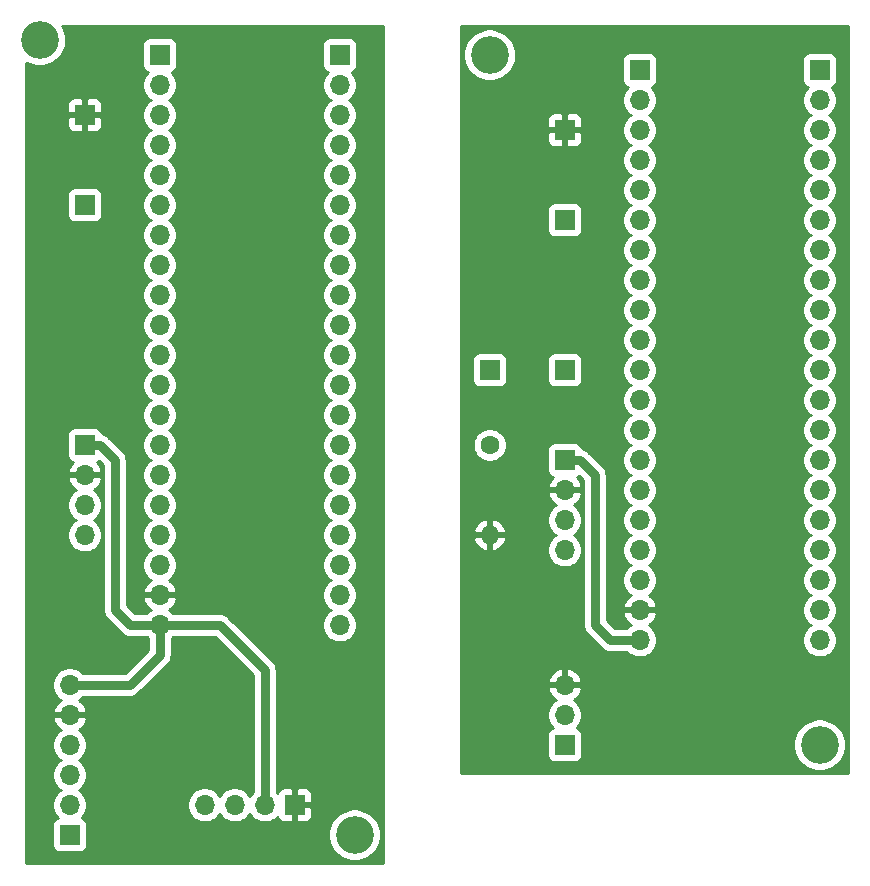
<source format=gbr>
%TF.GenerationSoftware,KiCad,Pcbnew,5.1.10-88a1d61d58~90~ubuntu20.04.1*%
%TF.CreationDate,2021-11-30T21:16:31+09:00*%
%TF.ProjectId,auto-headlight-control-system,6175746f-2d68-4656-9164-6c696768742d,rev?*%
%TF.SameCoordinates,Original*%
%TF.FileFunction,Copper,L2,Bot*%
%TF.FilePolarity,Positive*%
%FSLAX46Y46*%
G04 Gerber Fmt 4.6, Leading zero omitted, Abs format (unit mm)*
G04 Created by KiCad (PCBNEW 5.1.10-88a1d61d58~90~ubuntu20.04.1) date 2021-11-30 21:16:31*
%MOMM*%
%LPD*%
G01*
G04 APERTURE LIST*
%TA.AperFunction,ComponentPad*%
%ADD10O,1.700000X1.700000*%
%TD*%
%TA.AperFunction,ComponentPad*%
%ADD11R,1.700000X1.700000*%
%TD*%
%TA.AperFunction,ComponentPad*%
%ADD12C,3.200000*%
%TD*%
%TA.AperFunction,ComponentPad*%
%ADD13C,1.600000*%
%TD*%
%TA.AperFunction,ComponentPad*%
%ADD14O,1.600000X1.600000*%
%TD*%
%TA.AperFunction,Conductor*%
%ADD15C,0.750000*%
%TD*%
%TA.AperFunction,Conductor*%
%ADD16C,0.254000*%
%TD*%
%TA.AperFunction,Conductor*%
%ADD17C,0.100000*%
%TD*%
G04 APERTURE END LIST*
D10*
%TO.P,U2,20*%
%TO.N,Net-(U2-Pad20)*%
X78740000Y-87630000D03*
%TO.P,U2,19*%
%TO.N,Net-(U2-Pad19)*%
X78740000Y-85090000D03*
%TO.P,U2,18*%
%TO.N,Net-(U2-Pad18)*%
X78740000Y-82550000D03*
%TO.P,U2,17*%
%TO.N,Net-(U2-Pad17)*%
X78740000Y-80010000D03*
%TO.P,U2,16*%
%TO.N,Net-(U2-Pad16)*%
X78740000Y-77470000D03*
%TO.P,U2,15*%
%TO.N,Net-(U2-Pad15)*%
X78740000Y-74930000D03*
%TO.P,U2,14*%
%TO.N,Net-(U2-Pad14)*%
X78740000Y-72390000D03*
%TO.P,U2,13*%
%TO.N,Net-(U2-Pad13)*%
X78740000Y-69850000D03*
%TO.P,U2,12*%
%TO.N,Net-(U2-Pad12)*%
X78740000Y-67310000D03*
%TO.P,U2,11*%
%TO.N,Net-(U2-Pad11)*%
X78740000Y-64770000D03*
%TO.P,U2,10*%
%TO.N,Net-(U2-Pad10)*%
X78740000Y-62230000D03*
%TO.P,U2,9*%
%TO.N,Net-(U2-Pad9)*%
X78740000Y-59690000D03*
%TO.P,U2,8*%
%TO.N,Net-(U2-Pad8)*%
X78740000Y-57150000D03*
%TO.P,U2,7*%
%TO.N,Net-(U2-Pad7)*%
X78740000Y-54610000D03*
%TO.P,U2,6*%
%TO.N,Net-(U2-Pad6)*%
X78740000Y-52070000D03*
%TO.P,U2,5*%
%TO.N,Net-(U2-Pad5)*%
X78740000Y-49530000D03*
%TO.P,U2,4*%
%TO.N,Net-(U2-Pad4)*%
X78740000Y-46990000D03*
%TO.P,U2,3*%
%TO.N,Net-(U2-Pad3)*%
X78740000Y-44450000D03*
%TO.P,U2,2*%
%TO.N,Net-(U2-Pad2)*%
X78740000Y-41910000D03*
D11*
%TO.P,U2,1*%
%TO.N,Net-(U2-Pad1)*%
X78740000Y-39370000D03*
%TD*%
D12*
%TO.P, ,1*%
%TO.N,N/C*%
X53340000Y-38100000D03*
%TD*%
%TO.P, ,1*%
%TO.N,N/C*%
X80010000Y-105410000D03*
%TD*%
D11*
%TO.P,J2,1*%
%TO.N,GND_1*%
X57150000Y-44450000D03*
%TD*%
D10*
%TO.P,T1,4*%
%TO.N,CAN_TX_1*%
X57150000Y-80010000D03*
%TO.P,T1,3*%
%TO.N,CAN_RX_1*%
X57150000Y-77470000D03*
%TO.P,T1,2*%
%TO.N,GND_1*%
X57150000Y-74930000D03*
D11*
%TO.P,T1,1*%
%TO.N,3V3_1*%
X57150000Y-72390000D03*
%TD*%
%TO.P,S2,1*%
%TO.N,GND_1*%
X74930000Y-102870000D03*
D10*
%TO.P,S2,2*%
%TO.N,3V3_1*%
X72390000Y-102870000D03*
%TO.P,S2,3*%
%TO.N,SCL*%
X69850000Y-102870000D03*
%TO.P,S2,4*%
%TO.N,SDA*%
X67310000Y-102870000D03*
%TD*%
D11*
%TO.P,U1,1*%
%TO.N,Net-(U1-Pad1)*%
X63500000Y-39370000D03*
D10*
%TO.P,U1,2*%
%TO.N,Net-(U1-Pad2)*%
X63500000Y-41910000D03*
%TO.P,U1,3*%
%TO.N,Net-(U1-Pad3)*%
X63500000Y-44450000D03*
%TO.P,U1,4*%
%TO.N,Net-(U1-Pad4)*%
X63500000Y-46990000D03*
%TO.P,U1,5*%
%TO.N,Net-(U1-Pad5)*%
X63500000Y-49530000D03*
%TO.P,U1,6*%
%TO.N,Serial_Tx_1*%
X63500000Y-52070000D03*
%TO.P,U1,7*%
%TO.N,Net-(U1-Pad7)*%
X63500000Y-54610000D03*
%TO.P,U1,8*%
%TO.N,Net-(U1-Pad8)*%
X63500000Y-57150000D03*
%TO.P,U1,9*%
%TO.N,Net-(U1-Pad9)*%
X63500000Y-59690000D03*
%TO.P,U1,10*%
%TO.N,Net-(U1-Pad10)*%
X63500000Y-62230000D03*
%TO.P,U1,11*%
%TO.N,Net-(U1-Pad11)*%
X63500000Y-64770000D03*
%TO.P,U1,12*%
%TO.N,Net-(U1-Pad12)*%
X63500000Y-67310000D03*
%TO.P,U1,13*%
%TO.N,Net-(U1-Pad13)*%
X63500000Y-69850000D03*
%TO.P,U1,14*%
%TO.N,SCL*%
X63500000Y-72390000D03*
%TO.P,U1,15*%
%TO.N,SDA*%
X63500000Y-74930000D03*
%TO.P,U1,16*%
%TO.N,CAN_RX_1*%
X63500000Y-77470000D03*
%TO.P,U1,17*%
%TO.N,CAN_TX_1*%
X63500000Y-80010000D03*
%TO.P,U1,18*%
%TO.N,Net-(U1-Pad18)*%
X63500000Y-82550000D03*
%TO.P,U1,19*%
%TO.N,GND_1*%
X63500000Y-85090000D03*
%TO.P,U1,20*%
%TO.N,3V3_1*%
X63500000Y-87630000D03*
%TD*%
D11*
%TO.P,S1,1*%
%TO.N,SCL*%
X55880000Y-105410000D03*
D10*
%TO.P,S1,2*%
%TO.N,SDA*%
X55880000Y-102870000D03*
%TO.P,S1,3*%
%TO.N,Net-(S1-Pad3)*%
X55880000Y-100330000D03*
%TO.P,S1,4*%
%TO.N,Net-(S1-Pad4)*%
X55880000Y-97790000D03*
%TO.P,S1,5*%
%TO.N,GND_1*%
X55880000Y-95250000D03*
%TO.P,S1,6*%
%TO.N,3V3_1*%
X55880000Y-92710000D03*
%TD*%
D11*
%TO.P,J1,1*%
%TO.N,Serial_Tx_1*%
X57150000Y-52070000D03*
%TD*%
%TO.P,D2,1*%
%TO.N,Net-(D2-Pad1)*%
X91440000Y-66040000D03*
%TD*%
D12*
%TO.P, ,1*%
%TO.N,N/C*%
X119380000Y-97790000D03*
%TD*%
D11*
%TO.P,U3,1*%
%TO.N,Net-(U3-Pad1)*%
X104140000Y-40640000D03*
D10*
%TO.P,U3,2*%
%TO.N,Net-(U3-Pad2)*%
X104140000Y-43180000D03*
%TO.P,U3,3*%
%TO.N,Net-(U3-Pad3)*%
X104140000Y-45720000D03*
%TO.P,U3,4*%
%TO.N,Net-(U3-Pad4)*%
X104140000Y-48260000D03*
%TO.P,U3,5*%
%TO.N,Net-(U3-Pad5)*%
X104140000Y-50800000D03*
%TO.P,U3,6*%
%TO.N,Serial_Tx_2*%
X104140000Y-53340000D03*
%TO.P,U3,7*%
%TO.N,Net-(U3-Pad7)*%
X104140000Y-55880000D03*
%TO.P,U3,8*%
%TO.N,Net-(U3-Pad8)*%
X104140000Y-58420000D03*
%TO.P,U3,9*%
%TO.N,Net-(U3-Pad9)*%
X104140000Y-60960000D03*
%TO.P,U3,10*%
%TO.N,Net-(U3-Pad10)*%
X104140000Y-63500000D03*
%TO.P,U3,11*%
%TO.N,Net-(D1-Pad1)*%
X104140000Y-66040000D03*
%TO.P,U3,12*%
%TO.N,Net-(U3-Pad12)*%
X104140000Y-68580000D03*
%TO.P,U3,13*%
%TO.N,Net-(U3-Pad13)*%
X104140000Y-71120000D03*
%TO.P,U3,14*%
%TO.N,Net-(U3-Pad14)*%
X104140000Y-73660000D03*
%TO.P,U3,15*%
%TO.N,Net-(U3-Pad15)*%
X104140000Y-76200000D03*
%TO.P,U3,16*%
%TO.N,CAN_RX_2*%
X104140000Y-78740000D03*
%TO.P,U3,17*%
%TO.N,CAN_TX_2*%
X104140000Y-81280000D03*
%TO.P,U3,18*%
%TO.N,5V*%
X104140000Y-83820000D03*
%TO.P,U3,19*%
%TO.N,GND_2*%
X104140000Y-86360000D03*
%TO.P,U3,20*%
%TO.N,3V3_2*%
X104140000Y-88900000D03*
%TD*%
D11*
%TO.P,J4,1*%
%TO.N,GND_2*%
X97790000Y-45720000D03*
%TD*%
D13*
%TO.P,R1,1*%
%TO.N,Net-(D2-Pad1)*%
X91440000Y-72390000D03*
D14*
%TO.P,R1,2*%
%TO.N,GND_2*%
X91440000Y-80010000D03*
%TD*%
D10*
%TO.P,U4,20*%
%TO.N,Net-(U4-Pad20)*%
X119380000Y-88900000D03*
%TO.P,U4,19*%
%TO.N,Net-(U4-Pad19)*%
X119380000Y-86360000D03*
%TO.P,U4,18*%
%TO.N,Net-(U4-Pad18)*%
X119380000Y-83820000D03*
%TO.P,U4,17*%
%TO.N,Net-(U4-Pad17)*%
X119380000Y-81280000D03*
%TO.P,U4,16*%
%TO.N,Net-(U4-Pad16)*%
X119380000Y-78740000D03*
%TO.P,U4,15*%
%TO.N,Net-(U4-Pad15)*%
X119380000Y-76200000D03*
%TO.P,U4,14*%
%TO.N,Net-(U4-Pad14)*%
X119380000Y-73660000D03*
%TO.P,U4,13*%
%TO.N,Net-(U4-Pad13)*%
X119380000Y-71120000D03*
%TO.P,U4,12*%
%TO.N,Net-(U4-Pad12)*%
X119380000Y-68580000D03*
%TO.P,U4,11*%
%TO.N,Net-(U4-Pad11)*%
X119380000Y-66040000D03*
%TO.P,U4,10*%
%TO.N,PWM*%
X119380000Y-63500000D03*
%TO.P,U4,9*%
%TO.N,Net-(U4-Pad9)*%
X119380000Y-60960000D03*
%TO.P,U4,8*%
%TO.N,Net-(U4-Pad8)*%
X119380000Y-58420000D03*
%TO.P,U4,7*%
%TO.N,Net-(U4-Pad7)*%
X119380000Y-55880000D03*
%TO.P,U4,6*%
%TO.N,Net-(U4-Pad6)*%
X119380000Y-53340000D03*
%TO.P,U4,5*%
%TO.N,Net-(U4-Pad5)*%
X119380000Y-50800000D03*
%TO.P,U4,4*%
%TO.N,Net-(U4-Pad4)*%
X119380000Y-48260000D03*
%TO.P,U4,3*%
%TO.N,Net-(U4-Pad3)*%
X119380000Y-45720000D03*
%TO.P,U4,2*%
%TO.N,Net-(U4-Pad2)*%
X119380000Y-43180000D03*
D11*
%TO.P,U4,1*%
%TO.N,Net-(U4-Pad1)*%
X119380000Y-40640000D03*
%TD*%
%TO.P,J3,1*%
%TO.N,Serial_Tx_2*%
X97790000Y-53340000D03*
%TD*%
%TO.P,T2,1*%
%TO.N,3V3_2*%
X97790000Y-73660000D03*
D10*
%TO.P,T2,2*%
%TO.N,GND_2*%
X97790000Y-76200000D03*
%TO.P,T2,3*%
%TO.N,CAN_RX_2*%
X97790000Y-78740000D03*
%TO.P,T2,4*%
%TO.N,CAN_TX_2*%
X97790000Y-81280000D03*
%TD*%
D11*
%TO.P,M1,1*%
%TO.N,PWM*%
X97790000Y-97790000D03*
D10*
%TO.P,M1,2*%
%TO.N,5V*%
X97790000Y-95250000D03*
%TO.P,M1,3*%
%TO.N,GND_2*%
X97790000Y-92710000D03*
%TD*%
D11*
%TO.P,D1,1*%
%TO.N,Net-(D1-Pad1)*%
X97790000Y-66040000D03*
%TD*%
D12*
%TO.P, ,1*%
%TO.N,N/C*%
X91440000Y-39370000D03*
%TD*%
D15*
%TO.N,3V3_1*%
X57150000Y-72390000D02*
X58420000Y-72390000D01*
X63500000Y-87630000D02*
X68580000Y-87630000D01*
X60960000Y-92710000D02*
X63500000Y-90170000D01*
X63500000Y-90170000D02*
X63500000Y-87630000D01*
X55880000Y-92710000D02*
X60960000Y-92710000D01*
X72390000Y-91440000D02*
X68580000Y-87630000D01*
X72390000Y-102870000D02*
X72390000Y-91440000D01*
X59690000Y-86360000D02*
X60960000Y-87630000D01*
X60960000Y-87630000D02*
X63500000Y-87630000D01*
X59690000Y-73660000D02*
X59690000Y-86360000D01*
X58420000Y-72390000D02*
X59690000Y-73660000D01*
%TO.N,3V3_2*%
X100330000Y-87630000D02*
X101600000Y-88900000D01*
X101600000Y-88900000D02*
X104140000Y-88900000D01*
X100330000Y-74930000D02*
X100330000Y-87630000D01*
X99060000Y-73660000D02*
X100330000Y-74930000D01*
X97790000Y-73660000D02*
X99060000Y-73660000D01*
%TD*%
D16*
%TO.N,GND_2*%
X121793000Y-100203000D02*
X89027000Y-100203000D01*
X89027000Y-96940000D01*
X96301928Y-96940000D01*
X96301928Y-98640000D01*
X96314188Y-98764482D01*
X96350498Y-98884180D01*
X96409463Y-98994494D01*
X96488815Y-99091185D01*
X96585506Y-99170537D01*
X96695820Y-99229502D01*
X96815518Y-99265812D01*
X96940000Y-99278072D01*
X98640000Y-99278072D01*
X98764482Y-99265812D01*
X98884180Y-99229502D01*
X98994494Y-99170537D01*
X99091185Y-99091185D01*
X99170537Y-98994494D01*
X99229502Y-98884180D01*
X99265812Y-98764482D01*
X99278072Y-98640000D01*
X99278072Y-97569872D01*
X117145000Y-97569872D01*
X117145000Y-98010128D01*
X117230890Y-98441925D01*
X117399369Y-98848669D01*
X117643962Y-99214729D01*
X117955271Y-99526038D01*
X118321331Y-99770631D01*
X118728075Y-99939110D01*
X119159872Y-100025000D01*
X119600128Y-100025000D01*
X120031925Y-99939110D01*
X120438669Y-99770631D01*
X120804729Y-99526038D01*
X121116038Y-99214729D01*
X121360631Y-98848669D01*
X121529110Y-98441925D01*
X121615000Y-98010128D01*
X121615000Y-97569872D01*
X121529110Y-97138075D01*
X121360631Y-96731331D01*
X121116038Y-96365271D01*
X120804729Y-96053962D01*
X120438669Y-95809369D01*
X120031925Y-95640890D01*
X119600128Y-95555000D01*
X119159872Y-95555000D01*
X118728075Y-95640890D01*
X118321331Y-95809369D01*
X117955271Y-96053962D01*
X117643962Y-96365271D01*
X117399369Y-96731331D01*
X117230890Y-97138075D01*
X117145000Y-97569872D01*
X99278072Y-97569872D01*
X99278072Y-96940000D01*
X99265812Y-96815518D01*
X99229502Y-96695820D01*
X99170537Y-96585506D01*
X99091185Y-96488815D01*
X98994494Y-96409463D01*
X98884180Y-96350498D01*
X98811620Y-96328487D01*
X98943475Y-96196632D01*
X99105990Y-95953411D01*
X99217932Y-95683158D01*
X99275000Y-95396260D01*
X99275000Y-95103740D01*
X99217932Y-94816842D01*
X99105990Y-94546589D01*
X98943475Y-94303368D01*
X98736632Y-94096525D01*
X98554466Y-93974805D01*
X98671355Y-93905178D01*
X98887588Y-93710269D01*
X99061641Y-93476920D01*
X99186825Y-93214099D01*
X99231476Y-93066890D01*
X99110155Y-92837000D01*
X97917000Y-92837000D01*
X97917000Y-92857000D01*
X97663000Y-92857000D01*
X97663000Y-92837000D01*
X96469845Y-92837000D01*
X96348524Y-93066890D01*
X96393175Y-93214099D01*
X96518359Y-93476920D01*
X96692412Y-93710269D01*
X96908645Y-93905178D01*
X97025534Y-93974805D01*
X96843368Y-94096525D01*
X96636525Y-94303368D01*
X96474010Y-94546589D01*
X96362068Y-94816842D01*
X96305000Y-95103740D01*
X96305000Y-95396260D01*
X96362068Y-95683158D01*
X96474010Y-95953411D01*
X96636525Y-96196632D01*
X96768380Y-96328487D01*
X96695820Y-96350498D01*
X96585506Y-96409463D01*
X96488815Y-96488815D01*
X96409463Y-96585506D01*
X96350498Y-96695820D01*
X96314188Y-96815518D01*
X96301928Y-96940000D01*
X89027000Y-96940000D01*
X89027000Y-92353110D01*
X96348524Y-92353110D01*
X96469845Y-92583000D01*
X97663000Y-92583000D01*
X97663000Y-91389186D01*
X97917000Y-91389186D01*
X97917000Y-92583000D01*
X99110155Y-92583000D01*
X99231476Y-92353110D01*
X99186825Y-92205901D01*
X99061641Y-91943080D01*
X98887588Y-91709731D01*
X98671355Y-91514822D01*
X98421252Y-91365843D01*
X98146891Y-91268519D01*
X97917000Y-91389186D01*
X97663000Y-91389186D01*
X97433109Y-91268519D01*
X97158748Y-91365843D01*
X96908645Y-91514822D01*
X96692412Y-91709731D01*
X96518359Y-91943080D01*
X96393175Y-92205901D01*
X96348524Y-92353110D01*
X89027000Y-92353110D01*
X89027000Y-80359040D01*
X90048091Y-80359040D01*
X90142930Y-80623881D01*
X90287615Y-80865131D01*
X90476586Y-81073519D01*
X90702580Y-81241037D01*
X90956913Y-81361246D01*
X91090961Y-81401904D01*
X91313000Y-81279915D01*
X91313000Y-80137000D01*
X91567000Y-80137000D01*
X91567000Y-81279915D01*
X91789039Y-81401904D01*
X91923087Y-81361246D01*
X92177420Y-81241037D01*
X92403414Y-81073519D01*
X92592385Y-80865131D01*
X92737070Y-80623881D01*
X92831909Y-80359040D01*
X92710624Y-80137000D01*
X91567000Y-80137000D01*
X91313000Y-80137000D01*
X90169376Y-80137000D01*
X90048091Y-80359040D01*
X89027000Y-80359040D01*
X89027000Y-79660960D01*
X90048091Y-79660960D01*
X90169376Y-79883000D01*
X91313000Y-79883000D01*
X91313000Y-78740085D01*
X91567000Y-78740085D01*
X91567000Y-79883000D01*
X92710624Y-79883000D01*
X92831909Y-79660960D01*
X92737070Y-79396119D01*
X92592385Y-79154869D01*
X92403414Y-78946481D01*
X92177420Y-78778963D01*
X91923087Y-78658754D01*
X91789039Y-78618096D01*
X91567000Y-78740085D01*
X91313000Y-78740085D01*
X91090961Y-78618096D01*
X90956913Y-78658754D01*
X90702580Y-78778963D01*
X90476586Y-78946481D01*
X90287615Y-79154869D01*
X90142930Y-79396119D01*
X90048091Y-79660960D01*
X89027000Y-79660960D01*
X89027000Y-78593740D01*
X96305000Y-78593740D01*
X96305000Y-78886260D01*
X96362068Y-79173158D01*
X96474010Y-79443411D01*
X96636525Y-79686632D01*
X96843368Y-79893475D01*
X97017760Y-80010000D01*
X96843368Y-80126525D01*
X96636525Y-80333368D01*
X96474010Y-80576589D01*
X96362068Y-80846842D01*
X96305000Y-81133740D01*
X96305000Y-81426260D01*
X96362068Y-81713158D01*
X96474010Y-81983411D01*
X96636525Y-82226632D01*
X96843368Y-82433475D01*
X97086589Y-82595990D01*
X97356842Y-82707932D01*
X97643740Y-82765000D01*
X97936260Y-82765000D01*
X98223158Y-82707932D01*
X98493411Y-82595990D01*
X98736632Y-82433475D01*
X98943475Y-82226632D01*
X99105990Y-81983411D01*
X99217932Y-81713158D01*
X99275000Y-81426260D01*
X99275000Y-81133740D01*
X99217932Y-80846842D01*
X99105990Y-80576589D01*
X98943475Y-80333368D01*
X98736632Y-80126525D01*
X98562240Y-80010000D01*
X98736632Y-79893475D01*
X98943475Y-79686632D01*
X99105990Y-79443411D01*
X99217932Y-79173158D01*
X99275000Y-78886260D01*
X99275000Y-78593740D01*
X99217932Y-78306842D01*
X99105990Y-78036589D01*
X98943475Y-77793368D01*
X98736632Y-77586525D01*
X98554466Y-77464805D01*
X98671355Y-77395178D01*
X98887588Y-77200269D01*
X99061641Y-76966920D01*
X99186825Y-76704099D01*
X99231476Y-76556890D01*
X99110155Y-76327000D01*
X97917000Y-76327000D01*
X97917000Y-76347000D01*
X97663000Y-76347000D01*
X97663000Y-76327000D01*
X96469845Y-76327000D01*
X96348524Y-76556890D01*
X96393175Y-76704099D01*
X96518359Y-76966920D01*
X96692412Y-77200269D01*
X96908645Y-77395178D01*
X97025534Y-77464805D01*
X96843368Y-77586525D01*
X96636525Y-77793368D01*
X96474010Y-78036589D01*
X96362068Y-78306842D01*
X96305000Y-78593740D01*
X89027000Y-78593740D01*
X89027000Y-72248665D01*
X90005000Y-72248665D01*
X90005000Y-72531335D01*
X90060147Y-72808574D01*
X90168320Y-73069727D01*
X90325363Y-73304759D01*
X90525241Y-73504637D01*
X90760273Y-73661680D01*
X91021426Y-73769853D01*
X91298665Y-73825000D01*
X91581335Y-73825000D01*
X91858574Y-73769853D01*
X92119727Y-73661680D01*
X92354759Y-73504637D01*
X92554637Y-73304759D01*
X92711680Y-73069727D01*
X92819262Y-72810000D01*
X96301928Y-72810000D01*
X96301928Y-74510000D01*
X96314188Y-74634482D01*
X96350498Y-74754180D01*
X96409463Y-74864494D01*
X96488815Y-74961185D01*
X96585506Y-75040537D01*
X96695820Y-75099502D01*
X96776466Y-75123966D01*
X96692412Y-75199731D01*
X96518359Y-75433080D01*
X96393175Y-75695901D01*
X96348524Y-75843110D01*
X96469845Y-76073000D01*
X97663000Y-76073000D01*
X97663000Y-76053000D01*
X97917000Y-76053000D01*
X97917000Y-76073000D01*
X99110155Y-76073000D01*
X99231476Y-75843110D01*
X99186825Y-75695901D01*
X99061641Y-75433080D01*
X98887588Y-75199731D01*
X98803534Y-75123966D01*
X98884180Y-75099502D01*
X98994494Y-75040537D01*
X99004209Y-75032564D01*
X99320000Y-75348355D01*
X99320001Y-87580382D01*
X99315114Y-87630000D01*
X99334615Y-87827994D01*
X99392368Y-88018379D01*
X99392369Y-88018380D01*
X99486154Y-88193840D01*
X99612368Y-88347633D01*
X99650901Y-88379256D01*
X100850739Y-89579094D01*
X100882367Y-89617633D01*
X101036160Y-89743847D01*
X101211620Y-89837632D01*
X101402006Y-89895385D01*
X101550392Y-89910000D01*
X101550394Y-89910000D01*
X101599999Y-89914886D01*
X101649604Y-89910000D01*
X103049893Y-89910000D01*
X103193368Y-90053475D01*
X103436589Y-90215990D01*
X103706842Y-90327932D01*
X103993740Y-90385000D01*
X104286260Y-90385000D01*
X104573158Y-90327932D01*
X104843411Y-90215990D01*
X105086632Y-90053475D01*
X105293475Y-89846632D01*
X105455990Y-89603411D01*
X105567932Y-89333158D01*
X105625000Y-89046260D01*
X105625000Y-88753740D01*
X105567932Y-88466842D01*
X105455990Y-88196589D01*
X105293475Y-87953368D01*
X105086632Y-87746525D01*
X104904466Y-87624805D01*
X105021355Y-87555178D01*
X105237588Y-87360269D01*
X105411641Y-87126920D01*
X105536825Y-86864099D01*
X105581476Y-86716890D01*
X105460155Y-86487000D01*
X104267000Y-86487000D01*
X104267000Y-86507000D01*
X104013000Y-86507000D01*
X104013000Y-86487000D01*
X102819845Y-86487000D01*
X102698524Y-86716890D01*
X102743175Y-86864099D01*
X102868359Y-87126920D01*
X103042412Y-87360269D01*
X103258645Y-87555178D01*
X103375534Y-87624805D01*
X103193368Y-87746525D01*
X103049893Y-87890000D01*
X102018355Y-87890000D01*
X101340000Y-87211645D01*
X101340000Y-74979604D01*
X101344886Y-74929999D01*
X101333409Y-74813475D01*
X101325385Y-74732006D01*
X101267632Y-74541620D01*
X101173847Y-74366160D01*
X101047633Y-74212367D01*
X101009094Y-74180739D01*
X99809261Y-72980906D01*
X99777633Y-72942367D01*
X99623840Y-72816153D01*
X99448380Y-72722368D01*
X99259621Y-72665108D01*
X99229502Y-72565820D01*
X99170537Y-72455506D01*
X99091185Y-72358815D01*
X98994494Y-72279463D01*
X98884180Y-72220498D01*
X98764482Y-72184188D01*
X98640000Y-72171928D01*
X96940000Y-72171928D01*
X96815518Y-72184188D01*
X96695820Y-72220498D01*
X96585506Y-72279463D01*
X96488815Y-72358815D01*
X96409463Y-72455506D01*
X96350498Y-72565820D01*
X96314188Y-72685518D01*
X96301928Y-72810000D01*
X92819262Y-72810000D01*
X92819853Y-72808574D01*
X92875000Y-72531335D01*
X92875000Y-72248665D01*
X92819853Y-71971426D01*
X92711680Y-71710273D01*
X92554637Y-71475241D01*
X92354759Y-71275363D01*
X92119727Y-71118320D01*
X91858574Y-71010147D01*
X91581335Y-70955000D01*
X91298665Y-70955000D01*
X91021426Y-71010147D01*
X90760273Y-71118320D01*
X90525241Y-71275363D01*
X90325363Y-71475241D01*
X90168320Y-71710273D01*
X90060147Y-71971426D01*
X90005000Y-72248665D01*
X89027000Y-72248665D01*
X89027000Y-65190000D01*
X89951928Y-65190000D01*
X89951928Y-66890000D01*
X89964188Y-67014482D01*
X90000498Y-67134180D01*
X90059463Y-67244494D01*
X90138815Y-67341185D01*
X90235506Y-67420537D01*
X90345820Y-67479502D01*
X90465518Y-67515812D01*
X90590000Y-67528072D01*
X92290000Y-67528072D01*
X92414482Y-67515812D01*
X92534180Y-67479502D01*
X92644494Y-67420537D01*
X92741185Y-67341185D01*
X92820537Y-67244494D01*
X92879502Y-67134180D01*
X92915812Y-67014482D01*
X92928072Y-66890000D01*
X92928072Y-65190000D01*
X96301928Y-65190000D01*
X96301928Y-66890000D01*
X96314188Y-67014482D01*
X96350498Y-67134180D01*
X96409463Y-67244494D01*
X96488815Y-67341185D01*
X96585506Y-67420537D01*
X96695820Y-67479502D01*
X96815518Y-67515812D01*
X96940000Y-67528072D01*
X98640000Y-67528072D01*
X98764482Y-67515812D01*
X98884180Y-67479502D01*
X98994494Y-67420537D01*
X99091185Y-67341185D01*
X99170537Y-67244494D01*
X99229502Y-67134180D01*
X99265812Y-67014482D01*
X99278072Y-66890000D01*
X99278072Y-65190000D01*
X99265812Y-65065518D01*
X99229502Y-64945820D01*
X99170537Y-64835506D01*
X99091185Y-64738815D01*
X98994494Y-64659463D01*
X98884180Y-64600498D01*
X98764482Y-64564188D01*
X98640000Y-64551928D01*
X96940000Y-64551928D01*
X96815518Y-64564188D01*
X96695820Y-64600498D01*
X96585506Y-64659463D01*
X96488815Y-64738815D01*
X96409463Y-64835506D01*
X96350498Y-64945820D01*
X96314188Y-65065518D01*
X96301928Y-65190000D01*
X92928072Y-65190000D01*
X92915812Y-65065518D01*
X92879502Y-64945820D01*
X92820537Y-64835506D01*
X92741185Y-64738815D01*
X92644494Y-64659463D01*
X92534180Y-64600498D01*
X92414482Y-64564188D01*
X92290000Y-64551928D01*
X90590000Y-64551928D01*
X90465518Y-64564188D01*
X90345820Y-64600498D01*
X90235506Y-64659463D01*
X90138815Y-64738815D01*
X90059463Y-64835506D01*
X90000498Y-64945820D01*
X89964188Y-65065518D01*
X89951928Y-65190000D01*
X89027000Y-65190000D01*
X89027000Y-52490000D01*
X96301928Y-52490000D01*
X96301928Y-54190000D01*
X96314188Y-54314482D01*
X96350498Y-54434180D01*
X96409463Y-54544494D01*
X96488815Y-54641185D01*
X96585506Y-54720537D01*
X96695820Y-54779502D01*
X96815518Y-54815812D01*
X96940000Y-54828072D01*
X98640000Y-54828072D01*
X98764482Y-54815812D01*
X98884180Y-54779502D01*
X98994494Y-54720537D01*
X99091185Y-54641185D01*
X99170537Y-54544494D01*
X99229502Y-54434180D01*
X99265812Y-54314482D01*
X99278072Y-54190000D01*
X99278072Y-52490000D01*
X99265812Y-52365518D01*
X99229502Y-52245820D01*
X99170537Y-52135506D01*
X99091185Y-52038815D01*
X98994494Y-51959463D01*
X98884180Y-51900498D01*
X98764482Y-51864188D01*
X98640000Y-51851928D01*
X96940000Y-51851928D01*
X96815518Y-51864188D01*
X96695820Y-51900498D01*
X96585506Y-51959463D01*
X96488815Y-52038815D01*
X96409463Y-52135506D01*
X96350498Y-52245820D01*
X96314188Y-52365518D01*
X96301928Y-52490000D01*
X89027000Y-52490000D01*
X89027000Y-46570000D01*
X96301928Y-46570000D01*
X96314188Y-46694482D01*
X96350498Y-46814180D01*
X96409463Y-46924494D01*
X96488815Y-47021185D01*
X96585506Y-47100537D01*
X96695820Y-47159502D01*
X96815518Y-47195812D01*
X96940000Y-47208072D01*
X97504250Y-47205000D01*
X97663000Y-47046250D01*
X97663000Y-45847000D01*
X97917000Y-45847000D01*
X97917000Y-47046250D01*
X98075750Y-47205000D01*
X98640000Y-47208072D01*
X98764482Y-47195812D01*
X98884180Y-47159502D01*
X98994494Y-47100537D01*
X99091185Y-47021185D01*
X99170537Y-46924494D01*
X99229502Y-46814180D01*
X99265812Y-46694482D01*
X99278072Y-46570000D01*
X99275000Y-46005750D01*
X99116250Y-45847000D01*
X97917000Y-45847000D01*
X97663000Y-45847000D01*
X96463750Y-45847000D01*
X96305000Y-46005750D01*
X96301928Y-46570000D01*
X89027000Y-46570000D01*
X89027000Y-44870000D01*
X96301928Y-44870000D01*
X96305000Y-45434250D01*
X96463750Y-45593000D01*
X97663000Y-45593000D01*
X97663000Y-44393750D01*
X97917000Y-44393750D01*
X97917000Y-45593000D01*
X99116250Y-45593000D01*
X99275000Y-45434250D01*
X99278072Y-44870000D01*
X99265812Y-44745518D01*
X99229502Y-44625820D01*
X99170537Y-44515506D01*
X99091185Y-44418815D01*
X98994494Y-44339463D01*
X98884180Y-44280498D01*
X98764482Y-44244188D01*
X98640000Y-44231928D01*
X98075750Y-44235000D01*
X97917000Y-44393750D01*
X97663000Y-44393750D01*
X97504250Y-44235000D01*
X96940000Y-44231928D01*
X96815518Y-44244188D01*
X96695820Y-44280498D01*
X96585506Y-44339463D01*
X96488815Y-44418815D01*
X96409463Y-44515506D01*
X96350498Y-44625820D01*
X96314188Y-44745518D01*
X96301928Y-44870000D01*
X89027000Y-44870000D01*
X89027000Y-39149872D01*
X89205000Y-39149872D01*
X89205000Y-39590128D01*
X89290890Y-40021925D01*
X89459369Y-40428669D01*
X89703962Y-40794729D01*
X90015271Y-41106038D01*
X90381331Y-41350631D01*
X90788075Y-41519110D01*
X91219872Y-41605000D01*
X91660128Y-41605000D01*
X92091925Y-41519110D01*
X92498669Y-41350631D01*
X92864729Y-41106038D01*
X93176038Y-40794729D01*
X93420631Y-40428669D01*
X93589110Y-40021925D01*
X93635242Y-39790000D01*
X102651928Y-39790000D01*
X102651928Y-41490000D01*
X102664188Y-41614482D01*
X102700498Y-41734180D01*
X102759463Y-41844494D01*
X102838815Y-41941185D01*
X102935506Y-42020537D01*
X103045820Y-42079502D01*
X103118380Y-42101513D01*
X102986525Y-42233368D01*
X102824010Y-42476589D01*
X102712068Y-42746842D01*
X102655000Y-43033740D01*
X102655000Y-43326260D01*
X102712068Y-43613158D01*
X102824010Y-43883411D01*
X102986525Y-44126632D01*
X103193368Y-44333475D01*
X103367760Y-44450000D01*
X103193368Y-44566525D01*
X102986525Y-44773368D01*
X102824010Y-45016589D01*
X102712068Y-45286842D01*
X102655000Y-45573740D01*
X102655000Y-45866260D01*
X102712068Y-46153158D01*
X102824010Y-46423411D01*
X102986525Y-46666632D01*
X103193368Y-46873475D01*
X103367760Y-46990000D01*
X103193368Y-47106525D01*
X102986525Y-47313368D01*
X102824010Y-47556589D01*
X102712068Y-47826842D01*
X102655000Y-48113740D01*
X102655000Y-48406260D01*
X102712068Y-48693158D01*
X102824010Y-48963411D01*
X102986525Y-49206632D01*
X103193368Y-49413475D01*
X103367760Y-49530000D01*
X103193368Y-49646525D01*
X102986525Y-49853368D01*
X102824010Y-50096589D01*
X102712068Y-50366842D01*
X102655000Y-50653740D01*
X102655000Y-50946260D01*
X102712068Y-51233158D01*
X102824010Y-51503411D01*
X102986525Y-51746632D01*
X103193368Y-51953475D01*
X103367760Y-52070000D01*
X103193368Y-52186525D01*
X102986525Y-52393368D01*
X102824010Y-52636589D01*
X102712068Y-52906842D01*
X102655000Y-53193740D01*
X102655000Y-53486260D01*
X102712068Y-53773158D01*
X102824010Y-54043411D01*
X102986525Y-54286632D01*
X103193368Y-54493475D01*
X103367760Y-54610000D01*
X103193368Y-54726525D01*
X102986525Y-54933368D01*
X102824010Y-55176589D01*
X102712068Y-55446842D01*
X102655000Y-55733740D01*
X102655000Y-56026260D01*
X102712068Y-56313158D01*
X102824010Y-56583411D01*
X102986525Y-56826632D01*
X103193368Y-57033475D01*
X103367760Y-57150000D01*
X103193368Y-57266525D01*
X102986525Y-57473368D01*
X102824010Y-57716589D01*
X102712068Y-57986842D01*
X102655000Y-58273740D01*
X102655000Y-58566260D01*
X102712068Y-58853158D01*
X102824010Y-59123411D01*
X102986525Y-59366632D01*
X103193368Y-59573475D01*
X103367760Y-59690000D01*
X103193368Y-59806525D01*
X102986525Y-60013368D01*
X102824010Y-60256589D01*
X102712068Y-60526842D01*
X102655000Y-60813740D01*
X102655000Y-61106260D01*
X102712068Y-61393158D01*
X102824010Y-61663411D01*
X102986525Y-61906632D01*
X103193368Y-62113475D01*
X103367760Y-62230000D01*
X103193368Y-62346525D01*
X102986525Y-62553368D01*
X102824010Y-62796589D01*
X102712068Y-63066842D01*
X102655000Y-63353740D01*
X102655000Y-63646260D01*
X102712068Y-63933158D01*
X102824010Y-64203411D01*
X102986525Y-64446632D01*
X103193368Y-64653475D01*
X103367760Y-64770000D01*
X103193368Y-64886525D01*
X102986525Y-65093368D01*
X102824010Y-65336589D01*
X102712068Y-65606842D01*
X102655000Y-65893740D01*
X102655000Y-66186260D01*
X102712068Y-66473158D01*
X102824010Y-66743411D01*
X102986525Y-66986632D01*
X103193368Y-67193475D01*
X103367760Y-67310000D01*
X103193368Y-67426525D01*
X102986525Y-67633368D01*
X102824010Y-67876589D01*
X102712068Y-68146842D01*
X102655000Y-68433740D01*
X102655000Y-68726260D01*
X102712068Y-69013158D01*
X102824010Y-69283411D01*
X102986525Y-69526632D01*
X103193368Y-69733475D01*
X103367760Y-69850000D01*
X103193368Y-69966525D01*
X102986525Y-70173368D01*
X102824010Y-70416589D01*
X102712068Y-70686842D01*
X102655000Y-70973740D01*
X102655000Y-71266260D01*
X102712068Y-71553158D01*
X102824010Y-71823411D01*
X102986525Y-72066632D01*
X103193368Y-72273475D01*
X103367760Y-72390000D01*
X103193368Y-72506525D01*
X102986525Y-72713368D01*
X102824010Y-72956589D01*
X102712068Y-73226842D01*
X102655000Y-73513740D01*
X102655000Y-73806260D01*
X102712068Y-74093158D01*
X102824010Y-74363411D01*
X102986525Y-74606632D01*
X103193368Y-74813475D01*
X103367760Y-74930000D01*
X103193368Y-75046525D01*
X102986525Y-75253368D01*
X102824010Y-75496589D01*
X102712068Y-75766842D01*
X102655000Y-76053740D01*
X102655000Y-76346260D01*
X102712068Y-76633158D01*
X102824010Y-76903411D01*
X102986525Y-77146632D01*
X103193368Y-77353475D01*
X103367760Y-77470000D01*
X103193368Y-77586525D01*
X102986525Y-77793368D01*
X102824010Y-78036589D01*
X102712068Y-78306842D01*
X102655000Y-78593740D01*
X102655000Y-78886260D01*
X102712068Y-79173158D01*
X102824010Y-79443411D01*
X102986525Y-79686632D01*
X103193368Y-79893475D01*
X103367760Y-80010000D01*
X103193368Y-80126525D01*
X102986525Y-80333368D01*
X102824010Y-80576589D01*
X102712068Y-80846842D01*
X102655000Y-81133740D01*
X102655000Y-81426260D01*
X102712068Y-81713158D01*
X102824010Y-81983411D01*
X102986525Y-82226632D01*
X103193368Y-82433475D01*
X103367760Y-82550000D01*
X103193368Y-82666525D01*
X102986525Y-82873368D01*
X102824010Y-83116589D01*
X102712068Y-83386842D01*
X102655000Y-83673740D01*
X102655000Y-83966260D01*
X102712068Y-84253158D01*
X102824010Y-84523411D01*
X102986525Y-84766632D01*
X103193368Y-84973475D01*
X103375534Y-85095195D01*
X103258645Y-85164822D01*
X103042412Y-85359731D01*
X102868359Y-85593080D01*
X102743175Y-85855901D01*
X102698524Y-86003110D01*
X102819845Y-86233000D01*
X104013000Y-86233000D01*
X104013000Y-86213000D01*
X104267000Y-86213000D01*
X104267000Y-86233000D01*
X105460155Y-86233000D01*
X105581476Y-86003110D01*
X105536825Y-85855901D01*
X105411641Y-85593080D01*
X105237588Y-85359731D01*
X105021355Y-85164822D01*
X104904466Y-85095195D01*
X105086632Y-84973475D01*
X105293475Y-84766632D01*
X105455990Y-84523411D01*
X105567932Y-84253158D01*
X105625000Y-83966260D01*
X105625000Y-83673740D01*
X105567932Y-83386842D01*
X105455990Y-83116589D01*
X105293475Y-82873368D01*
X105086632Y-82666525D01*
X104912240Y-82550000D01*
X105086632Y-82433475D01*
X105293475Y-82226632D01*
X105455990Y-81983411D01*
X105567932Y-81713158D01*
X105625000Y-81426260D01*
X105625000Y-81133740D01*
X105567932Y-80846842D01*
X105455990Y-80576589D01*
X105293475Y-80333368D01*
X105086632Y-80126525D01*
X104912240Y-80010000D01*
X105086632Y-79893475D01*
X105293475Y-79686632D01*
X105455990Y-79443411D01*
X105567932Y-79173158D01*
X105625000Y-78886260D01*
X105625000Y-78593740D01*
X105567932Y-78306842D01*
X105455990Y-78036589D01*
X105293475Y-77793368D01*
X105086632Y-77586525D01*
X104912240Y-77470000D01*
X105086632Y-77353475D01*
X105293475Y-77146632D01*
X105455990Y-76903411D01*
X105567932Y-76633158D01*
X105625000Y-76346260D01*
X105625000Y-76053740D01*
X105567932Y-75766842D01*
X105455990Y-75496589D01*
X105293475Y-75253368D01*
X105086632Y-75046525D01*
X104912240Y-74930000D01*
X105086632Y-74813475D01*
X105293475Y-74606632D01*
X105455990Y-74363411D01*
X105567932Y-74093158D01*
X105625000Y-73806260D01*
X105625000Y-73513740D01*
X105567932Y-73226842D01*
X105455990Y-72956589D01*
X105293475Y-72713368D01*
X105086632Y-72506525D01*
X104912240Y-72390000D01*
X105086632Y-72273475D01*
X105293475Y-72066632D01*
X105455990Y-71823411D01*
X105567932Y-71553158D01*
X105625000Y-71266260D01*
X105625000Y-70973740D01*
X105567932Y-70686842D01*
X105455990Y-70416589D01*
X105293475Y-70173368D01*
X105086632Y-69966525D01*
X104912240Y-69850000D01*
X105086632Y-69733475D01*
X105293475Y-69526632D01*
X105455990Y-69283411D01*
X105567932Y-69013158D01*
X105625000Y-68726260D01*
X105625000Y-68433740D01*
X105567932Y-68146842D01*
X105455990Y-67876589D01*
X105293475Y-67633368D01*
X105086632Y-67426525D01*
X104912240Y-67310000D01*
X105086632Y-67193475D01*
X105293475Y-66986632D01*
X105455990Y-66743411D01*
X105567932Y-66473158D01*
X105625000Y-66186260D01*
X105625000Y-65893740D01*
X105567932Y-65606842D01*
X105455990Y-65336589D01*
X105293475Y-65093368D01*
X105086632Y-64886525D01*
X104912240Y-64770000D01*
X105086632Y-64653475D01*
X105293475Y-64446632D01*
X105455990Y-64203411D01*
X105567932Y-63933158D01*
X105625000Y-63646260D01*
X105625000Y-63353740D01*
X105567932Y-63066842D01*
X105455990Y-62796589D01*
X105293475Y-62553368D01*
X105086632Y-62346525D01*
X104912240Y-62230000D01*
X105086632Y-62113475D01*
X105293475Y-61906632D01*
X105455990Y-61663411D01*
X105567932Y-61393158D01*
X105625000Y-61106260D01*
X105625000Y-60813740D01*
X105567932Y-60526842D01*
X105455990Y-60256589D01*
X105293475Y-60013368D01*
X105086632Y-59806525D01*
X104912240Y-59690000D01*
X105086632Y-59573475D01*
X105293475Y-59366632D01*
X105455990Y-59123411D01*
X105567932Y-58853158D01*
X105625000Y-58566260D01*
X105625000Y-58273740D01*
X105567932Y-57986842D01*
X105455990Y-57716589D01*
X105293475Y-57473368D01*
X105086632Y-57266525D01*
X104912240Y-57150000D01*
X105086632Y-57033475D01*
X105293475Y-56826632D01*
X105455990Y-56583411D01*
X105567932Y-56313158D01*
X105625000Y-56026260D01*
X105625000Y-55733740D01*
X105567932Y-55446842D01*
X105455990Y-55176589D01*
X105293475Y-54933368D01*
X105086632Y-54726525D01*
X104912240Y-54610000D01*
X105086632Y-54493475D01*
X105293475Y-54286632D01*
X105455990Y-54043411D01*
X105567932Y-53773158D01*
X105625000Y-53486260D01*
X105625000Y-53193740D01*
X105567932Y-52906842D01*
X105455990Y-52636589D01*
X105293475Y-52393368D01*
X105086632Y-52186525D01*
X104912240Y-52070000D01*
X105086632Y-51953475D01*
X105293475Y-51746632D01*
X105455990Y-51503411D01*
X105567932Y-51233158D01*
X105625000Y-50946260D01*
X105625000Y-50653740D01*
X105567932Y-50366842D01*
X105455990Y-50096589D01*
X105293475Y-49853368D01*
X105086632Y-49646525D01*
X104912240Y-49530000D01*
X105086632Y-49413475D01*
X105293475Y-49206632D01*
X105455990Y-48963411D01*
X105567932Y-48693158D01*
X105625000Y-48406260D01*
X105625000Y-48113740D01*
X105567932Y-47826842D01*
X105455990Y-47556589D01*
X105293475Y-47313368D01*
X105086632Y-47106525D01*
X104912240Y-46990000D01*
X105086632Y-46873475D01*
X105293475Y-46666632D01*
X105455990Y-46423411D01*
X105567932Y-46153158D01*
X105625000Y-45866260D01*
X105625000Y-45573740D01*
X105567932Y-45286842D01*
X105455990Y-45016589D01*
X105293475Y-44773368D01*
X105086632Y-44566525D01*
X104912240Y-44450000D01*
X105086632Y-44333475D01*
X105293475Y-44126632D01*
X105455990Y-43883411D01*
X105567932Y-43613158D01*
X105625000Y-43326260D01*
X105625000Y-43033740D01*
X105567932Y-42746842D01*
X105455990Y-42476589D01*
X105293475Y-42233368D01*
X105161620Y-42101513D01*
X105234180Y-42079502D01*
X105344494Y-42020537D01*
X105441185Y-41941185D01*
X105520537Y-41844494D01*
X105579502Y-41734180D01*
X105615812Y-41614482D01*
X105628072Y-41490000D01*
X105628072Y-39790000D01*
X117891928Y-39790000D01*
X117891928Y-41490000D01*
X117904188Y-41614482D01*
X117940498Y-41734180D01*
X117999463Y-41844494D01*
X118078815Y-41941185D01*
X118175506Y-42020537D01*
X118285820Y-42079502D01*
X118358380Y-42101513D01*
X118226525Y-42233368D01*
X118064010Y-42476589D01*
X117952068Y-42746842D01*
X117895000Y-43033740D01*
X117895000Y-43326260D01*
X117952068Y-43613158D01*
X118064010Y-43883411D01*
X118226525Y-44126632D01*
X118433368Y-44333475D01*
X118607760Y-44450000D01*
X118433368Y-44566525D01*
X118226525Y-44773368D01*
X118064010Y-45016589D01*
X117952068Y-45286842D01*
X117895000Y-45573740D01*
X117895000Y-45866260D01*
X117952068Y-46153158D01*
X118064010Y-46423411D01*
X118226525Y-46666632D01*
X118433368Y-46873475D01*
X118607760Y-46990000D01*
X118433368Y-47106525D01*
X118226525Y-47313368D01*
X118064010Y-47556589D01*
X117952068Y-47826842D01*
X117895000Y-48113740D01*
X117895000Y-48406260D01*
X117952068Y-48693158D01*
X118064010Y-48963411D01*
X118226525Y-49206632D01*
X118433368Y-49413475D01*
X118607760Y-49530000D01*
X118433368Y-49646525D01*
X118226525Y-49853368D01*
X118064010Y-50096589D01*
X117952068Y-50366842D01*
X117895000Y-50653740D01*
X117895000Y-50946260D01*
X117952068Y-51233158D01*
X118064010Y-51503411D01*
X118226525Y-51746632D01*
X118433368Y-51953475D01*
X118607760Y-52070000D01*
X118433368Y-52186525D01*
X118226525Y-52393368D01*
X118064010Y-52636589D01*
X117952068Y-52906842D01*
X117895000Y-53193740D01*
X117895000Y-53486260D01*
X117952068Y-53773158D01*
X118064010Y-54043411D01*
X118226525Y-54286632D01*
X118433368Y-54493475D01*
X118607760Y-54610000D01*
X118433368Y-54726525D01*
X118226525Y-54933368D01*
X118064010Y-55176589D01*
X117952068Y-55446842D01*
X117895000Y-55733740D01*
X117895000Y-56026260D01*
X117952068Y-56313158D01*
X118064010Y-56583411D01*
X118226525Y-56826632D01*
X118433368Y-57033475D01*
X118607760Y-57150000D01*
X118433368Y-57266525D01*
X118226525Y-57473368D01*
X118064010Y-57716589D01*
X117952068Y-57986842D01*
X117895000Y-58273740D01*
X117895000Y-58566260D01*
X117952068Y-58853158D01*
X118064010Y-59123411D01*
X118226525Y-59366632D01*
X118433368Y-59573475D01*
X118607760Y-59690000D01*
X118433368Y-59806525D01*
X118226525Y-60013368D01*
X118064010Y-60256589D01*
X117952068Y-60526842D01*
X117895000Y-60813740D01*
X117895000Y-61106260D01*
X117952068Y-61393158D01*
X118064010Y-61663411D01*
X118226525Y-61906632D01*
X118433368Y-62113475D01*
X118607760Y-62230000D01*
X118433368Y-62346525D01*
X118226525Y-62553368D01*
X118064010Y-62796589D01*
X117952068Y-63066842D01*
X117895000Y-63353740D01*
X117895000Y-63646260D01*
X117952068Y-63933158D01*
X118064010Y-64203411D01*
X118226525Y-64446632D01*
X118433368Y-64653475D01*
X118607760Y-64770000D01*
X118433368Y-64886525D01*
X118226525Y-65093368D01*
X118064010Y-65336589D01*
X117952068Y-65606842D01*
X117895000Y-65893740D01*
X117895000Y-66186260D01*
X117952068Y-66473158D01*
X118064010Y-66743411D01*
X118226525Y-66986632D01*
X118433368Y-67193475D01*
X118607760Y-67310000D01*
X118433368Y-67426525D01*
X118226525Y-67633368D01*
X118064010Y-67876589D01*
X117952068Y-68146842D01*
X117895000Y-68433740D01*
X117895000Y-68726260D01*
X117952068Y-69013158D01*
X118064010Y-69283411D01*
X118226525Y-69526632D01*
X118433368Y-69733475D01*
X118607760Y-69850000D01*
X118433368Y-69966525D01*
X118226525Y-70173368D01*
X118064010Y-70416589D01*
X117952068Y-70686842D01*
X117895000Y-70973740D01*
X117895000Y-71266260D01*
X117952068Y-71553158D01*
X118064010Y-71823411D01*
X118226525Y-72066632D01*
X118433368Y-72273475D01*
X118607760Y-72390000D01*
X118433368Y-72506525D01*
X118226525Y-72713368D01*
X118064010Y-72956589D01*
X117952068Y-73226842D01*
X117895000Y-73513740D01*
X117895000Y-73806260D01*
X117952068Y-74093158D01*
X118064010Y-74363411D01*
X118226525Y-74606632D01*
X118433368Y-74813475D01*
X118607760Y-74930000D01*
X118433368Y-75046525D01*
X118226525Y-75253368D01*
X118064010Y-75496589D01*
X117952068Y-75766842D01*
X117895000Y-76053740D01*
X117895000Y-76346260D01*
X117952068Y-76633158D01*
X118064010Y-76903411D01*
X118226525Y-77146632D01*
X118433368Y-77353475D01*
X118607760Y-77470000D01*
X118433368Y-77586525D01*
X118226525Y-77793368D01*
X118064010Y-78036589D01*
X117952068Y-78306842D01*
X117895000Y-78593740D01*
X117895000Y-78886260D01*
X117952068Y-79173158D01*
X118064010Y-79443411D01*
X118226525Y-79686632D01*
X118433368Y-79893475D01*
X118607760Y-80010000D01*
X118433368Y-80126525D01*
X118226525Y-80333368D01*
X118064010Y-80576589D01*
X117952068Y-80846842D01*
X117895000Y-81133740D01*
X117895000Y-81426260D01*
X117952068Y-81713158D01*
X118064010Y-81983411D01*
X118226525Y-82226632D01*
X118433368Y-82433475D01*
X118607760Y-82550000D01*
X118433368Y-82666525D01*
X118226525Y-82873368D01*
X118064010Y-83116589D01*
X117952068Y-83386842D01*
X117895000Y-83673740D01*
X117895000Y-83966260D01*
X117952068Y-84253158D01*
X118064010Y-84523411D01*
X118226525Y-84766632D01*
X118433368Y-84973475D01*
X118607760Y-85090000D01*
X118433368Y-85206525D01*
X118226525Y-85413368D01*
X118064010Y-85656589D01*
X117952068Y-85926842D01*
X117895000Y-86213740D01*
X117895000Y-86506260D01*
X117952068Y-86793158D01*
X118064010Y-87063411D01*
X118226525Y-87306632D01*
X118433368Y-87513475D01*
X118607760Y-87630000D01*
X118433368Y-87746525D01*
X118226525Y-87953368D01*
X118064010Y-88196589D01*
X117952068Y-88466842D01*
X117895000Y-88753740D01*
X117895000Y-89046260D01*
X117952068Y-89333158D01*
X118064010Y-89603411D01*
X118226525Y-89846632D01*
X118433368Y-90053475D01*
X118676589Y-90215990D01*
X118946842Y-90327932D01*
X119233740Y-90385000D01*
X119526260Y-90385000D01*
X119813158Y-90327932D01*
X120083411Y-90215990D01*
X120326632Y-90053475D01*
X120533475Y-89846632D01*
X120695990Y-89603411D01*
X120807932Y-89333158D01*
X120865000Y-89046260D01*
X120865000Y-88753740D01*
X120807932Y-88466842D01*
X120695990Y-88196589D01*
X120533475Y-87953368D01*
X120326632Y-87746525D01*
X120152240Y-87630000D01*
X120326632Y-87513475D01*
X120533475Y-87306632D01*
X120695990Y-87063411D01*
X120807932Y-86793158D01*
X120865000Y-86506260D01*
X120865000Y-86213740D01*
X120807932Y-85926842D01*
X120695990Y-85656589D01*
X120533475Y-85413368D01*
X120326632Y-85206525D01*
X120152240Y-85090000D01*
X120326632Y-84973475D01*
X120533475Y-84766632D01*
X120695990Y-84523411D01*
X120807932Y-84253158D01*
X120865000Y-83966260D01*
X120865000Y-83673740D01*
X120807932Y-83386842D01*
X120695990Y-83116589D01*
X120533475Y-82873368D01*
X120326632Y-82666525D01*
X120152240Y-82550000D01*
X120326632Y-82433475D01*
X120533475Y-82226632D01*
X120695990Y-81983411D01*
X120807932Y-81713158D01*
X120865000Y-81426260D01*
X120865000Y-81133740D01*
X120807932Y-80846842D01*
X120695990Y-80576589D01*
X120533475Y-80333368D01*
X120326632Y-80126525D01*
X120152240Y-80010000D01*
X120326632Y-79893475D01*
X120533475Y-79686632D01*
X120695990Y-79443411D01*
X120807932Y-79173158D01*
X120865000Y-78886260D01*
X120865000Y-78593740D01*
X120807932Y-78306842D01*
X120695990Y-78036589D01*
X120533475Y-77793368D01*
X120326632Y-77586525D01*
X120152240Y-77470000D01*
X120326632Y-77353475D01*
X120533475Y-77146632D01*
X120695990Y-76903411D01*
X120807932Y-76633158D01*
X120865000Y-76346260D01*
X120865000Y-76053740D01*
X120807932Y-75766842D01*
X120695990Y-75496589D01*
X120533475Y-75253368D01*
X120326632Y-75046525D01*
X120152240Y-74930000D01*
X120326632Y-74813475D01*
X120533475Y-74606632D01*
X120695990Y-74363411D01*
X120807932Y-74093158D01*
X120865000Y-73806260D01*
X120865000Y-73513740D01*
X120807932Y-73226842D01*
X120695990Y-72956589D01*
X120533475Y-72713368D01*
X120326632Y-72506525D01*
X120152240Y-72390000D01*
X120326632Y-72273475D01*
X120533475Y-72066632D01*
X120695990Y-71823411D01*
X120807932Y-71553158D01*
X120865000Y-71266260D01*
X120865000Y-70973740D01*
X120807932Y-70686842D01*
X120695990Y-70416589D01*
X120533475Y-70173368D01*
X120326632Y-69966525D01*
X120152240Y-69850000D01*
X120326632Y-69733475D01*
X120533475Y-69526632D01*
X120695990Y-69283411D01*
X120807932Y-69013158D01*
X120865000Y-68726260D01*
X120865000Y-68433740D01*
X120807932Y-68146842D01*
X120695990Y-67876589D01*
X120533475Y-67633368D01*
X120326632Y-67426525D01*
X120152240Y-67310000D01*
X120326632Y-67193475D01*
X120533475Y-66986632D01*
X120695990Y-66743411D01*
X120807932Y-66473158D01*
X120865000Y-66186260D01*
X120865000Y-65893740D01*
X120807932Y-65606842D01*
X120695990Y-65336589D01*
X120533475Y-65093368D01*
X120326632Y-64886525D01*
X120152240Y-64770000D01*
X120326632Y-64653475D01*
X120533475Y-64446632D01*
X120695990Y-64203411D01*
X120807932Y-63933158D01*
X120865000Y-63646260D01*
X120865000Y-63353740D01*
X120807932Y-63066842D01*
X120695990Y-62796589D01*
X120533475Y-62553368D01*
X120326632Y-62346525D01*
X120152240Y-62230000D01*
X120326632Y-62113475D01*
X120533475Y-61906632D01*
X120695990Y-61663411D01*
X120807932Y-61393158D01*
X120865000Y-61106260D01*
X120865000Y-60813740D01*
X120807932Y-60526842D01*
X120695990Y-60256589D01*
X120533475Y-60013368D01*
X120326632Y-59806525D01*
X120152240Y-59690000D01*
X120326632Y-59573475D01*
X120533475Y-59366632D01*
X120695990Y-59123411D01*
X120807932Y-58853158D01*
X120865000Y-58566260D01*
X120865000Y-58273740D01*
X120807932Y-57986842D01*
X120695990Y-57716589D01*
X120533475Y-57473368D01*
X120326632Y-57266525D01*
X120152240Y-57150000D01*
X120326632Y-57033475D01*
X120533475Y-56826632D01*
X120695990Y-56583411D01*
X120807932Y-56313158D01*
X120865000Y-56026260D01*
X120865000Y-55733740D01*
X120807932Y-55446842D01*
X120695990Y-55176589D01*
X120533475Y-54933368D01*
X120326632Y-54726525D01*
X120152240Y-54610000D01*
X120326632Y-54493475D01*
X120533475Y-54286632D01*
X120695990Y-54043411D01*
X120807932Y-53773158D01*
X120865000Y-53486260D01*
X120865000Y-53193740D01*
X120807932Y-52906842D01*
X120695990Y-52636589D01*
X120533475Y-52393368D01*
X120326632Y-52186525D01*
X120152240Y-52070000D01*
X120326632Y-51953475D01*
X120533475Y-51746632D01*
X120695990Y-51503411D01*
X120807932Y-51233158D01*
X120865000Y-50946260D01*
X120865000Y-50653740D01*
X120807932Y-50366842D01*
X120695990Y-50096589D01*
X120533475Y-49853368D01*
X120326632Y-49646525D01*
X120152240Y-49530000D01*
X120326632Y-49413475D01*
X120533475Y-49206632D01*
X120695990Y-48963411D01*
X120807932Y-48693158D01*
X120865000Y-48406260D01*
X120865000Y-48113740D01*
X120807932Y-47826842D01*
X120695990Y-47556589D01*
X120533475Y-47313368D01*
X120326632Y-47106525D01*
X120152240Y-46990000D01*
X120326632Y-46873475D01*
X120533475Y-46666632D01*
X120695990Y-46423411D01*
X120807932Y-46153158D01*
X120865000Y-45866260D01*
X120865000Y-45573740D01*
X120807932Y-45286842D01*
X120695990Y-45016589D01*
X120533475Y-44773368D01*
X120326632Y-44566525D01*
X120152240Y-44450000D01*
X120326632Y-44333475D01*
X120533475Y-44126632D01*
X120695990Y-43883411D01*
X120807932Y-43613158D01*
X120865000Y-43326260D01*
X120865000Y-43033740D01*
X120807932Y-42746842D01*
X120695990Y-42476589D01*
X120533475Y-42233368D01*
X120401620Y-42101513D01*
X120474180Y-42079502D01*
X120584494Y-42020537D01*
X120681185Y-41941185D01*
X120760537Y-41844494D01*
X120819502Y-41734180D01*
X120855812Y-41614482D01*
X120868072Y-41490000D01*
X120868072Y-39790000D01*
X120855812Y-39665518D01*
X120819502Y-39545820D01*
X120760537Y-39435506D01*
X120681185Y-39338815D01*
X120584494Y-39259463D01*
X120474180Y-39200498D01*
X120354482Y-39164188D01*
X120230000Y-39151928D01*
X118530000Y-39151928D01*
X118405518Y-39164188D01*
X118285820Y-39200498D01*
X118175506Y-39259463D01*
X118078815Y-39338815D01*
X117999463Y-39435506D01*
X117940498Y-39545820D01*
X117904188Y-39665518D01*
X117891928Y-39790000D01*
X105628072Y-39790000D01*
X105615812Y-39665518D01*
X105579502Y-39545820D01*
X105520537Y-39435506D01*
X105441185Y-39338815D01*
X105344494Y-39259463D01*
X105234180Y-39200498D01*
X105114482Y-39164188D01*
X104990000Y-39151928D01*
X103290000Y-39151928D01*
X103165518Y-39164188D01*
X103045820Y-39200498D01*
X102935506Y-39259463D01*
X102838815Y-39338815D01*
X102759463Y-39435506D01*
X102700498Y-39545820D01*
X102664188Y-39665518D01*
X102651928Y-39790000D01*
X93635242Y-39790000D01*
X93675000Y-39590128D01*
X93675000Y-39149872D01*
X93589110Y-38718075D01*
X93420631Y-38311331D01*
X93176038Y-37945271D01*
X92864729Y-37633962D01*
X92498669Y-37389369D01*
X92091925Y-37220890D01*
X91660128Y-37135000D01*
X91219872Y-37135000D01*
X90788075Y-37220890D01*
X90381331Y-37389369D01*
X90015271Y-37633962D01*
X89703962Y-37945271D01*
X89459369Y-38311331D01*
X89290890Y-38718075D01*
X89205000Y-39149872D01*
X89027000Y-39149872D01*
X89027000Y-36957000D01*
X121793000Y-36957000D01*
X121793000Y-100203000D01*
%TA.AperFunction,Conductor*%
D17*
G36*
X121793000Y-100203000D02*
G01*
X89027000Y-100203000D01*
X89027000Y-96940000D01*
X96301928Y-96940000D01*
X96301928Y-98640000D01*
X96314188Y-98764482D01*
X96350498Y-98884180D01*
X96409463Y-98994494D01*
X96488815Y-99091185D01*
X96585506Y-99170537D01*
X96695820Y-99229502D01*
X96815518Y-99265812D01*
X96940000Y-99278072D01*
X98640000Y-99278072D01*
X98764482Y-99265812D01*
X98884180Y-99229502D01*
X98994494Y-99170537D01*
X99091185Y-99091185D01*
X99170537Y-98994494D01*
X99229502Y-98884180D01*
X99265812Y-98764482D01*
X99278072Y-98640000D01*
X99278072Y-97569872D01*
X117145000Y-97569872D01*
X117145000Y-98010128D01*
X117230890Y-98441925D01*
X117399369Y-98848669D01*
X117643962Y-99214729D01*
X117955271Y-99526038D01*
X118321331Y-99770631D01*
X118728075Y-99939110D01*
X119159872Y-100025000D01*
X119600128Y-100025000D01*
X120031925Y-99939110D01*
X120438669Y-99770631D01*
X120804729Y-99526038D01*
X121116038Y-99214729D01*
X121360631Y-98848669D01*
X121529110Y-98441925D01*
X121615000Y-98010128D01*
X121615000Y-97569872D01*
X121529110Y-97138075D01*
X121360631Y-96731331D01*
X121116038Y-96365271D01*
X120804729Y-96053962D01*
X120438669Y-95809369D01*
X120031925Y-95640890D01*
X119600128Y-95555000D01*
X119159872Y-95555000D01*
X118728075Y-95640890D01*
X118321331Y-95809369D01*
X117955271Y-96053962D01*
X117643962Y-96365271D01*
X117399369Y-96731331D01*
X117230890Y-97138075D01*
X117145000Y-97569872D01*
X99278072Y-97569872D01*
X99278072Y-96940000D01*
X99265812Y-96815518D01*
X99229502Y-96695820D01*
X99170537Y-96585506D01*
X99091185Y-96488815D01*
X98994494Y-96409463D01*
X98884180Y-96350498D01*
X98811620Y-96328487D01*
X98943475Y-96196632D01*
X99105990Y-95953411D01*
X99217932Y-95683158D01*
X99275000Y-95396260D01*
X99275000Y-95103740D01*
X99217932Y-94816842D01*
X99105990Y-94546589D01*
X98943475Y-94303368D01*
X98736632Y-94096525D01*
X98554466Y-93974805D01*
X98671355Y-93905178D01*
X98887588Y-93710269D01*
X99061641Y-93476920D01*
X99186825Y-93214099D01*
X99231476Y-93066890D01*
X99110155Y-92837000D01*
X97917000Y-92837000D01*
X97917000Y-92857000D01*
X97663000Y-92857000D01*
X97663000Y-92837000D01*
X96469845Y-92837000D01*
X96348524Y-93066890D01*
X96393175Y-93214099D01*
X96518359Y-93476920D01*
X96692412Y-93710269D01*
X96908645Y-93905178D01*
X97025534Y-93974805D01*
X96843368Y-94096525D01*
X96636525Y-94303368D01*
X96474010Y-94546589D01*
X96362068Y-94816842D01*
X96305000Y-95103740D01*
X96305000Y-95396260D01*
X96362068Y-95683158D01*
X96474010Y-95953411D01*
X96636525Y-96196632D01*
X96768380Y-96328487D01*
X96695820Y-96350498D01*
X96585506Y-96409463D01*
X96488815Y-96488815D01*
X96409463Y-96585506D01*
X96350498Y-96695820D01*
X96314188Y-96815518D01*
X96301928Y-96940000D01*
X89027000Y-96940000D01*
X89027000Y-92353110D01*
X96348524Y-92353110D01*
X96469845Y-92583000D01*
X97663000Y-92583000D01*
X97663000Y-91389186D01*
X97917000Y-91389186D01*
X97917000Y-92583000D01*
X99110155Y-92583000D01*
X99231476Y-92353110D01*
X99186825Y-92205901D01*
X99061641Y-91943080D01*
X98887588Y-91709731D01*
X98671355Y-91514822D01*
X98421252Y-91365843D01*
X98146891Y-91268519D01*
X97917000Y-91389186D01*
X97663000Y-91389186D01*
X97433109Y-91268519D01*
X97158748Y-91365843D01*
X96908645Y-91514822D01*
X96692412Y-91709731D01*
X96518359Y-91943080D01*
X96393175Y-92205901D01*
X96348524Y-92353110D01*
X89027000Y-92353110D01*
X89027000Y-80359040D01*
X90048091Y-80359040D01*
X90142930Y-80623881D01*
X90287615Y-80865131D01*
X90476586Y-81073519D01*
X90702580Y-81241037D01*
X90956913Y-81361246D01*
X91090961Y-81401904D01*
X91313000Y-81279915D01*
X91313000Y-80137000D01*
X91567000Y-80137000D01*
X91567000Y-81279915D01*
X91789039Y-81401904D01*
X91923087Y-81361246D01*
X92177420Y-81241037D01*
X92403414Y-81073519D01*
X92592385Y-80865131D01*
X92737070Y-80623881D01*
X92831909Y-80359040D01*
X92710624Y-80137000D01*
X91567000Y-80137000D01*
X91313000Y-80137000D01*
X90169376Y-80137000D01*
X90048091Y-80359040D01*
X89027000Y-80359040D01*
X89027000Y-79660960D01*
X90048091Y-79660960D01*
X90169376Y-79883000D01*
X91313000Y-79883000D01*
X91313000Y-78740085D01*
X91567000Y-78740085D01*
X91567000Y-79883000D01*
X92710624Y-79883000D01*
X92831909Y-79660960D01*
X92737070Y-79396119D01*
X92592385Y-79154869D01*
X92403414Y-78946481D01*
X92177420Y-78778963D01*
X91923087Y-78658754D01*
X91789039Y-78618096D01*
X91567000Y-78740085D01*
X91313000Y-78740085D01*
X91090961Y-78618096D01*
X90956913Y-78658754D01*
X90702580Y-78778963D01*
X90476586Y-78946481D01*
X90287615Y-79154869D01*
X90142930Y-79396119D01*
X90048091Y-79660960D01*
X89027000Y-79660960D01*
X89027000Y-78593740D01*
X96305000Y-78593740D01*
X96305000Y-78886260D01*
X96362068Y-79173158D01*
X96474010Y-79443411D01*
X96636525Y-79686632D01*
X96843368Y-79893475D01*
X97017760Y-80010000D01*
X96843368Y-80126525D01*
X96636525Y-80333368D01*
X96474010Y-80576589D01*
X96362068Y-80846842D01*
X96305000Y-81133740D01*
X96305000Y-81426260D01*
X96362068Y-81713158D01*
X96474010Y-81983411D01*
X96636525Y-82226632D01*
X96843368Y-82433475D01*
X97086589Y-82595990D01*
X97356842Y-82707932D01*
X97643740Y-82765000D01*
X97936260Y-82765000D01*
X98223158Y-82707932D01*
X98493411Y-82595990D01*
X98736632Y-82433475D01*
X98943475Y-82226632D01*
X99105990Y-81983411D01*
X99217932Y-81713158D01*
X99275000Y-81426260D01*
X99275000Y-81133740D01*
X99217932Y-80846842D01*
X99105990Y-80576589D01*
X98943475Y-80333368D01*
X98736632Y-80126525D01*
X98562240Y-80010000D01*
X98736632Y-79893475D01*
X98943475Y-79686632D01*
X99105990Y-79443411D01*
X99217932Y-79173158D01*
X99275000Y-78886260D01*
X99275000Y-78593740D01*
X99217932Y-78306842D01*
X99105990Y-78036589D01*
X98943475Y-77793368D01*
X98736632Y-77586525D01*
X98554466Y-77464805D01*
X98671355Y-77395178D01*
X98887588Y-77200269D01*
X99061641Y-76966920D01*
X99186825Y-76704099D01*
X99231476Y-76556890D01*
X99110155Y-76327000D01*
X97917000Y-76327000D01*
X97917000Y-76347000D01*
X97663000Y-76347000D01*
X97663000Y-76327000D01*
X96469845Y-76327000D01*
X96348524Y-76556890D01*
X96393175Y-76704099D01*
X96518359Y-76966920D01*
X96692412Y-77200269D01*
X96908645Y-77395178D01*
X97025534Y-77464805D01*
X96843368Y-77586525D01*
X96636525Y-77793368D01*
X96474010Y-78036589D01*
X96362068Y-78306842D01*
X96305000Y-78593740D01*
X89027000Y-78593740D01*
X89027000Y-72248665D01*
X90005000Y-72248665D01*
X90005000Y-72531335D01*
X90060147Y-72808574D01*
X90168320Y-73069727D01*
X90325363Y-73304759D01*
X90525241Y-73504637D01*
X90760273Y-73661680D01*
X91021426Y-73769853D01*
X91298665Y-73825000D01*
X91581335Y-73825000D01*
X91858574Y-73769853D01*
X92119727Y-73661680D01*
X92354759Y-73504637D01*
X92554637Y-73304759D01*
X92711680Y-73069727D01*
X92819262Y-72810000D01*
X96301928Y-72810000D01*
X96301928Y-74510000D01*
X96314188Y-74634482D01*
X96350498Y-74754180D01*
X96409463Y-74864494D01*
X96488815Y-74961185D01*
X96585506Y-75040537D01*
X96695820Y-75099502D01*
X96776466Y-75123966D01*
X96692412Y-75199731D01*
X96518359Y-75433080D01*
X96393175Y-75695901D01*
X96348524Y-75843110D01*
X96469845Y-76073000D01*
X97663000Y-76073000D01*
X97663000Y-76053000D01*
X97917000Y-76053000D01*
X97917000Y-76073000D01*
X99110155Y-76073000D01*
X99231476Y-75843110D01*
X99186825Y-75695901D01*
X99061641Y-75433080D01*
X98887588Y-75199731D01*
X98803534Y-75123966D01*
X98884180Y-75099502D01*
X98994494Y-75040537D01*
X99004209Y-75032564D01*
X99320000Y-75348355D01*
X99320001Y-87580382D01*
X99315114Y-87630000D01*
X99334615Y-87827994D01*
X99392368Y-88018379D01*
X99392369Y-88018380D01*
X99486154Y-88193840D01*
X99612368Y-88347633D01*
X99650901Y-88379256D01*
X100850739Y-89579094D01*
X100882367Y-89617633D01*
X101036160Y-89743847D01*
X101211620Y-89837632D01*
X101402006Y-89895385D01*
X101550392Y-89910000D01*
X101550394Y-89910000D01*
X101599999Y-89914886D01*
X101649604Y-89910000D01*
X103049893Y-89910000D01*
X103193368Y-90053475D01*
X103436589Y-90215990D01*
X103706842Y-90327932D01*
X103993740Y-90385000D01*
X104286260Y-90385000D01*
X104573158Y-90327932D01*
X104843411Y-90215990D01*
X105086632Y-90053475D01*
X105293475Y-89846632D01*
X105455990Y-89603411D01*
X105567932Y-89333158D01*
X105625000Y-89046260D01*
X105625000Y-88753740D01*
X105567932Y-88466842D01*
X105455990Y-88196589D01*
X105293475Y-87953368D01*
X105086632Y-87746525D01*
X104904466Y-87624805D01*
X105021355Y-87555178D01*
X105237588Y-87360269D01*
X105411641Y-87126920D01*
X105536825Y-86864099D01*
X105581476Y-86716890D01*
X105460155Y-86487000D01*
X104267000Y-86487000D01*
X104267000Y-86507000D01*
X104013000Y-86507000D01*
X104013000Y-86487000D01*
X102819845Y-86487000D01*
X102698524Y-86716890D01*
X102743175Y-86864099D01*
X102868359Y-87126920D01*
X103042412Y-87360269D01*
X103258645Y-87555178D01*
X103375534Y-87624805D01*
X103193368Y-87746525D01*
X103049893Y-87890000D01*
X102018355Y-87890000D01*
X101340000Y-87211645D01*
X101340000Y-74979604D01*
X101344886Y-74929999D01*
X101333409Y-74813475D01*
X101325385Y-74732006D01*
X101267632Y-74541620D01*
X101173847Y-74366160D01*
X101047633Y-74212367D01*
X101009094Y-74180739D01*
X99809261Y-72980906D01*
X99777633Y-72942367D01*
X99623840Y-72816153D01*
X99448380Y-72722368D01*
X99259621Y-72665108D01*
X99229502Y-72565820D01*
X99170537Y-72455506D01*
X99091185Y-72358815D01*
X98994494Y-72279463D01*
X98884180Y-72220498D01*
X98764482Y-72184188D01*
X98640000Y-72171928D01*
X96940000Y-72171928D01*
X96815518Y-72184188D01*
X96695820Y-72220498D01*
X96585506Y-72279463D01*
X96488815Y-72358815D01*
X96409463Y-72455506D01*
X96350498Y-72565820D01*
X96314188Y-72685518D01*
X96301928Y-72810000D01*
X92819262Y-72810000D01*
X92819853Y-72808574D01*
X92875000Y-72531335D01*
X92875000Y-72248665D01*
X92819853Y-71971426D01*
X92711680Y-71710273D01*
X92554637Y-71475241D01*
X92354759Y-71275363D01*
X92119727Y-71118320D01*
X91858574Y-71010147D01*
X91581335Y-70955000D01*
X91298665Y-70955000D01*
X91021426Y-71010147D01*
X90760273Y-71118320D01*
X90525241Y-71275363D01*
X90325363Y-71475241D01*
X90168320Y-71710273D01*
X90060147Y-71971426D01*
X90005000Y-72248665D01*
X89027000Y-72248665D01*
X89027000Y-65190000D01*
X89951928Y-65190000D01*
X89951928Y-66890000D01*
X89964188Y-67014482D01*
X90000498Y-67134180D01*
X90059463Y-67244494D01*
X90138815Y-67341185D01*
X90235506Y-67420537D01*
X90345820Y-67479502D01*
X90465518Y-67515812D01*
X90590000Y-67528072D01*
X92290000Y-67528072D01*
X92414482Y-67515812D01*
X92534180Y-67479502D01*
X92644494Y-67420537D01*
X92741185Y-67341185D01*
X92820537Y-67244494D01*
X92879502Y-67134180D01*
X92915812Y-67014482D01*
X92928072Y-66890000D01*
X92928072Y-65190000D01*
X96301928Y-65190000D01*
X96301928Y-66890000D01*
X96314188Y-67014482D01*
X96350498Y-67134180D01*
X96409463Y-67244494D01*
X96488815Y-67341185D01*
X96585506Y-67420537D01*
X96695820Y-67479502D01*
X96815518Y-67515812D01*
X96940000Y-67528072D01*
X98640000Y-67528072D01*
X98764482Y-67515812D01*
X98884180Y-67479502D01*
X98994494Y-67420537D01*
X99091185Y-67341185D01*
X99170537Y-67244494D01*
X99229502Y-67134180D01*
X99265812Y-67014482D01*
X99278072Y-66890000D01*
X99278072Y-65190000D01*
X99265812Y-65065518D01*
X99229502Y-64945820D01*
X99170537Y-64835506D01*
X99091185Y-64738815D01*
X98994494Y-64659463D01*
X98884180Y-64600498D01*
X98764482Y-64564188D01*
X98640000Y-64551928D01*
X96940000Y-64551928D01*
X96815518Y-64564188D01*
X96695820Y-64600498D01*
X96585506Y-64659463D01*
X96488815Y-64738815D01*
X96409463Y-64835506D01*
X96350498Y-64945820D01*
X96314188Y-65065518D01*
X96301928Y-65190000D01*
X92928072Y-65190000D01*
X92915812Y-65065518D01*
X92879502Y-64945820D01*
X92820537Y-64835506D01*
X92741185Y-64738815D01*
X92644494Y-64659463D01*
X92534180Y-64600498D01*
X92414482Y-64564188D01*
X92290000Y-64551928D01*
X90590000Y-64551928D01*
X90465518Y-64564188D01*
X90345820Y-64600498D01*
X90235506Y-64659463D01*
X90138815Y-64738815D01*
X90059463Y-64835506D01*
X90000498Y-64945820D01*
X89964188Y-65065518D01*
X89951928Y-65190000D01*
X89027000Y-65190000D01*
X89027000Y-52490000D01*
X96301928Y-52490000D01*
X96301928Y-54190000D01*
X96314188Y-54314482D01*
X96350498Y-54434180D01*
X96409463Y-54544494D01*
X96488815Y-54641185D01*
X96585506Y-54720537D01*
X96695820Y-54779502D01*
X96815518Y-54815812D01*
X96940000Y-54828072D01*
X98640000Y-54828072D01*
X98764482Y-54815812D01*
X98884180Y-54779502D01*
X98994494Y-54720537D01*
X99091185Y-54641185D01*
X99170537Y-54544494D01*
X99229502Y-54434180D01*
X99265812Y-54314482D01*
X99278072Y-54190000D01*
X99278072Y-52490000D01*
X99265812Y-52365518D01*
X99229502Y-52245820D01*
X99170537Y-52135506D01*
X99091185Y-52038815D01*
X98994494Y-51959463D01*
X98884180Y-51900498D01*
X98764482Y-51864188D01*
X98640000Y-51851928D01*
X96940000Y-51851928D01*
X96815518Y-51864188D01*
X96695820Y-51900498D01*
X96585506Y-51959463D01*
X96488815Y-52038815D01*
X96409463Y-52135506D01*
X96350498Y-52245820D01*
X96314188Y-52365518D01*
X96301928Y-52490000D01*
X89027000Y-52490000D01*
X89027000Y-46570000D01*
X96301928Y-46570000D01*
X96314188Y-46694482D01*
X96350498Y-46814180D01*
X96409463Y-46924494D01*
X96488815Y-47021185D01*
X96585506Y-47100537D01*
X96695820Y-47159502D01*
X96815518Y-47195812D01*
X96940000Y-47208072D01*
X97504250Y-47205000D01*
X97663000Y-47046250D01*
X97663000Y-45847000D01*
X97917000Y-45847000D01*
X97917000Y-47046250D01*
X98075750Y-47205000D01*
X98640000Y-47208072D01*
X98764482Y-47195812D01*
X98884180Y-47159502D01*
X98994494Y-47100537D01*
X99091185Y-47021185D01*
X99170537Y-46924494D01*
X99229502Y-46814180D01*
X99265812Y-46694482D01*
X99278072Y-46570000D01*
X99275000Y-46005750D01*
X99116250Y-45847000D01*
X97917000Y-45847000D01*
X97663000Y-45847000D01*
X96463750Y-45847000D01*
X96305000Y-46005750D01*
X96301928Y-46570000D01*
X89027000Y-46570000D01*
X89027000Y-44870000D01*
X96301928Y-44870000D01*
X96305000Y-45434250D01*
X96463750Y-45593000D01*
X97663000Y-45593000D01*
X97663000Y-44393750D01*
X97917000Y-44393750D01*
X97917000Y-45593000D01*
X99116250Y-45593000D01*
X99275000Y-45434250D01*
X99278072Y-44870000D01*
X99265812Y-44745518D01*
X99229502Y-44625820D01*
X99170537Y-44515506D01*
X99091185Y-44418815D01*
X98994494Y-44339463D01*
X98884180Y-44280498D01*
X98764482Y-44244188D01*
X98640000Y-44231928D01*
X98075750Y-44235000D01*
X97917000Y-44393750D01*
X97663000Y-44393750D01*
X97504250Y-44235000D01*
X96940000Y-44231928D01*
X96815518Y-44244188D01*
X96695820Y-44280498D01*
X96585506Y-44339463D01*
X96488815Y-44418815D01*
X96409463Y-44515506D01*
X96350498Y-44625820D01*
X96314188Y-44745518D01*
X96301928Y-44870000D01*
X89027000Y-44870000D01*
X89027000Y-39149872D01*
X89205000Y-39149872D01*
X89205000Y-39590128D01*
X89290890Y-40021925D01*
X89459369Y-40428669D01*
X89703962Y-40794729D01*
X90015271Y-41106038D01*
X90381331Y-41350631D01*
X90788075Y-41519110D01*
X91219872Y-41605000D01*
X91660128Y-41605000D01*
X92091925Y-41519110D01*
X92498669Y-41350631D01*
X92864729Y-41106038D01*
X93176038Y-40794729D01*
X93420631Y-40428669D01*
X93589110Y-40021925D01*
X93635242Y-39790000D01*
X102651928Y-39790000D01*
X102651928Y-41490000D01*
X102664188Y-41614482D01*
X102700498Y-41734180D01*
X102759463Y-41844494D01*
X102838815Y-41941185D01*
X102935506Y-42020537D01*
X103045820Y-42079502D01*
X103118380Y-42101513D01*
X102986525Y-42233368D01*
X102824010Y-42476589D01*
X102712068Y-42746842D01*
X102655000Y-43033740D01*
X102655000Y-43326260D01*
X102712068Y-43613158D01*
X102824010Y-43883411D01*
X102986525Y-44126632D01*
X103193368Y-44333475D01*
X103367760Y-44450000D01*
X103193368Y-44566525D01*
X102986525Y-44773368D01*
X102824010Y-45016589D01*
X102712068Y-45286842D01*
X102655000Y-45573740D01*
X102655000Y-45866260D01*
X102712068Y-46153158D01*
X102824010Y-46423411D01*
X102986525Y-46666632D01*
X103193368Y-46873475D01*
X103367760Y-46990000D01*
X103193368Y-47106525D01*
X102986525Y-47313368D01*
X102824010Y-47556589D01*
X102712068Y-47826842D01*
X102655000Y-48113740D01*
X102655000Y-48406260D01*
X102712068Y-48693158D01*
X102824010Y-48963411D01*
X102986525Y-49206632D01*
X103193368Y-49413475D01*
X103367760Y-49530000D01*
X103193368Y-49646525D01*
X102986525Y-49853368D01*
X102824010Y-50096589D01*
X102712068Y-50366842D01*
X102655000Y-50653740D01*
X102655000Y-50946260D01*
X102712068Y-51233158D01*
X102824010Y-51503411D01*
X102986525Y-51746632D01*
X103193368Y-51953475D01*
X103367760Y-52070000D01*
X103193368Y-52186525D01*
X102986525Y-52393368D01*
X102824010Y-52636589D01*
X102712068Y-52906842D01*
X102655000Y-53193740D01*
X102655000Y-53486260D01*
X102712068Y-53773158D01*
X102824010Y-54043411D01*
X102986525Y-54286632D01*
X103193368Y-54493475D01*
X103367760Y-54610000D01*
X103193368Y-54726525D01*
X102986525Y-54933368D01*
X102824010Y-55176589D01*
X102712068Y-55446842D01*
X102655000Y-55733740D01*
X102655000Y-56026260D01*
X102712068Y-56313158D01*
X102824010Y-56583411D01*
X102986525Y-56826632D01*
X103193368Y-57033475D01*
X103367760Y-57150000D01*
X103193368Y-57266525D01*
X102986525Y-57473368D01*
X102824010Y-57716589D01*
X102712068Y-57986842D01*
X102655000Y-58273740D01*
X102655000Y-58566260D01*
X102712068Y-58853158D01*
X102824010Y-59123411D01*
X102986525Y-59366632D01*
X103193368Y-59573475D01*
X103367760Y-59690000D01*
X103193368Y-59806525D01*
X102986525Y-60013368D01*
X102824010Y-60256589D01*
X102712068Y-60526842D01*
X102655000Y-60813740D01*
X102655000Y-61106260D01*
X102712068Y-61393158D01*
X102824010Y-61663411D01*
X102986525Y-61906632D01*
X103193368Y-62113475D01*
X103367760Y-62230000D01*
X103193368Y-62346525D01*
X102986525Y-62553368D01*
X102824010Y-62796589D01*
X102712068Y-63066842D01*
X102655000Y-63353740D01*
X102655000Y-63646260D01*
X102712068Y-63933158D01*
X102824010Y-64203411D01*
X102986525Y-64446632D01*
X103193368Y-64653475D01*
X103367760Y-64770000D01*
X103193368Y-64886525D01*
X102986525Y-65093368D01*
X102824010Y-65336589D01*
X102712068Y-65606842D01*
X102655000Y-65893740D01*
X102655000Y-66186260D01*
X102712068Y-66473158D01*
X102824010Y-66743411D01*
X102986525Y-66986632D01*
X103193368Y-67193475D01*
X103367760Y-67310000D01*
X103193368Y-67426525D01*
X102986525Y-67633368D01*
X102824010Y-67876589D01*
X102712068Y-68146842D01*
X102655000Y-68433740D01*
X102655000Y-68726260D01*
X102712068Y-69013158D01*
X102824010Y-69283411D01*
X102986525Y-69526632D01*
X103193368Y-69733475D01*
X103367760Y-69850000D01*
X103193368Y-69966525D01*
X102986525Y-70173368D01*
X102824010Y-70416589D01*
X102712068Y-70686842D01*
X102655000Y-70973740D01*
X102655000Y-71266260D01*
X102712068Y-71553158D01*
X102824010Y-71823411D01*
X102986525Y-72066632D01*
X103193368Y-72273475D01*
X103367760Y-72390000D01*
X103193368Y-72506525D01*
X102986525Y-72713368D01*
X102824010Y-72956589D01*
X102712068Y-73226842D01*
X102655000Y-73513740D01*
X102655000Y-73806260D01*
X102712068Y-74093158D01*
X102824010Y-74363411D01*
X102986525Y-74606632D01*
X103193368Y-74813475D01*
X103367760Y-74930000D01*
X103193368Y-75046525D01*
X102986525Y-75253368D01*
X102824010Y-75496589D01*
X102712068Y-75766842D01*
X102655000Y-76053740D01*
X102655000Y-76346260D01*
X102712068Y-76633158D01*
X102824010Y-76903411D01*
X102986525Y-77146632D01*
X103193368Y-77353475D01*
X103367760Y-77470000D01*
X103193368Y-77586525D01*
X102986525Y-77793368D01*
X102824010Y-78036589D01*
X102712068Y-78306842D01*
X102655000Y-78593740D01*
X102655000Y-78886260D01*
X102712068Y-79173158D01*
X102824010Y-79443411D01*
X102986525Y-79686632D01*
X103193368Y-79893475D01*
X103367760Y-80010000D01*
X103193368Y-80126525D01*
X102986525Y-80333368D01*
X102824010Y-80576589D01*
X102712068Y-80846842D01*
X102655000Y-81133740D01*
X102655000Y-81426260D01*
X102712068Y-81713158D01*
X102824010Y-81983411D01*
X102986525Y-82226632D01*
X103193368Y-82433475D01*
X103367760Y-82550000D01*
X103193368Y-82666525D01*
X102986525Y-82873368D01*
X102824010Y-83116589D01*
X102712068Y-83386842D01*
X102655000Y-83673740D01*
X102655000Y-83966260D01*
X102712068Y-84253158D01*
X102824010Y-84523411D01*
X102986525Y-84766632D01*
X103193368Y-84973475D01*
X103375534Y-85095195D01*
X103258645Y-85164822D01*
X103042412Y-85359731D01*
X102868359Y-85593080D01*
X102743175Y-85855901D01*
X102698524Y-86003110D01*
X102819845Y-86233000D01*
X104013000Y-86233000D01*
X104013000Y-86213000D01*
X104267000Y-86213000D01*
X104267000Y-86233000D01*
X105460155Y-86233000D01*
X105581476Y-86003110D01*
X105536825Y-85855901D01*
X105411641Y-85593080D01*
X105237588Y-85359731D01*
X105021355Y-85164822D01*
X104904466Y-85095195D01*
X105086632Y-84973475D01*
X105293475Y-84766632D01*
X105455990Y-84523411D01*
X105567932Y-84253158D01*
X105625000Y-83966260D01*
X105625000Y-83673740D01*
X105567932Y-83386842D01*
X105455990Y-83116589D01*
X105293475Y-82873368D01*
X105086632Y-82666525D01*
X104912240Y-82550000D01*
X105086632Y-82433475D01*
X105293475Y-82226632D01*
X105455990Y-81983411D01*
X105567932Y-81713158D01*
X105625000Y-81426260D01*
X105625000Y-81133740D01*
X105567932Y-80846842D01*
X105455990Y-80576589D01*
X105293475Y-80333368D01*
X105086632Y-80126525D01*
X104912240Y-80010000D01*
X105086632Y-79893475D01*
X105293475Y-79686632D01*
X105455990Y-79443411D01*
X105567932Y-79173158D01*
X105625000Y-78886260D01*
X105625000Y-78593740D01*
X105567932Y-78306842D01*
X105455990Y-78036589D01*
X105293475Y-77793368D01*
X105086632Y-77586525D01*
X104912240Y-77470000D01*
X105086632Y-77353475D01*
X105293475Y-77146632D01*
X105455990Y-76903411D01*
X105567932Y-76633158D01*
X105625000Y-76346260D01*
X105625000Y-76053740D01*
X105567932Y-75766842D01*
X105455990Y-75496589D01*
X105293475Y-75253368D01*
X105086632Y-75046525D01*
X104912240Y-74930000D01*
X105086632Y-74813475D01*
X105293475Y-74606632D01*
X105455990Y-74363411D01*
X105567932Y-74093158D01*
X105625000Y-73806260D01*
X105625000Y-73513740D01*
X105567932Y-73226842D01*
X105455990Y-72956589D01*
X105293475Y-72713368D01*
X105086632Y-72506525D01*
X104912240Y-72390000D01*
X105086632Y-72273475D01*
X105293475Y-72066632D01*
X105455990Y-71823411D01*
X105567932Y-71553158D01*
X105625000Y-71266260D01*
X105625000Y-70973740D01*
X105567932Y-70686842D01*
X105455990Y-70416589D01*
X105293475Y-70173368D01*
X105086632Y-69966525D01*
X104912240Y-69850000D01*
X105086632Y-69733475D01*
X105293475Y-69526632D01*
X105455990Y-69283411D01*
X105567932Y-69013158D01*
X105625000Y-68726260D01*
X105625000Y-68433740D01*
X105567932Y-68146842D01*
X105455990Y-67876589D01*
X105293475Y-67633368D01*
X105086632Y-67426525D01*
X104912240Y-67310000D01*
X105086632Y-67193475D01*
X105293475Y-66986632D01*
X105455990Y-66743411D01*
X105567932Y-66473158D01*
X105625000Y-66186260D01*
X105625000Y-65893740D01*
X105567932Y-65606842D01*
X105455990Y-65336589D01*
X105293475Y-65093368D01*
X105086632Y-64886525D01*
X104912240Y-64770000D01*
X105086632Y-64653475D01*
X105293475Y-64446632D01*
X105455990Y-64203411D01*
X105567932Y-63933158D01*
X105625000Y-63646260D01*
X105625000Y-63353740D01*
X105567932Y-63066842D01*
X105455990Y-62796589D01*
X105293475Y-62553368D01*
X105086632Y-62346525D01*
X104912240Y-62230000D01*
X105086632Y-62113475D01*
X105293475Y-61906632D01*
X105455990Y-61663411D01*
X105567932Y-61393158D01*
X105625000Y-61106260D01*
X105625000Y-60813740D01*
X105567932Y-60526842D01*
X105455990Y-60256589D01*
X105293475Y-60013368D01*
X105086632Y-59806525D01*
X104912240Y-59690000D01*
X105086632Y-59573475D01*
X105293475Y-59366632D01*
X105455990Y-59123411D01*
X105567932Y-58853158D01*
X105625000Y-58566260D01*
X105625000Y-58273740D01*
X105567932Y-57986842D01*
X105455990Y-57716589D01*
X105293475Y-57473368D01*
X105086632Y-57266525D01*
X104912240Y-57150000D01*
X105086632Y-57033475D01*
X105293475Y-56826632D01*
X105455990Y-56583411D01*
X105567932Y-56313158D01*
X105625000Y-56026260D01*
X105625000Y-55733740D01*
X105567932Y-55446842D01*
X105455990Y-55176589D01*
X105293475Y-54933368D01*
X105086632Y-54726525D01*
X104912240Y-54610000D01*
X105086632Y-54493475D01*
X105293475Y-54286632D01*
X105455990Y-54043411D01*
X105567932Y-53773158D01*
X105625000Y-53486260D01*
X105625000Y-53193740D01*
X105567932Y-52906842D01*
X105455990Y-52636589D01*
X105293475Y-52393368D01*
X105086632Y-52186525D01*
X104912240Y-52070000D01*
X105086632Y-51953475D01*
X105293475Y-51746632D01*
X105455990Y-51503411D01*
X105567932Y-51233158D01*
X105625000Y-50946260D01*
X105625000Y-50653740D01*
X105567932Y-50366842D01*
X105455990Y-50096589D01*
X105293475Y-49853368D01*
X105086632Y-49646525D01*
X104912240Y-49530000D01*
X105086632Y-49413475D01*
X105293475Y-49206632D01*
X105455990Y-48963411D01*
X105567932Y-48693158D01*
X105625000Y-48406260D01*
X105625000Y-48113740D01*
X105567932Y-47826842D01*
X105455990Y-47556589D01*
X105293475Y-47313368D01*
X105086632Y-47106525D01*
X104912240Y-46990000D01*
X105086632Y-46873475D01*
X105293475Y-46666632D01*
X105455990Y-46423411D01*
X105567932Y-46153158D01*
X105625000Y-45866260D01*
X105625000Y-45573740D01*
X105567932Y-45286842D01*
X105455990Y-45016589D01*
X105293475Y-44773368D01*
X105086632Y-44566525D01*
X104912240Y-44450000D01*
X105086632Y-44333475D01*
X105293475Y-44126632D01*
X105455990Y-43883411D01*
X105567932Y-43613158D01*
X105625000Y-43326260D01*
X105625000Y-43033740D01*
X105567932Y-42746842D01*
X105455990Y-42476589D01*
X105293475Y-42233368D01*
X105161620Y-42101513D01*
X105234180Y-42079502D01*
X105344494Y-42020537D01*
X105441185Y-41941185D01*
X105520537Y-41844494D01*
X105579502Y-41734180D01*
X105615812Y-41614482D01*
X105628072Y-41490000D01*
X105628072Y-39790000D01*
X117891928Y-39790000D01*
X117891928Y-41490000D01*
X117904188Y-41614482D01*
X117940498Y-41734180D01*
X117999463Y-41844494D01*
X118078815Y-41941185D01*
X118175506Y-42020537D01*
X118285820Y-42079502D01*
X118358380Y-42101513D01*
X118226525Y-42233368D01*
X118064010Y-42476589D01*
X117952068Y-42746842D01*
X117895000Y-43033740D01*
X117895000Y-43326260D01*
X117952068Y-43613158D01*
X118064010Y-43883411D01*
X118226525Y-44126632D01*
X118433368Y-44333475D01*
X118607760Y-44450000D01*
X118433368Y-44566525D01*
X118226525Y-44773368D01*
X118064010Y-45016589D01*
X117952068Y-45286842D01*
X117895000Y-45573740D01*
X117895000Y-45866260D01*
X117952068Y-46153158D01*
X118064010Y-46423411D01*
X118226525Y-46666632D01*
X118433368Y-46873475D01*
X118607760Y-46990000D01*
X118433368Y-47106525D01*
X118226525Y-47313368D01*
X118064010Y-47556589D01*
X117952068Y-47826842D01*
X117895000Y-48113740D01*
X117895000Y-48406260D01*
X117952068Y-48693158D01*
X118064010Y-48963411D01*
X118226525Y-49206632D01*
X118433368Y-49413475D01*
X118607760Y-49530000D01*
X118433368Y-49646525D01*
X118226525Y-49853368D01*
X118064010Y-50096589D01*
X117952068Y-50366842D01*
X117895000Y-50653740D01*
X117895000Y-50946260D01*
X117952068Y-51233158D01*
X118064010Y-51503411D01*
X118226525Y-51746632D01*
X118433368Y-51953475D01*
X118607760Y-52070000D01*
X118433368Y-52186525D01*
X118226525Y-52393368D01*
X118064010Y-52636589D01*
X117952068Y-52906842D01*
X117895000Y-53193740D01*
X117895000Y-53486260D01*
X117952068Y-53773158D01*
X118064010Y-54043411D01*
X118226525Y-54286632D01*
X118433368Y-54493475D01*
X118607760Y-54610000D01*
X118433368Y-54726525D01*
X118226525Y-54933368D01*
X118064010Y-55176589D01*
X117952068Y-55446842D01*
X117895000Y-55733740D01*
X117895000Y-56026260D01*
X117952068Y-56313158D01*
X118064010Y-56583411D01*
X118226525Y-56826632D01*
X118433368Y-57033475D01*
X118607760Y-57150000D01*
X118433368Y-57266525D01*
X118226525Y-57473368D01*
X118064010Y-57716589D01*
X117952068Y-57986842D01*
X117895000Y-58273740D01*
X117895000Y-58566260D01*
X117952068Y-58853158D01*
X118064010Y-59123411D01*
X118226525Y-59366632D01*
X118433368Y-59573475D01*
X118607760Y-59690000D01*
X118433368Y-59806525D01*
X118226525Y-60013368D01*
X118064010Y-60256589D01*
X117952068Y-60526842D01*
X117895000Y-60813740D01*
X117895000Y-61106260D01*
X117952068Y-61393158D01*
X118064010Y-61663411D01*
X118226525Y-61906632D01*
X118433368Y-62113475D01*
X118607760Y-62230000D01*
X118433368Y-62346525D01*
X118226525Y-62553368D01*
X118064010Y-62796589D01*
X117952068Y-63066842D01*
X117895000Y-63353740D01*
X117895000Y-63646260D01*
X117952068Y-63933158D01*
X118064010Y-64203411D01*
X118226525Y-64446632D01*
X118433368Y-64653475D01*
X118607760Y-64770000D01*
X118433368Y-64886525D01*
X118226525Y-65093368D01*
X118064010Y-65336589D01*
X117952068Y-65606842D01*
X117895000Y-65893740D01*
X117895000Y-66186260D01*
X117952068Y-66473158D01*
X118064010Y-66743411D01*
X118226525Y-66986632D01*
X118433368Y-67193475D01*
X118607760Y-67310000D01*
X118433368Y-67426525D01*
X118226525Y-67633368D01*
X118064010Y-67876589D01*
X117952068Y-68146842D01*
X117895000Y-68433740D01*
X117895000Y-68726260D01*
X117952068Y-69013158D01*
X118064010Y-69283411D01*
X118226525Y-69526632D01*
X118433368Y-69733475D01*
X118607760Y-69850000D01*
X118433368Y-69966525D01*
X118226525Y-70173368D01*
X118064010Y-70416589D01*
X117952068Y-70686842D01*
X117895000Y-70973740D01*
X117895000Y-71266260D01*
X117952068Y-71553158D01*
X118064010Y-71823411D01*
X118226525Y-72066632D01*
X118433368Y-72273475D01*
X118607760Y-72390000D01*
X118433368Y-72506525D01*
X118226525Y-72713368D01*
X118064010Y-72956589D01*
X117952068Y-73226842D01*
X117895000Y-73513740D01*
X117895000Y-73806260D01*
X117952068Y-74093158D01*
X118064010Y-74363411D01*
X118226525Y-74606632D01*
X118433368Y-74813475D01*
X118607760Y-74930000D01*
X118433368Y-75046525D01*
X118226525Y-75253368D01*
X118064010Y-75496589D01*
X117952068Y-75766842D01*
X117895000Y-76053740D01*
X117895000Y-76346260D01*
X117952068Y-76633158D01*
X118064010Y-76903411D01*
X118226525Y-77146632D01*
X118433368Y-77353475D01*
X118607760Y-77470000D01*
X118433368Y-77586525D01*
X118226525Y-77793368D01*
X118064010Y-78036589D01*
X117952068Y-78306842D01*
X117895000Y-78593740D01*
X117895000Y-78886260D01*
X117952068Y-79173158D01*
X118064010Y-79443411D01*
X118226525Y-79686632D01*
X118433368Y-79893475D01*
X118607760Y-80010000D01*
X118433368Y-80126525D01*
X118226525Y-80333368D01*
X118064010Y-80576589D01*
X117952068Y-80846842D01*
X117895000Y-81133740D01*
X117895000Y-81426260D01*
X117952068Y-81713158D01*
X118064010Y-81983411D01*
X118226525Y-82226632D01*
X118433368Y-82433475D01*
X118607760Y-82550000D01*
X118433368Y-82666525D01*
X118226525Y-82873368D01*
X118064010Y-83116589D01*
X117952068Y-83386842D01*
X117895000Y-83673740D01*
X117895000Y-83966260D01*
X117952068Y-84253158D01*
X118064010Y-84523411D01*
X118226525Y-84766632D01*
X118433368Y-84973475D01*
X118607760Y-85090000D01*
X118433368Y-85206525D01*
X118226525Y-85413368D01*
X118064010Y-85656589D01*
X117952068Y-85926842D01*
X117895000Y-86213740D01*
X117895000Y-86506260D01*
X117952068Y-86793158D01*
X118064010Y-87063411D01*
X118226525Y-87306632D01*
X118433368Y-87513475D01*
X118607760Y-87630000D01*
X118433368Y-87746525D01*
X118226525Y-87953368D01*
X118064010Y-88196589D01*
X117952068Y-88466842D01*
X117895000Y-88753740D01*
X117895000Y-89046260D01*
X117952068Y-89333158D01*
X118064010Y-89603411D01*
X118226525Y-89846632D01*
X118433368Y-90053475D01*
X118676589Y-90215990D01*
X118946842Y-90327932D01*
X119233740Y-90385000D01*
X119526260Y-90385000D01*
X119813158Y-90327932D01*
X120083411Y-90215990D01*
X120326632Y-90053475D01*
X120533475Y-89846632D01*
X120695990Y-89603411D01*
X120807932Y-89333158D01*
X120865000Y-89046260D01*
X120865000Y-88753740D01*
X120807932Y-88466842D01*
X120695990Y-88196589D01*
X120533475Y-87953368D01*
X120326632Y-87746525D01*
X120152240Y-87630000D01*
X120326632Y-87513475D01*
X120533475Y-87306632D01*
X120695990Y-87063411D01*
X120807932Y-86793158D01*
X120865000Y-86506260D01*
X120865000Y-86213740D01*
X120807932Y-85926842D01*
X120695990Y-85656589D01*
X120533475Y-85413368D01*
X120326632Y-85206525D01*
X120152240Y-85090000D01*
X120326632Y-84973475D01*
X120533475Y-84766632D01*
X120695990Y-84523411D01*
X120807932Y-84253158D01*
X120865000Y-83966260D01*
X120865000Y-83673740D01*
X120807932Y-83386842D01*
X120695990Y-83116589D01*
X120533475Y-82873368D01*
X120326632Y-82666525D01*
X120152240Y-82550000D01*
X120326632Y-82433475D01*
X120533475Y-82226632D01*
X120695990Y-81983411D01*
X120807932Y-81713158D01*
X120865000Y-81426260D01*
X120865000Y-81133740D01*
X120807932Y-80846842D01*
X120695990Y-80576589D01*
X120533475Y-80333368D01*
X120326632Y-80126525D01*
X120152240Y-80010000D01*
X120326632Y-79893475D01*
X120533475Y-79686632D01*
X120695990Y-79443411D01*
X120807932Y-79173158D01*
X120865000Y-78886260D01*
X120865000Y-78593740D01*
X120807932Y-78306842D01*
X120695990Y-78036589D01*
X120533475Y-77793368D01*
X120326632Y-77586525D01*
X120152240Y-77470000D01*
X120326632Y-77353475D01*
X120533475Y-77146632D01*
X120695990Y-76903411D01*
X120807932Y-76633158D01*
X120865000Y-76346260D01*
X120865000Y-76053740D01*
X120807932Y-75766842D01*
X120695990Y-75496589D01*
X120533475Y-75253368D01*
X120326632Y-75046525D01*
X120152240Y-74930000D01*
X120326632Y-74813475D01*
X120533475Y-74606632D01*
X120695990Y-74363411D01*
X120807932Y-74093158D01*
X120865000Y-73806260D01*
X120865000Y-73513740D01*
X120807932Y-73226842D01*
X120695990Y-72956589D01*
X120533475Y-72713368D01*
X120326632Y-72506525D01*
X120152240Y-72390000D01*
X120326632Y-72273475D01*
X120533475Y-72066632D01*
X120695990Y-71823411D01*
X120807932Y-71553158D01*
X120865000Y-71266260D01*
X120865000Y-70973740D01*
X120807932Y-70686842D01*
X120695990Y-70416589D01*
X120533475Y-70173368D01*
X120326632Y-69966525D01*
X120152240Y-69850000D01*
X120326632Y-69733475D01*
X120533475Y-69526632D01*
X120695990Y-69283411D01*
X120807932Y-69013158D01*
X120865000Y-68726260D01*
X120865000Y-68433740D01*
X120807932Y-68146842D01*
X120695990Y-67876589D01*
X120533475Y-67633368D01*
X120326632Y-67426525D01*
X120152240Y-67310000D01*
X120326632Y-67193475D01*
X120533475Y-66986632D01*
X120695990Y-66743411D01*
X120807932Y-66473158D01*
X120865000Y-66186260D01*
X120865000Y-65893740D01*
X120807932Y-65606842D01*
X120695990Y-65336589D01*
X120533475Y-65093368D01*
X120326632Y-64886525D01*
X120152240Y-64770000D01*
X120326632Y-64653475D01*
X120533475Y-64446632D01*
X120695990Y-64203411D01*
X120807932Y-63933158D01*
X120865000Y-63646260D01*
X120865000Y-63353740D01*
X120807932Y-63066842D01*
X120695990Y-62796589D01*
X120533475Y-62553368D01*
X120326632Y-62346525D01*
X120152240Y-62230000D01*
X120326632Y-62113475D01*
X120533475Y-61906632D01*
X120695990Y-61663411D01*
X120807932Y-61393158D01*
X120865000Y-61106260D01*
X120865000Y-60813740D01*
X120807932Y-60526842D01*
X120695990Y-60256589D01*
X120533475Y-60013368D01*
X120326632Y-59806525D01*
X120152240Y-59690000D01*
X120326632Y-59573475D01*
X120533475Y-59366632D01*
X120695990Y-59123411D01*
X120807932Y-58853158D01*
X120865000Y-58566260D01*
X120865000Y-58273740D01*
X120807932Y-57986842D01*
X120695990Y-57716589D01*
X120533475Y-57473368D01*
X120326632Y-57266525D01*
X120152240Y-57150000D01*
X120326632Y-57033475D01*
X120533475Y-56826632D01*
X120695990Y-56583411D01*
X120807932Y-56313158D01*
X120865000Y-56026260D01*
X120865000Y-55733740D01*
X120807932Y-55446842D01*
X120695990Y-55176589D01*
X120533475Y-54933368D01*
X120326632Y-54726525D01*
X120152240Y-54610000D01*
X120326632Y-54493475D01*
X120533475Y-54286632D01*
X120695990Y-54043411D01*
X120807932Y-53773158D01*
X120865000Y-53486260D01*
X120865000Y-53193740D01*
X120807932Y-52906842D01*
X120695990Y-52636589D01*
X120533475Y-52393368D01*
X120326632Y-52186525D01*
X120152240Y-52070000D01*
X120326632Y-51953475D01*
X120533475Y-51746632D01*
X120695990Y-51503411D01*
X120807932Y-51233158D01*
X120865000Y-50946260D01*
X120865000Y-50653740D01*
X120807932Y-50366842D01*
X120695990Y-50096589D01*
X120533475Y-49853368D01*
X120326632Y-49646525D01*
X120152240Y-49530000D01*
X120326632Y-49413475D01*
X120533475Y-49206632D01*
X120695990Y-48963411D01*
X120807932Y-48693158D01*
X120865000Y-48406260D01*
X120865000Y-48113740D01*
X120807932Y-47826842D01*
X120695990Y-47556589D01*
X120533475Y-47313368D01*
X120326632Y-47106525D01*
X120152240Y-46990000D01*
X120326632Y-46873475D01*
X120533475Y-46666632D01*
X120695990Y-46423411D01*
X120807932Y-46153158D01*
X120865000Y-45866260D01*
X120865000Y-45573740D01*
X120807932Y-45286842D01*
X120695990Y-45016589D01*
X120533475Y-44773368D01*
X120326632Y-44566525D01*
X120152240Y-44450000D01*
X120326632Y-44333475D01*
X120533475Y-44126632D01*
X120695990Y-43883411D01*
X120807932Y-43613158D01*
X120865000Y-43326260D01*
X120865000Y-43033740D01*
X120807932Y-42746842D01*
X120695990Y-42476589D01*
X120533475Y-42233368D01*
X120401620Y-42101513D01*
X120474180Y-42079502D01*
X120584494Y-42020537D01*
X120681185Y-41941185D01*
X120760537Y-41844494D01*
X120819502Y-41734180D01*
X120855812Y-41614482D01*
X120868072Y-41490000D01*
X120868072Y-39790000D01*
X120855812Y-39665518D01*
X120819502Y-39545820D01*
X120760537Y-39435506D01*
X120681185Y-39338815D01*
X120584494Y-39259463D01*
X120474180Y-39200498D01*
X120354482Y-39164188D01*
X120230000Y-39151928D01*
X118530000Y-39151928D01*
X118405518Y-39164188D01*
X118285820Y-39200498D01*
X118175506Y-39259463D01*
X118078815Y-39338815D01*
X117999463Y-39435506D01*
X117940498Y-39545820D01*
X117904188Y-39665518D01*
X117891928Y-39790000D01*
X105628072Y-39790000D01*
X105615812Y-39665518D01*
X105579502Y-39545820D01*
X105520537Y-39435506D01*
X105441185Y-39338815D01*
X105344494Y-39259463D01*
X105234180Y-39200498D01*
X105114482Y-39164188D01*
X104990000Y-39151928D01*
X103290000Y-39151928D01*
X103165518Y-39164188D01*
X103045820Y-39200498D01*
X102935506Y-39259463D01*
X102838815Y-39338815D01*
X102759463Y-39435506D01*
X102700498Y-39545820D01*
X102664188Y-39665518D01*
X102651928Y-39790000D01*
X93635242Y-39790000D01*
X93675000Y-39590128D01*
X93675000Y-39149872D01*
X93589110Y-38718075D01*
X93420631Y-38311331D01*
X93176038Y-37945271D01*
X92864729Y-37633962D01*
X92498669Y-37389369D01*
X92091925Y-37220890D01*
X91660128Y-37135000D01*
X91219872Y-37135000D01*
X90788075Y-37220890D01*
X90381331Y-37389369D01*
X90015271Y-37633962D01*
X89703962Y-37945271D01*
X89459369Y-38311331D01*
X89290890Y-38718075D01*
X89205000Y-39149872D01*
X89027000Y-39149872D01*
X89027000Y-36957000D01*
X121793000Y-36957000D01*
X121793000Y-100203000D01*
G37*
%TD.AperFunction*%
%TD*%
D16*
%TO.N,GND_1*%
X82423000Y-107823000D02*
X52197000Y-107823000D01*
X52197000Y-104560000D01*
X54391928Y-104560000D01*
X54391928Y-106260000D01*
X54404188Y-106384482D01*
X54440498Y-106504180D01*
X54499463Y-106614494D01*
X54578815Y-106711185D01*
X54675506Y-106790537D01*
X54785820Y-106849502D01*
X54905518Y-106885812D01*
X55030000Y-106898072D01*
X56730000Y-106898072D01*
X56854482Y-106885812D01*
X56974180Y-106849502D01*
X57084494Y-106790537D01*
X57181185Y-106711185D01*
X57260537Y-106614494D01*
X57319502Y-106504180D01*
X57355812Y-106384482D01*
X57368072Y-106260000D01*
X57368072Y-105189872D01*
X77775000Y-105189872D01*
X77775000Y-105630128D01*
X77860890Y-106061925D01*
X78029369Y-106468669D01*
X78273962Y-106834729D01*
X78585271Y-107146038D01*
X78951331Y-107390631D01*
X79358075Y-107559110D01*
X79789872Y-107645000D01*
X80230128Y-107645000D01*
X80661925Y-107559110D01*
X81068669Y-107390631D01*
X81434729Y-107146038D01*
X81746038Y-106834729D01*
X81990631Y-106468669D01*
X82159110Y-106061925D01*
X82245000Y-105630128D01*
X82245000Y-105189872D01*
X82159110Y-104758075D01*
X81990631Y-104351331D01*
X81746038Y-103985271D01*
X81434729Y-103673962D01*
X81068669Y-103429369D01*
X80661925Y-103260890D01*
X80230128Y-103175000D01*
X79789872Y-103175000D01*
X79358075Y-103260890D01*
X78951331Y-103429369D01*
X78585271Y-103673962D01*
X78273962Y-103985271D01*
X78029369Y-104351331D01*
X77860890Y-104758075D01*
X77775000Y-105189872D01*
X57368072Y-105189872D01*
X57368072Y-104560000D01*
X57355812Y-104435518D01*
X57319502Y-104315820D01*
X57260537Y-104205506D01*
X57181185Y-104108815D01*
X57084494Y-104029463D01*
X56974180Y-103970498D01*
X56901620Y-103948487D01*
X57033475Y-103816632D01*
X57195990Y-103573411D01*
X57307932Y-103303158D01*
X57365000Y-103016260D01*
X57365000Y-102723740D01*
X57307932Y-102436842D01*
X57195990Y-102166589D01*
X57033475Y-101923368D01*
X56826632Y-101716525D01*
X56652240Y-101600000D01*
X56826632Y-101483475D01*
X57033475Y-101276632D01*
X57195990Y-101033411D01*
X57307932Y-100763158D01*
X57365000Y-100476260D01*
X57365000Y-100183740D01*
X57307932Y-99896842D01*
X57195990Y-99626589D01*
X57033475Y-99383368D01*
X56826632Y-99176525D01*
X56652240Y-99060000D01*
X56826632Y-98943475D01*
X57033475Y-98736632D01*
X57195990Y-98493411D01*
X57307932Y-98223158D01*
X57365000Y-97936260D01*
X57365000Y-97643740D01*
X57307932Y-97356842D01*
X57195990Y-97086589D01*
X57033475Y-96843368D01*
X56826632Y-96636525D01*
X56644466Y-96514805D01*
X56761355Y-96445178D01*
X56977588Y-96250269D01*
X57151641Y-96016920D01*
X57276825Y-95754099D01*
X57321476Y-95606890D01*
X57200155Y-95377000D01*
X56007000Y-95377000D01*
X56007000Y-95397000D01*
X55753000Y-95397000D01*
X55753000Y-95377000D01*
X54559845Y-95377000D01*
X54438524Y-95606890D01*
X54483175Y-95754099D01*
X54608359Y-96016920D01*
X54782412Y-96250269D01*
X54998645Y-96445178D01*
X55115534Y-96514805D01*
X54933368Y-96636525D01*
X54726525Y-96843368D01*
X54564010Y-97086589D01*
X54452068Y-97356842D01*
X54395000Y-97643740D01*
X54395000Y-97936260D01*
X54452068Y-98223158D01*
X54564010Y-98493411D01*
X54726525Y-98736632D01*
X54933368Y-98943475D01*
X55107760Y-99060000D01*
X54933368Y-99176525D01*
X54726525Y-99383368D01*
X54564010Y-99626589D01*
X54452068Y-99896842D01*
X54395000Y-100183740D01*
X54395000Y-100476260D01*
X54452068Y-100763158D01*
X54564010Y-101033411D01*
X54726525Y-101276632D01*
X54933368Y-101483475D01*
X55107760Y-101600000D01*
X54933368Y-101716525D01*
X54726525Y-101923368D01*
X54564010Y-102166589D01*
X54452068Y-102436842D01*
X54395000Y-102723740D01*
X54395000Y-103016260D01*
X54452068Y-103303158D01*
X54564010Y-103573411D01*
X54726525Y-103816632D01*
X54858380Y-103948487D01*
X54785820Y-103970498D01*
X54675506Y-104029463D01*
X54578815Y-104108815D01*
X54499463Y-104205506D01*
X54440498Y-104315820D01*
X54404188Y-104435518D01*
X54391928Y-104560000D01*
X52197000Y-104560000D01*
X52197000Y-92563740D01*
X54395000Y-92563740D01*
X54395000Y-92856260D01*
X54452068Y-93143158D01*
X54564010Y-93413411D01*
X54726525Y-93656632D01*
X54933368Y-93863475D01*
X55115534Y-93985195D01*
X54998645Y-94054822D01*
X54782412Y-94249731D01*
X54608359Y-94483080D01*
X54483175Y-94745901D01*
X54438524Y-94893110D01*
X54559845Y-95123000D01*
X55753000Y-95123000D01*
X55753000Y-95103000D01*
X56007000Y-95103000D01*
X56007000Y-95123000D01*
X57200155Y-95123000D01*
X57321476Y-94893110D01*
X57276825Y-94745901D01*
X57151641Y-94483080D01*
X56977588Y-94249731D01*
X56761355Y-94054822D01*
X56644466Y-93985195D01*
X56826632Y-93863475D01*
X56970107Y-93720000D01*
X60910392Y-93720000D01*
X60960000Y-93724886D01*
X61157994Y-93705385D01*
X61348380Y-93647632D01*
X61523840Y-93553847D01*
X61677633Y-93427633D01*
X61709261Y-93389094D01*
X64179100Y-90919256D01*
X64217633Y-90887633D01*
X64343847Y-90733840D01*
X64437632Y-90558380D01*
X64495385Y-90367994D01*
X64510000Y-90219608D01*
X64510000Y-90219606D01*
X64514886Y-90170001D01*
X64510000Y-90120396D01*
X64510000Y-88720107D01*
X64590107Y-88640000D01*
X68161645Y-88640000D01*
X71380001Y-91858357D01*
X71380000Y-101779893D01*
X71236525Y-101923368D01*
X71120000Y-102097760D01*
X71003475Y-101923368D01*
X70796632Y-101716525D01*
X70553411Y-101554010D01*
X70283158Y-101442068D01*
X69996260Y-101385000D01*
X69703740Y-101385000D01*
X69416842Y-101442068D01*
X69146589Y-101554010D01*
X68903368Y-101716525D01*
X68696525Y-101923368D01*
X68580000Y-102097760D01*
X68463475Y-101923368D01*
X68256632Y-101716525D01*
X68013411Y-101554010D01*
X67743158Y-101442068D01*
X67456260Y-101385000D01*
X67163740Y-101385000D01*
X66876842Y-101442068D01*
X66606589Y-101554010D01*
X66363368Y-101716525D01*
X66156525Y-101923368D01*
X65994010Y-102166589D01*
X65882068Y-102436842D01*
X65825000Y-102723740D01*
X65825000Y-103016260D01*
X65882068Y-103303158D01*
X65994010Y-103573411D01*
X66156525Y-103816632D01*
X66363368Y-104023475D01*
X66606589Y-104185990D01*
X66876842Y-104297932D01*
X67163740Y-104355000D01*
X67456260Y-104355000D01*
X67743158Y-104297932D01*
X68013411Y-104185990D01*
X68256632Y-104023475D01*
X68463475Y-103816632D01*
X68580000Y-103642240D01*
X68696525Y-103816632D01*
X68903368Y-104023475D01*
X69146589Y-104185990D01*
X69416842Y-104297932D01*
X69703740Y-104355000D01*
X69996260Y-104355000D01*
X70283158Y-104297932D01*
X70553411Y-104185990D01*
X70796632Y-104023475D01*
X71003475Y-103816632D01*
X71120000Y-103642240D01*
X71236525Y-103816632D01*
X71443368Y-104023475D01*
X71686589Y-104185990D01*
X71956842Y-104297932D01*
X72243740Y-104355000D01*
X72536260Y-104355000D01*
X72823158Y-104297932D01*
X73093411Y-104185990D01*
X73336632Y-104023475D01*
X73468487Y-103891620D01*
X73490498Y-103964180D01*
X73549463Y-104074494D01*
X73628815Y-104171185D01*
X73725506Y-104250537D01*
X73835820Y-104309502D01*
X73955518Y-104345812D01*
X74080000Y-104358072D01*
X74644250Y-104355000D01*
X74803000Y-104196250D01*
X74803000Y-102997000D01*
X75057000Y-102997000D01*
X75057000Y-104196250D01*
X75215750Y-104355000D01*
X75780000Y-104358072D01*
X75904482Y-104345812D01*
X76024180Y-104309502D01*
X76134494Y-104250537D01*
X76231185Y-104171185D01*
X76310537Y-104074494D01*
X76369502Y-103964180D01*
X76405812Y-103844482D01*
X76418072Y-103720000D01*
X76415000Y-103155750D01*
X76256250Y-102997000D01*
X75057000Y-102997000D01*
X74803000Y-102997000D01*
X74783000Y-102997000D01*
X74783000Y-102743000D01*
X74803000Y-102743000D01*
X74803000Y-101543750D01*
X75057000Y-101543750D01*
X75057000Y-102743000D01*
X76256250Y-102743000D01*
X76415000Y-102584250D01*
X76418072Y-102020000D01*
X76405812Y-101895518D01*
X76369502Y-101775820D01*
X76310537Y-101665506D01*
X76231185Y-101568815D01*
X76134494Y-101489463D01*
X76024180Y-101430498D01*
X75904482Y-101394188D01*
X75780000Y-101381928D01*
X75215750Y-101385000D01*
X75057000Y-101543750D01*
X74803000Y-101543750D01*
X74644250Y-101385000D01*
X74080000Y-101381928D01*
X73955518Y-101394188D01*
X73835820Y-101430498D01*
X73725506Y-101489463D01*
X73628815Y-101568815D01*
X73549463Y-101665506D01*
X73490498Y-101775820D01*
X73468487Y-101848380D01*
X73400000Y-101779893D01*
X73400000Y-91489608D01*
X73404886Y-91440000D01*
X73385385Y-91242005D01*
X73327632Y-91051620D01*
X73233846Y-90876159D01*
X73139256Y-90760900D01*
X73107633Y-90722367D01*
X73069100Y-90690744D01*
X69329261Y-86950906D01*
X69297633Y-86912367D01*
X69143840Y-86786153D01*
X68968380Y-86692368D01*
X68777994Y-86634615D01*
X68629608Y-86620000D01*
X68580000Y-86615114D01*
X68530392Y-86620000D01*
X64590107Y-86620000D01*
X64446632Y-86476525D01*
X64264466Y-86354805D01*
X64381355Y-86285178D01*
X64597588Y-86090269D01*
X64771641Y-85856920D01*
X64896825Y-85594099D01*
X64941476Y-85446890D01*
X64820155Y-85217000D01*
X63627000Y-85217000D01*
X63627000Y-85237000D01*
X63373000Y-85237000D01*
X63373000Y-85217000D01*
X62179845Y-85217000D01*
X62058524Y-85446890D01*
X62103175Y-85594099D01*
X62228359Y-85856920D01*
X62402412Y-86090269D01*
X62618645Y-86285178D01*
X62735534Y-86354805D01*
X62553368Y-86476525D01*
X62409893Y-86620000D01*
X61378355Y-86620000D01*
X60700000Y-85941645D01*
X60700000Y-73709604D01*
X60704886Y-73659999D01*
X60693409Y-73543475D01*
X60685385Y-73462006D01*
X60627632Y-73271620D01*
X60533847Y-73096160D01*
X60407633Y-72942367D01*
X60369094Y-72910739D01*
X59169261Y-71710906D01*
X59137633Y-71672367D01*
X58983840Y-71546153D01*
X58808380Y-71452368D01*
X58619621Y-71395108D01*
X58589502Y-71295820D01*
X58530537Y-71185506D01*
X58451185Y-71088815D01*
X58354494Y-71009463D01*
X58244180Y-70950498D01*
X58124482Y-70914188D01*
X58000000Y-70901928D01*
X56300000Y-70901928D01*
X56175518Y-70914188D01*
X56055820Y-70950498D01*
X55945506Y-71009463D01*
X55848815Y-71088815D01*
X55769463Y-71185506D01*
X55710498Y-71295820D01*
X55674188Y-71415518D01*
X55661928Y-71540000D01*
X55661928Y-73240000D01*
X55674188Y-73364482D01*
X55710498Y-73484180D01*
X55769463Y-73594494D01*
X55848815Y-73691185D01*
X55945506Y-73770537D01*
X56055820Y-73829502D01*
X56136466Y-73853966D01*
X56052412Y-73929731D01*
X55878359Y-74163080D01*
X55753175Y-74425901D01*
X55708524Y-74573110D01*
X55829845Y-74803000D01*
X57023000Y-74803000D01*
X57023000Y-74783000D01*
X57277000Y-74783000D01*
X57277000Y-74803000D01*
X58470155Y-74803000D01*
X58591476Y-74573110D01*
X58546825Y-74425901D01*
X58421641Y-74163080D01*
X58247588Y-73929731D01*
X58163534Y-73853966D01*
X58244180Y-73829502D01*
X58354494Y-73770537D01*
X58364209Y-73762564D01*
X58680000Y-74078355D01*
X58680001Y-86310382D01*
X58675114Y-86360000D01*
X58694615Y-86557994D01*
X58752368Y-86748379D01*
X58823119Y-86880744D01*
X58846154Y-86923840D01*
X58972368Y-87077633D01*
X59010901Y-87109256D01*
X60210739Y-88309094D01*
X60242367Y-88347633D01*
X60396160Y-88473847D01*
X60571620Y-88567632D01*
X60762006Y-88625385D01*
X60910392Y-88640000D01*
X60910394Y-88640000D01*
X60959999Y-88644886D01*
X61009604Y-88640000D01*
X62409893Y-88640000D01*
X62490001Y-88720108D01*
X62490000Y-89751644D01*
X60541645Y-91700000D01*
X56970107Y-91700000D01*
X56826632Y-91556525D01*
X56583411Y-91394010D01*
X56313158Y-91282068D01*
X56026260Y-91225000D01*
X55733740Y-91225000D01*
X55446842Y-91282068D01*
X55176589Y-91394010D01*
X54933368Y-91556525D01*
X54726525Y-91763368D01*
X54564010Y-92006589D01*
X54452068Y-92276842D01*
X54395000Y-92563740D01*
X52197000Y-92563740D01*
X52197000Y-77323740D01*
X55665000Y-77323740D01*
X55665000Y-77616260D01*
X55722068Y-77903158D01*
X55834010Y-78173411D01*
X55996525Y-78416632D01*
X56203368Y-78623475D01*
X56377760Y-78740000D01*
X56203368Y-78856525D01*
X55996525Y-79063368D01*
X55834010Y-79306589D01*
X55722068Y-79576842D01*
X55665000Y-79863740D01*
X55665000Y-80156260D01*
X55722068Y-80443158D01*
X55834010Y-80713411D01*
X55996525Y-80956632D01*
X56203368Y-81163475D01*
X56446589Y-81325990D01*
X56716842Y-81437932D01*
X57003740Y-81495000D01*
X57296260Y-81495000D01*
X57583158Y-81437932D01*
X57853411Y-81325990D01*
X58096632Y-81163475D01*
X58303475Y-80956632D01*
X58465990Y-80713411D01*
X58577932Y-80443158D01*
X58635000Y-80156260D01*
X58635000Y-79863740D01*
X58577932Y-79576842D01*
X58465990Y-79306589D01*
X58303475Y-79063368D01*
X58096632Y-78856525D01*
X57922240Y-78740000D01*
X58096632Y-78623475D01*
X58303475Y-78416632D01*
X58465990Y-78173411D01*
X58577932Y-77903158D01*
X58635000Y-77616260D01*
X58635000Y-77323740D01*
X58577932Y-77036842D01*
X58465990Y-76766589D01*
X58303475Y-76523368D01*
X58096632Y-76316525D01*
X57914466Y-76194805D01*
X58031355Y-76125178D01*
X58247588Y-75930269D01*
X58421641Y-75696920D01*
X58546825Y-75434099D01*
X58591476Y-75286890D01*
X58470155Y-75057000D01*
X57277000Y-75057000D01*
X57277000Y-75077000D01*
X57023000Y-75077000D01*
X57023000Y-75057000D01*
X55829845Y-75057000D01*
X55708524Y-75286890D01*
X55753175Y-75434099D01*
X55878359Y-75696920D01*
X56052412Y-75930269D01*
X56268645Y-76125178D01*
X56385534Y-76194805D01*
X56203368Y-76316525D01*
X55996525Y-76523368D01*
X55834010Y-76766589D01*
X55722068Y-77036842D01*
X55665000Y-77323740D01*
X52197000Y-77323740D01*
X52197000Y-51220000D01*
X55661928Y-51220000D01*
X55661928Y-52920000D01*
X55674188Y-53044482D01*
X55710498Y-53164180D01*
X55769463Y-53274494D01*
X55848815Y-53371185D01*
X55945506Y-53450537D01*
X56055820Y-53509502D01*
X56175518Y-53545812D01*
X56300000Y-53558072D01*
X58000000Y-53558072D01*
X58124482Y-53545812D01*
X58244180Y-53509502D01*
X58354494Y-53450537D01*
X58451185Y-53371185D01*
X58530537Y-53274494D01*
X58589502Y-53164180D01*
X58625812Y-53044482D01*
X58638072Y-52920000D01*
X58638072Y-51220000D01*
X58625812Y-51095518D01*
X58589502Y-50975820D01*
X58530537Y-50865506D01*
X58451185Y-50768815D01*
X58354494Y-50689463D01*
X58244180Y-50630498D01*
X58124482Y-50594188D01*
X58000000Y-50581928D01*
X56300000Y-50581928D01*
X56175518Y-50594188D01*
X56055820Y-50630498D01*
X55945506Y-50689463D01*
X55848815Y-50768815D01*
X55769463Y-50865506D01*
X55710498Y-50975820D01*
X55674188Y-51095518D01*
X55661928Y-51220000D01*
X52197000Y-51220000D01*
X52197000Y-45300000D01*
X55661928Y-45300000D01*
X55674188Y-45424482D01*
X55710498Y-45544180D01*
X55769463Y-45654494D01*
X55848815Y-45751185D01*
X55945506Y-45830537D01*
X56055820Y-45889502D01*
X56175518Y-45925812D01*
X56300000Y-45938072D01*
X56864250Y-45935000D01*
X57023000Y-45776250D01*
X57023000Y-44577000D01*
X57277000Y-44577000D01*
X57277000Y-45776250D01*
X57435750Y-45935000D01*
X58000000Y-45938072D01*
X58124482Y-45925812D01*
X58244180Y-45889502D01*
X58354494Y-45830537D01*
X58451185Y-45751185D01*
X58530537Y-45654494D01*
X58589502Y-45544180D01*
X58625812Y-45424482D01*
X58638072Y-45300000D01*
X58635000Y-44735750D01*
X58476250Y-44577000D01*
X57277000Y-44577000D01*
X57023000Y-44577000D01*
X55823750Y-44577000D01*
X55665000Y-44735750D01*
X55661928Y-45300000D01*
X52197000Y-45300000D01*
X52197000Y-43600000D01*
X55661928Y-43600000D01*
X55665000Y-44164250D01*
X55823750Y-44323000D01*
X57023000Y-44323000D01*
X57023000Y-43123750D01*
X57277000Y-43123750D01*
X57277000Y-44323000D01*
X58476250Y-44323000D01*
X58635000Y-44164250D01*
X58638072Y-43600000D01*
X58625812Y-43475518D01*
X58589502Y-43355820D01*
X58530537Y-43245506D01*
X58451185Y-43148815D01*
X58354494Y-43069463D01*
X58244180Y-43010498D01*
X58124482Y-42974188D01*
X58000000Y-42961928D01*
X57435750Y-42965000D01*
X57277000Y-43123750D01*
X57023000Y-43123750D01*
X56864250Y-42965000D01*
X56300000Y-42961928D01*
X56175518Y-42974188D01*
X56055820Y-43010498D01*
X55945506Y-43069463D01*
X55848815Y-43148815D01*
X55769463Y-43245506D01*
X55710498Y-43355820D01*
X55674188Y-43475518D01*
X55661928Y-43600000D01*
X52197000Y-43600000D01*
X52197000Y-40024283D01*
X52281331Y-40080631D01*
X52688075Y-40249110D01*
X53119872Y-40335000D01*
X53560128Y-40335000D01*
X53991925Y-40249110D01*
X54398669Y-40080631D01*
X54764729Y-39836038D01*
X55076038Y-39524729D01*
X55320631Y-39158669D01*
X55489110Y-38751925D01*
X55535242Y-38520000D01*
X62011928Y-38520000D01*
X62011928Y-40220000D01*
X62024188Y-40344482D01*
X62060498Y-40464180D01*
X62119463Y-40574494D01*
X62198815Y-40671185D01*
X62295506Y-40750537D01*
X62405820Y-40809502D01*
X62478380Y-40831513D01*
X62346525Y-40963368D01*
X62184010Y-41206589D01*
X62072068Y-41476842D01*
X62015000Y-41763740D01*
X62015000Y-42056260D01*
X62072068Y-42343158D01*
X62184010Y-42613411D01*
X62346525Y-42856632D01*
X62553368Y-43063475D01*
X62727760Y-43180000D01*
X62553368Y-43296525D01*
X62346525Y-43503368D01*
X62184010Y-43746589D01*
X62072068Y-44016842D01*
X62015000Y-44303740D01*
X62015000Y-44596260D01*
X62072068Y-44883158D01*
X62184010Y-45153411D01*
X62346525Y-45396632D01*
X62553368Y-45603475D01*
X62727760Y-45720000D01*
X62553368Y-45836525D01*
X62346525Y-46043368D01*
X62184010Y-46286589D01*
X62072068Y-46556842D01*
X62015000Y-46843740D01*
X62015000Y-47136260D01*
X62072068Y-47423158D01*
X62184010Y-47693411D01*
X62346525Y-47936632D01*
X62553368Y-48143475D01*
X62727760Y-48260000D01*
X62553368Y-48376525D01*
X62346525Y-48583368D01*
X62184010Y-48826589D01*
X62072068Y-49096842D01*
X62015000Y-49383740D01*
X62015000Y-49676260D01*
X62072068Y-49963158D01*
X62184010Y-50233411D01*
X62346525Y-50476632D01*
X62553368Y-50683475D01*
X62727760Y-50800000D01*
X62553368Y-50916525D01*
X62346525Y-51123368D01*
X62184010Y-51366589D01*
X62072068Y-51636842D01*
X62015000Y-51923740D01*
X62015000Y-52216260D01*
X62072068Y-52503158D01*
X62184010Y-52773411D01*
X62346525Y-53016632D01*
X62553368Y-53223475D01*
X62727760Y-53340000D01*
X62553368Y-53456525D01*
X62346525Y-53663368D01*
X62184010Y-53906589D01*
X62072068Y-54176842D01*
X62015000Y-54463740D01*
X62015000Y-54756260D01*
X62072068Y-55043158D01*
X62184010Y-55313411D01*
X62346525Y-55556632D01*
X62553368Y-55763475D01*
X62727760Y-55880000D01*
X62553368Y-55996525D01*
X62346525Y-56203368D01*
X62184010Y-56446589D01*
X62072068Y-56716842D01*
X62015000Y-57003740D01*
X62015000Y-57296260D01*
X62072068Y-57583158D01*
X62184010Y-57853411D01*
X62346525Y-58096632D01*
X62553368Y-58303475D01*
X62727760Y-58420000D01*
X62553368Y-58536525D01*
X62346525Y-58743368D01*
X62184010Y-58986589D01*
X62072068Y-59256842D01*
X62015000Y-59543740D01*
X62015000Y-59836260D01*
X62072068Y-60123158D01*
X62184010Y-60393411D01*
X62346525Y-60636632D01*
X62553368Y-60843475D01*
X62727760Y-60960000D01*
X62553368Y-61076525D01*
X62346525Y-61283368D01*
X62184010Y-61526589D01*
X62072068Y-61796842D01*
X62015000Y-62083740D01*
X62015000Y-62376260D01*
X62072068Y-62663158D01*
X62184010Y-62933411D01*
X62346525Y-63176632D01*
X62553368Y-63383475D01*
X62727760Y-63500000D01*
X62553368Y-63616525D01*
X62346525Y-63823368D01*
X62184010Y-64066589D01*
X62072068Y-64336842D01*
X62015000Y-64623740D01*
X62015000Y-64916260D01*
X62072068Y-65203158D01*
X62184010Y-65473411D01*
X62346525Y-65716632D01*
X62553368Y-65923475D01*
X62727760Y-66040000D01*
X62553368Y-66156525D01*
X62346525Y-66363368D01*
X62184010Y-66606589D01*
X62072068Y-66876842D01*
X62015000Y-67163740D01*
X62015000Y-67456260D01*
X62072068Y-67743158D01*
X62184010Y-68013411D01*
X62346525Y-68256632D01*
X62553368Y-68463475D01*
X62727760Y-68580000D01*
X62553368Y-68696525D01*
X62346525Y-68903368D01*
X62184010Y-69146589D01*
X62072068Y-69416842D01*
X62015000Y-69703740D01*
X62015000Y-69996260D01*
X62072068Y-70283158D01*
X62184010Y-70553411D01*
X62346525Y-70796632D01*
X62553368Y-71003475D01*
X62727760Y-71120000D01*
X62553368Y-71236525D01*
X62346525Y-71443368D01*
X62184010Y-71686589D01*
X62072068Y-71956842D01*
X62015000Y-72243740D01*
X62015000Y-72536260D01*
X62072068Y-72823158D01*
X62184010Y-73093411D01*
X62346525Y-73336632D01*
X62553368Y-73543475D01*
X62727760Y-73660000D01*
X62553368Y-73776525D01*
X62346525Y-73983368D01*
X62184010Y-74226589D01*
X62072068Y-74496842D01*
X62015000Y-74783740D01*
X62015000Y-75076260D01*
X62072068Y-75363158D01*
X62184010Y-75633411D01*
X62346525Y-75876632D01*
X62553368Y-76083475D01*
X62727760Y-76200000D01*
X62553368Y-76316525D01*
X62346525Y-76523368D01*
X62184010Y-76766589D01*
X62072068Y-77036842D01*
X62015000Y-77323740D01*
X62015000Y-77616260D01*
X62072068Y-77903158D01*
X62184010Y-78173411D01*
X62346525Y-78416632D01*
X62553368Y-78623475D01*
X62727760Y-78740000D01*
X62553368Y-78856525D01*
X62346525Y-79063368D01*
X62184010Y-79306589D01*
X62072068Y-79576842D01*
X62015000Y-79863740D01*
X62015000Y-80156260D01*
X62072068Y-80443158D01*
X62184010Y-80713411D01*
X62346525Y-80956632D01*
X62553368Y-81163475D01*
X62727760Y-81280000D01*
X62553368Y-81396525D01*
X62346525Y-81603368D01*
X62184010Y-81846589D01*
X62072068Y-82116842D01*
X62015000Y-82403740D01*
X62015000Y-82696260D01*
X62072068Y-82983158D01*
X62184010Y-83253411D01*
X62346525Y-83496632D01*
X62553368Y-83703475D01*
X62735534Y-83825195D01*
X62618645Y-83894822D01*
X62402412Y-84089731D01*
X62228359Y-84323080D01*
X62103175Y-84585901D01*
X62058524Y-84733110D01*
X62179845Y-84963000D01*
X63373000Y-84963000D01*
X63373000Y-84943000D01*
X63627000Y-84943000D01*
X63627000Y-84963000D01*
X64820155Y-84963000D01*
X64941476Y-84733110D01*
X64896825Y-84585901D01*
X64771641Y-84323080D01*
X64597588Y-84089731D01*
X64381355Y-83894822D01*
X64264466Y-83825195D01*
X64446632Y-83703475D01*
X64653475Y-83496632D01*
X64815990Y-83253411D01*
X64927932Y-82983158D01*
X64985000Y-82696260D01*
X64985000Y-82403740D01*
X64927932Y-82116842D01*
X64815990Y-81846589D01*
X64653475Y-81603368D01*
X64446632Y-81396525D01*
X64272240Y-81280000D01*
X64446632Y-81163475D01*
X64653475Y-80956632D01*
X64815990Y-80713411D01*
X64927932Y-80443158D01*
X64985000Y-80156260D01*
X64985000Y-79863740D01*
X64927932Y-79576842D01*
X64815990Y-79306589D01*
X64653475Y-79063368D01*
X64446632Y-78856525D01*
X64272240Y-78740000D01*
X64446632Y-78623475D01*
X64653475Y-78416632D01*
X64815990Y-78173411D01*
X64927932Y-77903158D01*
X64985000Y-77616260D01*
X64985000Y-77323740D01*
X64927932Y-77036842D01*
X64815990Y-76766589D01*
X64653475Y-76523368D01*
X64446632Y-76316525D01*
X64272240Y-76200000D01*
X64446632Y-76083475D01*
X64653475Y-75876632D01*
X64815990Y-75633411D01*
X64927932Y-75363158D01*
X64985000Y-75076260D01*
X64985000Y-74783740D01*
X64927932Y-74496842D01*
X64815990Y-74226589D01*
X64653475Y-73983368D01*
X64446632Y-73776525D01*
X64272240Y-73660000D01*
X64446632Y-73543475D01*
X64653475Y-73336632D01*
X64815990Y-73093411D01*
X64927932Y-72823158D01*
X64985000Y-72536260D01*
X64985000Y-72243740D01*
X64927932Y-71956842D01*
X64815990Y-71686589D01*
X64653475Y-71443368D01*
X64446632Y-71236525D01*
X64272240Y-71120000D01*
X64446632Y-71003475D01*
X64653475Y-70796632D01*
X64815990Y-70553411D01*
X64927932Y-70283158D01*
X64985000Y-69996260D01*
X64985000Y-69703740D01*
X64927932Y-69416842D01*
X64815990Y-69146589D01*
X64653475Y-68903368D01*
X64446632Y-68696525D01*
X64272240Y-68580000D01*
X64446632Y-68463475D01*
X64653475Y-68256632D01*
X64815990Y-68013411D01*
X64927932Y-67743158D01*
X64985000Y-67456260D01*
X64985000Y-67163740D01*
X64927932Y-66876842D01*
X64815990Y-66606589D01*
X64653475Y-66363368D01*
X64446632Y-66156525D01*
X64272240Y-66040000D01*
X64446632Y-65923475D01*
X64653475Y-65716632D01*
X64815990Y-65473411D01*
X64927932Y-65203158D01*
X64985000Y-64916260D01*
X64985000Y-64623740D01*
X64927932Y-64336842D01*
X64815990Y-64066589D01*
X64653475Y-63823368D01*
X64446632Y-63616525D01*
X64272240Y-63500000D01*
X64446632Y-63383475D01*
X64653475Y-63176632D01*
X64815990Y-62933411D01*
X64927932Y-62663158D01*
X64985000Y-62376260D01*
X64985000Y-62083740D01*
X64927932Y-61796842D01*
X64815990Y-61526589D01*
X64653475Y-61283368D01*
X64446632Y-61076525D01*
X64272240Y-60960000D01*
X64446632Y-60843475D01*
X64653475Y-60636632D01*
X64815990Y-60393411D01*
X64927932Y-60123158D01*
X64985000Y-59836260D01*
X64985000Y-59543740D01*
X64927932Y-59256842D01*
X64815990Y-58986589D01*
X64653475Y-58743368D01*
X64446632Y-58536525D01*
X64272240Y-58420000D01*
X64446632Y-58303475D01*
X64653475Y-58096632D01*
X64815990Y-57853411D01*
X64927932Y-57583158D01*
X64985000Y-57296260D01*
X64985000Y-57003740D01*
X64927932Y-56716842D01*
X64815990Y-56446589D01*
X64653475Y-56203368D01*
X64446632Y-55996525D01*
X64272240Y-55880000D01*
X64446632Y-55763475D01*
X64653475Y-55556632D01*
X64815990Y-55313411D01*
X64927932Y-55043158D01*
X64985000Y-54756260D01*
X64985000Y-54463740D01*
X64927932Y-54176842D01*
X64815990Y-53906589D01*
X64653475Y-53663368D01*
X64446632Y-53456525D01*
X64272240Y-53340000D01*
X64446632Y-53223475D01*
X64653475Y-53016632D01*
X64815990Y-52773411D01*
X64927932Y-52503158D01*
X64985000Y-52216260D01*
X64985000Y-51923740D01*
X64927932Y-51636842D01*
X64815990Y-51366589D01*
X64653475Y-51123368D01*
X64446632Y-50916525D01*
X64272240Y-50800000D01*
X64446632Y-50683475D01*
X64653475Y-50476632D01*
X64815990Y-50233411D01*
X64927932Y-49963158D01*
X64985000Y-49676260D01*
X64985000Y-49383740D01*
X64927932Y-49096842D01*
X64815990Y-48826589D01*
X64653475Y-48583368D01*
X64446632Y-48376525D01*
X64272240Y-48260000D01*
X64446632Y-48143475D01*
X64653475Y-47936632D01*
X64815990Y-47693411D01*
X64927932Y-47423158D01*
X64985000Y-47136260D01*
X64985000Y-46843740D01*
X64927932Y-46556842D01*
X64815990Y-46286589D01*
X64653475Y-46043368D01*
X64446632Y-45836525D01*
X64272240Y-45720000D01*
X64446632Y-45603475D01*
X64653475Y-45396632D01*
X64815990Y-45153411D01*
X64927932Y-44883158D01*
X64985000Y-44596260D01*
X64985000Y-44303740D01*
X64927932Y-44016842D01*
X64815990Y-43746589D01*
X64653475Y-43503368D01*
X64446632Y-43296525D01*
X64272240Y-43180000D01*
X64446632Y-43063475D01*
X64653475Y-42856632D01*
X64815990Y-42613411D01*
X64927932Y-42343158D01*
X64985000Y-42056260D01*
X64985000Y-41763740D01*
X64927932Y-41476842D01*
X64815990Y-41206589D01*
X64653475Y-40963368D01*
X64521620Y-40831513D01*
X64594180Y-40809502D01*
X64704494Y-40750537D01*
X64801185Y-40671185D01*
X64880537Y-40574494D01*
X64939502Y-40464180D01*
X64975812Y-40344482D01*
X64988072Y-40220000D01*
X64988072Y-38520000D01*
X77251928Y-38520000D01*
X77251928Y-40220000D01*
X77264188Y-40344482D01*
X77300498Y-40464180D01*
X77359463Y-40574494D01*
X77438815Y-40671185D01*
X77535506Y-40750537D01*
X77645820Y-40809502D01*
X77718380Y-40831513D01*
X77586525Y-40963368D01*
X77424010Y-41206589D01*
X77312068Y-41476842D01*
X77255000Y-41763740D01*
X77255000Y-42056260D01*
X77312068Y-42343158D01*
X77424010Y-42613411D01*
X77586525Y-42856632D01*
X77793368Y-43063475D01*
X77967760Y-43180000D01*
X77793368Y-43296525D01*
X77586525Y-43503368D01*
X77424010Y-43746589D01*
X77312068Y-44016842D01*
X77255000Y-44303740D01*
X77255000Y-44596260D01*
X77312068Y-44883158D01*
X77424010Y-45153411D01*
X77586525Y-45396632D01*
X77793368Y-45603475D01*
X77967760Y-45720000D01*
X77793368Y-45836525D01*
X77586525Y-46043368D01*
X77424010Y-46286589D01*
X77312068Y-46556842D01*
X77255000Y-46843740D01*
X77255000Y-47136260D01*
X77312068Y-47423158D01*
X77424010Y-47693411D01*
X77586525Y-47936632D01*
X77793368Y-48143475D01*
X77967760Y-48260000D01*
X77793368Y-48376525D01*
X77586525Y-48583368D01*
X77424010Y-48826589D01*
X77312068Y-49096842D01*
X77255000Y-49383740D01*
X77255000Y-49676260D01*
X77312068Y-49963158D01*
X77424010Y-50233411D01*
X77586525Y-50476632D01*
X77793368Y-50683475D01*
X77967760Y-50800000D01*
X77793368Y-50916525D01*
X77586525Y-51123368D01*
X77424010Y-51366589D01*
X77312068Y-51636842D01*
X77255000Y-51923740D01*
X77255000Y-52216260D01*
X77312068Y-52503158D01*
X77424010Y-52773411D01*
X77586525Y-53016632D01*
X77793368Y-53223475D01*
X77967760Y-53340000D01*
X77793368Y-53456525D01*
X77586525Y-53663368D01*
X77424010Y-53906589D01*
X77312068Y-54176842D01*
X77255000Y-54463740D01*
X77255000Y-54756260D01*
X77312068Y-55043158D01*
X77424010Y-55313411D01*
X77586525Y-55556632D01*
X77793368Y-55763475D01*
X77967760Y-55880000D01*
X77793368Y-55996525D01*
X77586525Y-56203368D01*
X77424010Y-56446589D01*
X77312068Y-56716842D01*
X77255000Y-57003740D01*
X77255000Y-57296260D01*
X77312068Y-57583158D01*
X77424010Y-57853411D01*
X77586525Y-58096632D01*
X77793368Y-58303475D01*
X77967760Y-58420000D01*
X77793368Y-58536525D01*
X77586525Y-58743368D01*
X77424010Y-58986589D01*
X77312068Y-59256842D01*
X77255000Y-59543740D01*
X77255000Y-59836260D01*
X77312068Y-60123158D01*
X77424010Y-60393411D01*
X77586525Y-60636632D01*
X77793368Y-60843475D01*
X77967760Y-60960000D01*
X77793368Y-61076525D01*
X77586525Y-61283368D01*
X77424010Y-61526589D01*
X77312068Y-61796842D01*
X77255000Y-62083740D01*
X77255000Y-62376260D01*
X77312068Y-62663158D01*
X77424010Y-62933411D01*
X77586525Y-63176632D01*
X77793368Y-63383475D01*
X77967760Y-63500000D01*
X77793368Y-63616525D01*
X77586525Y-63823368D01*
X77424010Y-64066589D01*
X77312068Y-64336842D01*
X77255000Y-64623740D01*
X77255000Y-64916260D01*
X77312068Y-65203158D01*
X77424010Y-65473411D01*
X77586525Y-65716632D01*
X77793368Y-65923475D01*
X77967760Y-66040000D01*
X77793368Y-66156525D01*
X77586525Y-66363368D01*
X77424010Y-66606589D01*
X77312068Y-66876842D01*
X77255000Y-67163740D01*
X77255000Y-67456260D01*
X77312068Y-67743158D01*
X77424010Y-68013411D01*
X77586525Y-68256632D01*
X77793368Y-68463475D01*
X77967760Y-68580000D01*
X77793368Y-68696525D01*
X77586525Y-68903368D01*
X77424010Y-69146589D01*
X77312068Y-69416842D01*
X77255000Y-69703740D01*
X77255000Y-69996260D01*
X77312068Y-70283158D01*
X77424010Y-70553411D01*
X77586525Y-70796632D01*
X77793368Y-71003475D01*
X77967760Y-71120000D01*
X77793368Y-71236525D01*
X77586525Y-71443368D01*
X77424010Y-71686589D01*
X77312068Y-71956842D01*
X77255000Y-72243740D01*
X77255000Y-72536260D01*
X77312068Y-72823158D01*
X77424010Y-73093411D01*
X77586525Y-73336632D01*
X77793368Y-73543475D01*
X77967760Y-73660000D01*
X77793368Y-73776525D01*
X77586525Y-73983368D01*
X77424010Y-74226589D01*
X77312068Y-74496842D01*
X77255000Y-74783740D01*
X77255000Y-75076260D01*
X77312068Y-75363158D01*
X77424010Y-75633411D01*
X77586525Y-75876632D01*
X77793368Y-76083475D01*
X77967760Y-76200000D01*
X77793368Y-76316525D01*
X77586525Y-76523368D01*
X77424010Y-76766589D01*
X77312068Y-77036842D01*
X77255000Y-77323740D01*
X77255000Y-77616260D01*
X77312068Y-77903158D01*
X77424010Y-78173411D01*
X77586525Y-78416632D01*
X77793368Y-78623475D01*
X77967760Y-78740000D01*
X77793368Y-78856525D01*
X77586525Y-79063368D01*
X77424010Y-79306589D01*
X77312068Y-79576842D01*
X77255000Y-79863740D01*
X77255000Y-80156260D01*
X77312068Y-80443158D01*
X77424010Y-80713411D01*
X77586525Y-80956632D01*
X77793368Y-81163475D01*
X77967760Y-81280000D01*
X77793368Y-81396525D01*
X77586525Y-81603368D01*
X77424010Y-81846589D01*
X77312068Y-82116842D01*
X77255000Y-82403740D01*
X77255000Y-82696260D01*
X77312068Y-82983158D01*
X77424010Y-83253411D01*
X77586525Y-83496632D01*
X77793368Y-83703475D01*
X77967760Y-83820000D01*
X77793368Y-83936525D01*
X77586525Y-84143368D01*
X77424010Y-84386589D01*
X77312068Y-84656842D01*
X77255000Y-84943740D01*
X77255000Y-85236260D01*
X77312068Y-85523158D01*
X77424010Y-85793411D01*
X77586525Y-86036632D01*
X77793368Y-86243475D01*
X77967760Y-86360000D01*
X77793368Y-86476525D01*
X77586525Y-86683368D01*
X77424010Y-86926589D01*
X77312068Y-87196842D01*
X77255000Y-87483740D01*
X77255000Y-87776260D01*
X77312068Y-88063158D01*
X77424010Y-88333411D01*
X77586525Y-88576632D01*
X77793368Y-88783475D01*
X78036589Y-88945990D01*
X78306842Y-89057932D01*
X78593740Y-89115000D01*
X78886260Y-89115000D01*
X79173158Y-89057932D01*
X79443411Y-88945990D01*
X79686632Y-88783475D01*
X79893475Y-88576632D01*
X80055990Y-88333411D01*
X80167932Y-88063158D01*
X80225000Y-87776260D01*
X80225000Y-87483740D01*
X80167932Y-87196842D01*
X80055990Y-86926589D01*
X79893475Y-86683368D01*
X79686632Y-86476525D01*
X79512240Y-86360000D01*
X79686632Y-86243475D01*
X79893475Y-86036632D01*
X80055990Y-85793411D01*
X80167932Y-85523158D01*
X80225000Y-85236260D01*
X80225000Y-84943740D01*
X80167932Y-84656842D01*
X80055990Y-84386589D01*
X79893475Y-84143368D01*
X79686632Y-83936525D01*
X79512240Y-83820000D01*
X79686632Y-83703475D01*
X79893475Y-83496632D01*
X80055990Y-83253411D01*
X80167932Y-82983158D01*
X80225000Y-82696260D01*
X80225000Y-82403740D01*
X80167932Y-82116842D01*
X80055990Y-81846589D01*
X79893475Y-81603368D01*
X79686632Y-81396525D01*
X79512240Y-81280000D01*
X79686632Y-81163475D01*
X79893475Y-80956632D01*
X80055990Y-80713411D01*
X80167932Y-80443158D01*
X80225000Y-80156260D01*
X80225000Y-79863740D01*
X80167932Y-79576842D01*
X80055990Y-79306589D01*
X79893475Y-79063368D01*
X79686632Y-78856525D01*
X79512240Y-78740000D01*
X79686632Y-78623475D01*
X79893475Y-78416632D01*
X80055990Y-78173411D01*
X80167932Y-77903158D01*
X80225000Y-77616260D01*
X80225000Y-77323740D01*
X80167932Y-77036842D01*
X80055990Y-76766589D01*
X79893475Y-76523368D01*
X79686632Y-76316525D01*
X79512240Y-76200000D01*
X79686632Y-76083475D01*
X79893475Y-75876632D01*
X80055990Y-75633411D01*
X80167932Y-75363158D01*
X80225000Y-75076260D01*
X80225000Y-74783740D01*
X80167932Y-74496842D01*
X80055990Y-74226589D01*
X79893475Y-73983368D01*
X79686632Y-73776525D01*
X79512240Y-73660000D01*
X79686632Y-73543475D01*
X79893475Y-73336632D01*
X80055990Y-73093411D01*
X80167932Y-72823158D01*
X80225000Y-72536260D01*
X80225000Y-72243740D01*
X80167932Y-71956842D01*
X80055990Y-71686589D01*
X79893475Y-71443368D01*
X79686632Y-71236525D01*
X79512240Y-71120000D01*
X79686632Y-71003475D01*
X79893475Y-70796632D01*
X80055990Y-70553411D01*
X80167932Y-70283158D01*
X80225000Y-69996260D01*
X80225000Y-69703740D01*
X80167932Y-69416842D01*
X80055990Y-69146589D01*
X79893475Y-68903368D01*
X79686632Y-68696525D01*
X79512240Y-68580000D01*
X79686632Y-68463475D01*
X79893475Y-68256632D01*
X80055990Y-68013411D01*
X80167932Y-67743158D01*
X80225000Y-67456260D01*
X80225000Y-67163740D01*
X80167932Y-66876842D01*
X80055990Y-66606589D01*
X79893475Y-66363368D01*
X79686632Y-66156525D01*
X79512240Y-66040000D01*
X79686632Y-65923475D01*
X79893475Y-65716632D01*
X80055990Y-65473411D01*
X80167932Y-65203158D01*
X80225000Y-64916260D01*
X80225000Y-64623740D01*
X80167932Y-64336842D01*
X80055990Y-64066589D01*
X79893475Y-63823368D01*
X79686632Y-63616525D01*
X79512240Y-63500000D01*
X79686632Y-63383475D01*
X79893475Y-63176632D01*
X80055990Y-62933411D01*
X80167932Y-62663158D01*
X80225000Y-62376260D01*
X80225000Y-62083740D01*
X80167932Y-61796842D01*
X80055990Y-61526589D01*
X79893475Y-61283368D01*
X79686632Y-61076525D01*
X79512240Y-60960000D01*
X79686632Y-60843475D01*
X79893475Y-60636632D01*
X80055990Y-60393411D01*
X80167932Y-60123158D01*
X80225000Y-59836260D01*
X80225000Y-59543740D01*
X80167932Y-59256842D01*
X80055990Y-58986589D01*
X79893475Y-58743368D01*
X79686632Y-58536525D01*
X79512240Y-58420000D01*
X79686632Y-58303475D01*
X79893475Y-58096632D01*
X80055990Y-57853411D01*
X80167932Y-57583158D01*
X80225000Y-57296260D01*
X80225000Y-57003740D01*
X80167932Y-56716842D01*
X80055990Y-56446589D01*
X79893475Y-56203368D01*
X79686632Y-55996525D01*
X79512240Y-55880000D01*
X79686632Y-55763475D01*
X79893475Y-55556632D01*
X80055990Y-55313411D01*
X80167932Y-55043158D01*
X80225000Y-54756260D01*
X80225000Y-54463740D01*
X80167932Y-54176842D01*
X80055990Y-53906589D01*
X79893475Y-53663368D01*
X79686632Y-53456525D01*
X79512240Y-53340000D01*
X79686632Y-53223475D01*
X79893475Y-53016632D01*
X80055990Y-52773411D01*
X80167932Y-52503158D01*
X80225000Y-52216260D01*
X80225000Y-51923740D01*
X80167932Y-51636842D01*
X80055990Y-51366589D01*
X79893475Y-51123368D01*
X79686632Y-50916525D01*
X79512240Y-50800000D01*
X79686632Y-50683475D01*
X79893475Y-50476632D01*
X80055990Y-50233411D01*
X80167932Y-49963158D01*
X80225000Y-49676260D01*
X80225000Y-49383740D01*
X80167932Y-49096842D01*
X80055990Y-48826589D01*
X79893475Y-48583368D01*
X79686632Y-48376525D01*
X79512240Y-48260000D01*
X79686632Y-48143475D01*
X79893475Y-47936632D01*
X80055990Y-47693411D01*
X80167932Y-47423158D01*
X80225000Y-47136260D01*
X80225000Y-46843740D01*
X80167932Y-46556842D01*
X80055990Y-46286589D01*
X79893475Y-46043368D01*
X79686632Y-45836525D01*
X79512240Y-45720000D01*
X79686632Y-45603475D01*
X79893475Y-45396632D01*
X80055990Y-45153411D01*
X80167932Y-44883158D01*
X80225000Y-44596260D01*
X80225000Y-44303740D01*
X80167932Y-44016842D01*
X80055990Y-43746589D01*
X79893475Y-43503368D01*
X79686632Y-43296525D01*
X79512240Y-43180000D01*
X79686632Y-43063475D01*
X79893475Y-42856632D01*
X80055990Y-42613411D01*
X80167932Y-42343158D01*
X80225000Y-42056260D01*
X80225000Y-41763740D01*
X80167932Y-41476842D01*
X80055990Y-41206589D01*
X79893475Y-40963368D01*
X79761620Y-40831513D01*
X79834180Y-40809502D01*
X79944494Y-40750537D01*
X80041185Y-40671185D01*
X80120537Y-40574494D01*
X80179502Y-40464180D01*
X80215812Y-40344482D01*
X80228072Y-40220000D01*
X80228072Y-38520000D01*
X80215812Y-38395518D01*
X80179502Y-38275820D01*
X80120537Y-38165506D01*
X80041185Y-38068815D01*
X79944494Y-37989463D01*
X79834180Y-37930498D01*
X79714482Y-37894188D01*
X79590000Y-37881928D01*
X77890000Y-37881928D01*
X77765518Y-37894188D01*
X77645820Y-37930498D01*
X77535506Y-37989463D01*
X77438815Y-38068815D01*
X77359463Y-38165506D01*
X77300498Y-38275820D01*
X77264188Y-38395518D01*
X77251928Y-38520000D01*
X64988072Y-38520000D01*
X64975812Y-38395518D01*
X64939502Y-38275820D01*
X64880537Y-38165506D01*
X64801185Y-38068815D01*
X64704494Y-37989463D01*
X64594180Y-37930498D01*
X64474482Y-37894188D01*
X64350000Y-37881928D01*
X62650000Y-37881928D01*
X62525518Y-37894188D01*
X62405820Y-37930498D01*
X62295506Y-37989463D01*
X62198815Y-38068815D01*
X62119463Y-38165506D01*
X62060498Y-38275820D01*
X62024188Y-38395518D01*
X62011928Y-38520000D01*
X55535242Y-38520000D01*
X55575000Y-38320128D01*
X55575000Y-37879872D01*
X55489110Y-37448075D01*
X55320631Y-37041331D01*
X55264283Y-36957000D01*
X82423000Y-36957000D01*
X82423000Y-107823000D01*
%TA.AperFunction,Conductor*%
D17*
G36*
X82423000Y-107823000D02*
G01*
X52197000Y-107823000D01*
X52197000Y-104560000D01*
X54391928Y-104560000D01*
X54391928Y-106260000D01*
X54404188Y-106384482D01*
X54440498Y-106504180D01*
X54499463Y-106614494D01*
X54578815Y-106711185D01*
X54675506Y-106790537D01*
X54785820Y-106849502D01*
X54905518Y-106885812D01*
X55030000Y-106898072D01*
X56730000Y-106898072D01*
X56854482Y-106885812D01*
X56974180Y-106849502D01*
X57084494Y-106790537D01*
X57181185Y-106711185D01*
X57260537Y-106614494D01*
X57319502Y-106504180D01*
X57355812Y-106384482D01*
X57368072Y-106260000D01*
X57368072Y-105189872D01*
X77775000Y-105189872D01*
X77775000Y-105630128D01*
X77860890Y-106061925D01*
X78029369Y-106468669D01*
X78273962Y-106834729D01*
X78585271Y-107146038D01*
X78951331Y-107390631D01*
X79358075Y-107559110D01*
X79789872Y-107645000D01*
X80230128Y-107645000D01*
X80661925Y-107559110D01*
X81068669Y-107390631D01*
X81434729Y-107146038D01*
X81746038Y-106834729D01*
X81990631Y-106468669D01*
X82159110Y-106061925D01*
X82245000Y-105630128D01*
X82245000Y-105189872D01*
X82159110Y-104758075D01*
X81990631Y-104351331D01*
X81746038Y-103985271D01*
X81434729Y-103673962D01*
X81068669Y-103429369D01*
X80661925Y-103260890D01*
X80230128Y-103175000D01*
X79789872Y-103175000D01*
X79358075Y-103260890D01*
X78951331Y-103429369D01*
X78585271Y-103673962D01*
X78273962Y-103985271D01*
X78029369Y-104351331D01*
X77860890Y-104758075D01*
X77775000Y-105189872D01*
X57368072Y-105189872D01*
X57368072Y-104560000D01*
X57355812Y-104435518D01*
X57319502Y-104315820D01*
X57260537Y-104205506D01*
X57181185Y-104108815D01*
X57084494Y-104029463D01*
X56974180Y-103970498D01*
X56901620Y-103948487D01*
X57033475Y-103816632D01*
X57195990Y-103573411D01*
X57307932Y-103303158D01*
X57365000Y-103016260D01*
X57365000Y-102723740D01*
X57307932Y-102436842D01*
X57195990Y-102166589D01*
X57033475Y-101923368D01*
X56826632Y-101716525D01*
X56652240Y-101600000D01*
X56826632Y-101483475D01*
X57033475Y-101276632D01*
X57195990Y-101033411D01*
X57307932Y-100763158D01*
X57365000Y-100476260D01*
X57365000Y-100183740D01*
X57307932Y-99896842D01*
X57195990Y-99626589D01*
X57033475Y-99383368D01*
X56826632Y-99176525D01*
X56652240Y-99060000D01*
X56826632Y-98943475D01*
X57033475Y-98736632D01*
X57195990Y-98493411D01*
X57307932Y-98223158D01*
X57365000Y-97936260D01*
X57365000Y-97643740D01*
X57307932Y-97356842D01*
X57195990Y-97086589D01*
X57033475Y-96843368D01*
X56826632Y-96636525D01*
X56644466Y-96514805D01*
X56761355Y-96445178D01*
X56977588Y-96250269D01*
X57151641Y-96016920D01*
X57276825Y-95754099D01*
X57321476Y-95606890D01*
X57200155Y-95377000D01*
X56007000Y-95377000D01*
X56007000Y-95397000D01*
X55753000Y-95397000D01*
X55753000Y-95377000D01*
X54559845Y-95377000D01*
X54438524Y-95606890D01*
X54483175Y-95754099D01*
X54608359Y-96016920D01*
X54782412Y-96250269D01*
X54998645Y-96445178D01*
X55115534Y-96514805D01*
X54933368Y-96636525D01*
X54726525Y-96843368D01*
X54564010Y-97086589D01*
X54452068Y-97356842D01*
X54395000Y-97643740D01*
X54395000Y-97936260D01*
X54452068Y-98223158D01*
X54564010Y-98493411D01*
X54726525Y-98736632D01*
X54933368Y-98943475D01*
X55107760Y-99060000D01*
X54933368Y-99176525D01*
X54726525Y-99383368D01*
X54564010Y-99626589D01*
X54452068Y-99896842D01*
X54395000Y-100183740D01*
X54395000Y-100476260D01*
X54452068Y-100763158D01*
X54564010Y-101033411D01*
X54726525Y-101276632D01*
X54933368Y-101483475D01*
X55107760Y-101600000D01*
X54933368Y-101716525D01*
X54726525Y-101923368D01*
X54564010Y-102166589D01*
X54452068Y-102436842D01*
X54395000Y-102723740D01*
X54395000Y-103016260D01*
X54452068Y-103303158D01*
X54564010Y-103573411D01*
X54726525Y-103816632D01*
X54858380Y-103948487D01*
X54785820Y-103970498D01*
X54675506Y-104029463D01*
X54578815Y-104108815D01*
X54499463Y-104205506D01*
X54440498Y-104315820D01*
X54404188Y-104435518D01*
X54391928Y-104560000D01*
X52197000Y-104560000D01*
X52197000Y-92563740D01*
X54395000Y-92563740D01*
X54395000Y-92856260D01*
X54452068Y-93143158D01*
X54564010Y-93413411D01*
X54726525Y-93656632D01*
X54933368Y-93863475D01*
X55115534Y-93985195D01*
X54998645Y-94054822D01*
X54782412Y-94249731D01*
X54608359Y-94483080D01*
X54483175Y-94745901D01*
X54438524Y-94893110D01*
X54559845Y-95123000D01*
X55753000Y-95123000D01*
X55753000Y-95103000D01*
X56007000Y-95103000D01*
X56007000Y-95123000D01*
X57200155Y-95123000D01*
X57321476Y-94893110D01*
X57276825Y-94745901D01*
X57151641Y-94483080D01*
X56977588Y-94249731D01*
X56761355Y-94054822D01*
X56644466Y-93985195D01*
X56826632Y-93863475D01*
X56970107Y-93720000D01*
X60910392Y-93720000D01*
X60960000Y-93724886D01*
X61157994Y-93705385D01*
X61348380Y-93647632D01*
X61523840Y-93553847D01*
X61677633Y-93427633D01*
X61709261Y-93389094D01*
X64179100Y-90919256D01*
X64217633Y-90887633D01*
X64343847Y-90733840D01*
X64437632Y-90558380D01*
X64495385Y-90367994D01*
X64510000Y-90219608D01*
X64510000Y-90219606D01*
X64514886Y-90170001D01*
X64510000Y-90120396D01*
X64510000Y-88720107D01*
X64590107Y-88640000D01*
X68161645Y-88640000D01*
X71380001Y-91858357D01*
X71380000Y-101779893D01*
X71236525Y-101923368D01*
X71120000Y-102097760D01*
X71003475Y-101923368D01*
X70796632Y-101716525D01*
X70553411Y-101554010D01*
X70283158Y-101442068D01*
X69996260Y-101385000D01*
X69703740Y-101385000D01*
X69416842Y-101442068D01*
X69146589Y-101554010D01*
X68903368Y-101716525D01*
X68696525Y-101923368D01*
X68580000Y-102097760D01*
X68463475Y-101923368D01*
X68256632Y-101716525D01*
X68013411Y-101554010D01*
X67743158Y-101442068D01*
X67456260Y-101385000D01*
X67163740Y-101385000D01*
X66876842Y-101442068D01*
X66606589Y-101554010D01*
X66363368Y-101716525D01*
X66156525Y-101923368D01*
X65994010Y-102166589D01*
X65882068Y-102436842D01*
X65825000Y-102723740D01*
X65825000Y-103016260D01*
X65882068Y-103303158D01*
X65994010Y-103573411D01*
X66156525Y-103816632D01*
X66363368Y-104023475D01*
X66606589Y-104185990D01*
X66876842Y-104297932D01*
X67163740Y-104355000D01*
X67456260Y-104355000D01*
X67743158Y-104297932D01*
X68013411Y-104185990D01*
X68256632Y-104023475D01*
X68463475Y-103816632D01*
X68580000Y-103642240D01*
X68696525Y-103816632D01*
X68903368Y-104023475D01*
X69146589Y-104185990D01*
X69416842Y-104297932D01*
X69703740Y-104355000D01*
X69996260Y-104355000D01*
X70283158Y-104297932D01*
X70553411Y-104185990D01*
X70796632Y-104023475D01*
X71003475Y-103816632D01*
X71120000Y-103642240D01*
X71236525Y-103816632D01*
X71443368Y-104023475D01*
X71686589Y-104185990D01*
X71956842Y-104297932D01*
X72243740Y-104355000D01*
X72536260Y-104355000D01*
X72823158Y-104297932D01*
X73093411Y-104185990D01*
X73336632Y-104023475D01*
X73468487Y-103891620D01*
X73490498Y-103964180D01*
X73549463Y-104074494D01*
X73628815Y-104171185D01*
X73725506Y-104250537D01*
X73835820Y-104309502D01*
X73955518Y-104345812D01*
X74080000Y-104358072D01*
X74644250Y-104355000D01*
X74803000Y-104196250D01*
X74803000Y-102997000D01*
X75057000Y-102997000D01*
X75057000Y-104196250D01*
X75215750Y-104355000D01*
X75780000Y-104358072D01*
X75904482Y-104345812D01*
X76024180Y-104309502D01*
X76134494Y-104250537D01*
X76231185Y-104171185D01*
X76310537Y-104074494D01*
X76369502Y-103964180D01*
X76405812Y-103844482D01*
X76418072Y-103720000D01*
X76415000Y-103155750D01*
X76256250Y-102997000D01*
X75057000Y-102997000D01*
X74803000Y-102997000D01*
X74783000Y-102997000D01*
X74783000Y-102743000D01*
X74803000Y-102743000D01*
X74803000Y-101543750D01*
X75057000Y-101543750D01*
X75057000Y-102743000D01*
X76256250Y-102743000D01*
X76415000Y-102584250D01*
X76418072Y-102020000D01*
X76405812Y-101895518D01*
X76369502Y-101775820D01*
X76310537Y-101665506D01*
X76231185Y-101568815D01*
X76134494Y-101489463D01*
X76024180Y-101430498D01*
X75904482Y-101394188D01*
X75780000Y-101381928D01*
X75215750Y-101385000D01*
X75057000Y-101543750D01*
X74803000Y-101543750D01*
X74644250Y-101385000D01*
X74080000Y-101381928D01*
X73955518Y-101394188D01*
X73835820Y-101430498D01*
X73725506Y-101489463D01*
X73628815Y-101568815D01*
X73549463Y-101665506D01*
X73490498Y-101775820D01*
X73468487Y-101848380D01*
X73400000Y-101779893D01*
X73400000Y-91489608D01*
X73404886Y-91440000D01*
X73385385Y-91242005D01*
X73327632Y-91051620D01*
X73233846Y-90876159D01*
X73139256Y-90760900D01*
X73107633Y-90722367D01*
X73069100Y-90690744D01*
X69329261Y-86950906D01*
X69297633Y-86912367D01*
X69143840Y-86786153D01*
X68968380Y-86692368D01*
X68777994Y-86634615D01*
X68629608Y-86620000D01*
X68580000Y-86615114D01*
X68530392Y-86620000D01*
X64590107Y-86620000D01*
X64446632Y-86476525D01*
X64264466Y-86354805D01*
X64381355Y-86285178D01*
X64597588Y-86090269D01*
X64771641Y-85856920D01*
X64896825Y-85594099D01*
X64941476Y-85446890D01*
X64820155Y-85217000D01*
X63627000Y-85217000D01*
X63627000Y-85237000D01*
X63373000Y-85237000D01*
X63373000Y-85217000D01*
X62179845Y-85217000D01*
X62058524Y-85446890D01*
X62103175Y-85594099D01*
X62228359Y-85856920D01*
X62402412Y-86090269D01*
X62618645Y-86285178D01*
X62735534Y-86354805D01*
X62553368Y-86476525D01*
X62409893Y-86620000D01*
X61378355Y-86620000D01*
X60700000Y-85941645D01*
X60700000Y-73709604D01*
X60704886Y-73659999D01*
X60693409Y-73543475D01*
X60685385Y-73462006D01*
X60627632Y-73271620D01*
X60533847Y-73096160D01*
X60407633Y-72942367D01*
X60369094Y-72910739D01*
X59169261Y-71710906D01*
X59137633Y-71672367D01*
X58983840Y-71546153D01*
X58808380Y-71452368D01*
X58619621Y-71395108D01*
X58589502Y-71295820D01*
X58530537Y-71185506D01*
X58451185Y-71088815D01*
X58354494Y-71009463D01*
X58244180Y-70950498D01*
X58124482Y-70914188D01*
X58000000Y-70901928D01*
X56300000Y-70901928D01*
X56175518Y-70914188D01*
X56055820Y-70950498D01*
X55945506Y-71009463D01*
X55848815Y-71088815D01*
X55769463Y-71185506D01*
X55710498Y-71295820D01*
X55674188Y-71415518D01*
X55661928Y-71540000D01*
X55661928Y-73240000D01*
X55674188Y-73364482D01*
X55710498Y-73484180D01*
X55769463Y-73594494D01*
X55848815Y-73691185D01*
X55945506Y-73770537D01*
X56055820Y-73829502D01*
X56136466Y-73853966D01*
X56052412Y-73929731D01*
X55878359Y-74163080D01*
X55753175Y-74425901D01*
X55708524Y-74573110D01*
X55829845Y-74803000D01*
X57023000Y-74803000D01*
X57023000Y-74783000D01*
X57277000Y-74783000D01*
X57277000Y-74803000D01*
X58470155Y-74803000D01*
X58591476Y-74573110D01*
X58546825Y-74425901D01*
X58421641Y-74163080D01*
X58247588Y-73929731D01*
X58163534Y-73853966D01*
X58244180Y-73829502D01*
X58354494Y-73770537D01*
X58364209Y-73762564D01*
X58680000Y-74078355D01*
X58680001Y-86310382D01*
X58675114Y-86360000D01*
X58694615Y-86557994D01*
X58752368Y-86748379D01*
X58823119Y-86880744D01*
X58846154Y-86923840D01*
X58972368Y-87077633D01*
X59010901Y-87109256D01*
X60210739Y-88309094D01*
X60242367Y-88347633D01*
X60396160Y-88473847D01*
X60571620Y-88567632D01*
X60762006Y-88625385D01*
X60910392Y-88640000D01*
X60910394Y-88640000D01*
X60959999Y-88644886D01*
X61009604Y-88640000D01*
X62409893Y-88640000D01*
X62490001Y-88720108D01*
X62490000Y-89751644D01*
X60541645Y-91700000D01*
X56970107Y-91700000D01*
X56826632Y-91556525D01*
X56583411Y-91394010D01*
X56313158Y-91282068D01*
X56026260Y-91225000D01*
X55733740Y-91225000D01*
X55446842Y-91282068D01*
X55176589Y-91394010D01*
X54933368Y-91556525D01*
X54726525Y-91763368D01*
X54564010Y-92006589D01*
X54452068Y-92276842D01*
X54395000Y-92563740D01*
X52197000Y-92563740D01*
X52197000Y-77323740D01*
X55665000Y-77323740D01*
X55665000Y-77616260D01*
X55722068Y-77903158D01*
X55834010Y-78173411D01*
X55996525Y-78416632D01*
X56203368Y-78623475D01*
X56377760Y-78740000D01*
X56203368Y-78856525D01*
X55996525Y-79063368D01*
X55834010Y-79306589D01*
X55722068Y-79576842D01*
X55665000Y-79863740D01*
X55665000Y-80156260D01*
X55722068Y-80443158D01*
X55834010Y-80713411D01*
X55996525Y-80956632D01*
X56203368Y-81163475D01*
X56446589Y-81325990D01*
X56716842Y-81437932D01*
X57003740Y-81495000D01*
X57296260Y-81495000D01*
X57583158Y-81437932D01*
X57853411Y-81325990D01*
X58096632Y-81163475D01*
X58303475Y-80956632D01*
X58465990Y-80713411D01*
X58577932Y-80443158D01*
X58635000Y-80156260D01*
X58635000Y-79863740D01*
X58577932Y-79576842D01*
X58465990Y-79306589D01*
X58303475Y-79063368D01*
X58096632Y-78856525D01*
X57922240Y-78740000D01*
X58096632Y-78623475D01*
X58303475Y-78416632D01*
X58465990Y-78173411D01*
X58577932Y-77903158D01*
X58635000Y-77616260D01*
X58635000Y-77323740D01*
X58577932Y-77036842D01*
X58465990Y-76766589D01*
X58303475Y-76523368D01*
X58096632Y-76316525D01*
X57914466Y-76194805D01*
X58031355Y-76125178D01*
X58247588Y-75930269D01*
X58421641Y-75696920D01*
X58546825Y-75434099D01*
X58591476Y-75286890D01*
X58470155Y-75057000D01*
X57277000Y-75057000D01*
X57277000Y-75077000D01*
X57023000Y-75077000D01*
X57023000Y-75057000D01*
X55829845Y-75057000D01*
X55708524Y-75286890D01*
X55753175Y-75434099D01*
X55878359Y-75696920D01*
X56052412Y-75930269D01*
X56268645Y-76125178D01*
X56385534Y-76194805D01*
X56203368Y-76316525D01*
X55996525Y-76523368D01*
X55834010Y-76766589D01*
X55722068Y-77036842D01*
X55665000Y-77323740D01*
X52197000Y-77323740D01*
X52197000Y-51220000D01*
X55661928Y-51220000D01*
X55661928Y-52920000D01*
X55674188Y-53044482D01*
X55710498Y-53164180D01*
X55769463Y-53274494D01*
X55848815Y-53371185D01*
X55945506Y-53450537D01*
X56055820Y-53509502D01*
X56175518Y-53545812D01*
X56300000Y-53558072D01*
X58000000Y-53558072D01*
X58124482Y-53545812D01*
X58244180Y-53509502D01*
X58354494Y-53450537D01*
X58451185Y-53371185D01*
X58530537Y-53274494D01*
X58589502Y-53164180D01*
X58625812Y-53044482D01*
X58638072Y-52920000D01*
X58638072Y-51220000D01*
X58625812Y-51095518D01*
X58589502Y-50975820D01*
X58530537Y-50865506D01*
X58451185Y-50768815D01*
X58354494Y-50689463D01*
X58244180Y-50630498D01*
X58124482Y-50594188D01*
X58000000Y-50581928D01*
X56300000Y-50581928D01*
X56175518Y-50594188D01*
X56055820Y-50630498D01*
X55945506Y-50689463D01*
X55848815Y-50768815D01*
X55769463Y-50865506D01*
X55710498Y-50975820D01*
X55674188Y-51095518D01*
X55661928Y-51220000D01*
X52197000Y-51220000D01*
X52197000Y-45300000D01*
X55661928Y-45300000D01*
X55674188Y-45424482D01*
X55710498Y-45544180D01*
X55769463Y-45654494D01*
X55848815Y-45751185D01*
X55945506Y-45830537D01*
X56055820Y-45889502D01*
X56175518Y-45925812D01*
X56300000Y-45938072D01*
X56864250Y-45935000D01*
X57023000Y-45776250D01*
X57023000Y-44577000D01*
X57277000Y-44577000D01*
X57277000Y-45776250D01*
X57435750Y-45935000D01*
X58000000Y-45938072D01*
X58124482Y-45925812D01*
X58244180Y-45889502D01*
X58354494Y-45830537D01*
X58451185Y-45751185D01*
X58530537Y-45654494D01*
X58589502Y-45544180D01*
X58625812Y-45424482D01*
X58638072Y-45300000D01*
X58635000Y-44735750D01*
X58476250Y-44577000D01*
X57277000Y-44577000D01*
X57023000Y-44577000D01*
X55823750Y-44577000D01*
X55665000Y-44735750D01*
X55661928Y-45300000D01*
X52197000Y-45300000D01*
X52197000Y-43600000D01*
X55661928Y-43600000D01*
X55665000Y-44164250D01*
X55823750Y-44323000D01*
X57023000Y-44323000D01*
X57023000Y-43123750D01*
X57277000Y-43123750D01*
X57277000Y-44323000D01*
X58476250Y-44323000D01*
X58635000Y-44164250D01*
X58638072Y-43600000D01*
X58625812Y-43475518D01*
X58589502Y-43355820D01*
X58530537Y-43245506D01*
X58451185Y-43148815D01*
X58354494Y-43069463D01*
X58244180Y-43010498D01*
X58124482Y-42974188D01*
X58000000Y-42961928D01*
X57435750Y-42965000D01*
X57277000Y-43123750D01*
X57023000Y-43123750D01*
X56864250Y-42965000D01*
X56300000Y-42961928D01*
X56175518Y-42974188D01*
X56055820Y-43010498D01*
X55945506Y-43069463D01*
X55848815Y-43148815D01*
X55769463Y-43245506D01*
X55710498Y-43355820D01*
X55674188Y-43475518D01*
X55661928Y-43600000D01*
X52197000Y-43600000D01*
X52197000Y-40024283D01*
X52281331Y-40080631D01*
X52688075Y-40249110D01*
X53119872Y-40335000D01*
X53560128Y-40335000D01*
X53991925Y-40249110D01*
X54398669Y-40080631D01*
X54764729Y-39836038D01*
X55076038Y-39524729D01*
X55320631Y-39158669D01*
X55489110Y-38751925D01*
X55535242Y-38520000D01*
X62011928Y-38520000D01*
X62011928Y-40220000D01*
X62024188Y-40344482D01*
X62060498Y-40464180D01*
X62119463Y-40574494D01*
X62198815Y-40671185D01*
X62295506Y-40750537D01*
X62405820Y-40809502D01*
X62478380Y-40831513D01*
X62346525Y-40963368D01*
X62184010Y-41206589D01*
X62072068Y-41476842D01*
X62015000Y-41763740D01*
X62015000Y-42056260D01*
X62072068Y-42343158D01*
X62184010Y-42613411D01*
X62346525Y-42856632D01*
X62553368Y-43063475D01*
X62727760Y-43180000D01*
X62553368Y-43296525D01*
X62346525Y-43503368D01*
X62184010Y-43746589D01*
X62072068Y-44016842D01*
X62015000Y-44303740D01*
X62015000Y-44596260D01*
X62072068Y-44883158D01*
X62184010Y-45153411D01*
X62346525Y-45396632D01*
X62553368Y-45603475D01*
X62727760Y-45720000D01*
X62553368Y-45836525D01*
X62346525Y-46043368D01*
X62184010Y-46286589D01*
X62072068Y-46556842D01*
X62015000Y-46843740D01*
X62015000Y-47136260D01*
X62072068Y-47423158D01*
X62184010Y-47693411D01*
X62346525Y-47936632D01*
X62553368Y-48143475D01*
X62727760Y-48260000D01*
X62553368Y-48376525D01*
X62346525Y-48583368D01*
X62184010Y-48826589D01*
X62072068Y-49096842D01*
X62015000Y-49383740D01*
X62015000Y-49676260D01*
X62072068Y-49963158D01*
X62184010Y-50233411D01*
X62346525Y-50476632D01*
X62553368Y-50683475D01*
X62727760Y-50800000D01*
X62553368Y-50916525D01*
X62346525Y-51123368D01*
X62184010Y-51366589D01*
X62072068Y-51636842D01*
X62015000Y-51923740D01*
X62015000Y-52216260D01*
X62072068Y-52503158D01*
X62184010Y-52773411D01*
X62346525Y-53016632D01*
X62553368Y-53223475D01*
X62727760Y-53340000D01*
X62553368Y-53456525D01*
X62346525Y-53663368D01*
X62184010Y-53906589D01*
X62072068Y-54176842D01*
X62015000Y-54463740D01*
X62015000Y-54756260D01*
X62072068Y-55043158D01*
X62184010Y-55313411D01*
X62346525Y-55556632D01*
X62553368Y-55763475D01*
X62727760Y-55880000D01*
X62553368Y-55996525D01*
X62346525Y-56203368D01*
X62184010Y-56446589D01*
X62072068Y-56716842D01*
X62015000Y-57003740D01*
X62015000Y-57296260D01*
X62072068Y-57583158D01*
X62184010Y-57853411D01*
X62346525Y-58096632D01*
X62553368Y-58303475D01*
X62727760Y-58420000D01*
X62553368Y-58536525D01*
X62346525Y-58743368D01*
X62184010Y-58986589D01*
X62072068Y-59256842D01*
X62015000Y-59543740D01*
X62015000Y-59836260D01*
X62072068Y-60123158D01*
X62184010Y-60393411D01*
X62346525Y-60636632D01*
X62553368Y-60843475D01*
X62727760Y-60960000D01*
X62553368Y-61076525D01*
X62346525Y-61283368D01*
X62184010Y-61526589D01*
X62072068Y-61796842D01*
X62015000Y-62083740D01*
X62015000Y-62376260D01*
X62072068Y-62663158D01*
X62184010Y-62933411D01*
X62346525Y-63176632D01*
X62553368Y-63383475D01*
X62727760Y-63500000D01*
X62553368Y-63616525D01*
X62346525Y-63823368D01*
X62184010Y-64066589D01*
X62072068Y-64336842D01*
X62015000Y-64623740D01*
X62015000Y-64916260D01*
X62072068Y-65203158D01*
X62184010Y-65473411D01*
X62346525Y-65716632D01*
X62553368Y-65923475D01*
X62727760Y-66040000D01*
X62553368Y-66156525D01*
X62346525Y-66363368D01*
X62184010Y-66606589D01*
X62072068Y-66876842D01*
X62015000Y-67163740D01*
X62015000Y-67456260D01*
X62072068Y-67743158D01*
X62184010Y-68013411D01*
X62346525Y-68256632D01*
X62553368Y-68463475D01*
X62727760Y-68580000D01*
X62553368Y-68696525D01*
X62346525Y-68903368D01*
X62184010Y-69146589D01*
X62072068Y-69416842D01*
X62015000Y-69703740D01*
X62015000Y-69996260D01*
X62072068Y-70283158D01*
X62184010Y-70553411D01*
X62346525Y-70796632D01*
X62553368Y-71003475D01*
X62727760Y-71120000D01*
X62553368Y-71236525D01*
X62346525Y-71443368D01*
X62184010Y-71686589D01*
X62072068Y-71956842D01*
X62015000Y-72243740D01*
X62015000Y-72536260D01*
X62072068Y-72823158D01*
X62184010Y-73093411D01*
X62346525Y-73336632D01*
X62553368Y-73543475D01*
X62727760Y-73660000D01*
X62553368Y-73776525D01*
X62346525Y-73983368D01*
X62184010Y-74226589D01*
X62072068Y-74496842D01*
X62015000Y-74783740D01*
X62015000Y-75076260D01*
X62072068Y-75363158D01*
X62184010Y-75633411D01*
X62346525Y-75876632D01*
X62553368Y-76083475D01*
X62727760Y-76200000D01*
X62553368Y-76316525D01*
X62346525Y-76523368D01*
X62184010Y-76766589D01*
X62072068Y-77036842D01*
X62015000Y-77323740D01*
X62015000Y-77616260D01*
X62072068Y-77903158D01*
X62184010Y-78173411D01*
X62346525Y-78416632D01*
X62553368Y-78623475D01*
X62727760Y-78740000D01*
X62553368Y-78856525D01*
X62346525Y-79063368D01*
X62184010Y-79306589D01*
X62072068Y-79576842D01*
X62015000Y-79863740D01*
X62015000Y-80156260D01*
X62072068Y-80443158D01*
X62184010Y-80713411D01*
X62346525Y-80956632D01*
X62553368Y-81163475D01*
X62727760Y-81280000D01*
X62553368Y-81396525D01*
X62346525Y-81603368D01*
X62184010Y-81846589D01*
X62072068Y-82116842D01*
X62015000Y-82403740D01*
X62015000Y-82696260D01*
X62072068Y-82983158D01*
X62184010Y-83253411D01*
X62346525Y-83496632D01*
X62553368Y-83703475D01*
X62735534Y-83825195D01*
X62618645Y-83894822D01*
X62402412Y-84089731D01*
X62228359Y-84323080D01*
X62103175Y-84585901D01*
X62058524Y-84733110D01*
X62179845Y-84963000D01*
X63373000Y-84963000D01*
X63373000Y-84943000D01*
X63627000Y-84943000D01*
X63627000Y-84963000D01*
X64820155Y-84963000D01*
X64941476Y-84733110D01*
X64896825Y-84585901D01*
X64771641Y-84323080D01*
X64597588Y-84089731D01*
X64381355Y-83894822D01*
X64264466Y-83825195D01*
X64446632Y-83703475D01*
X64653475Y-83496632D01*
X64815990Y-83253411D01*
X64927932Y-82983158D01*
X64985000Y-82696260D01*
X64985000Y-82403740D01*
X64927932Y-82116842D01*
X64815990Y-81846589D01*
X64653475Y-81603368D01*
X64446632Y-81396525D01*
X64272240Y-81280000D01*
X64446632Y-81163475D01*
X64653475Y-80956632D01*
X64815990Y-80713411D01*
X64927932Y-80443158D01*
X64985000Y-80156260D01*
X64985000Y-79863740D01*
X64927932Y-79576842D01*
X64815990Y-79306589D01*
X64653475Y-79063368D01*
X64446632Y-78856525D01*
X64272240Y-78740000D01*
X64446632Y-78623475D01*
X64653475Y-78416632D01*
X64815990Y-78173411D01*
X64927932Y-77903158D01*
X64985000Y-77616260D01*
X64985000Y-77323740D01*
X64927932Y-77036842D01*
X64815990Y-76766589D01*
X64653475Y-76523368D01*
X64446632Y-76316525D01*
X64272240Y-76200000D01*
X64446632Y-76083475D01*
X64653475Y-75876632D01*
X64815990Y-75633411D01*
X64927932Y-75363158D01*
X64985000Y-75076260D01*
X64985000Y-74783740D01*
X64927932Y-74496842D01*
X64815990Y-74226589D01*
X64653475Y-73983368D01*
X64446632Y-73776525D01*
X64272240Y-73660000D01*
X64446632Y-73543475D01*
X64653475Y-73336632D01*
X64815990Y-73093411D01*
X64927932Y-72823158D01*
X64985000Y-72536260D01*
X64985000Y-72243740D01*
X64927932Y-71956842D01*
X64815990Y-71686589D01*
X64653475Y-71443368D01*
X64446632Y-71236525D01*
X64272240Y-71120000D01*
X64446632Y-71003475D01*
X64653475Y-70796632D01*
X64815990Y-70553411D01*
X64927932Y-70283158D01*
X64985000Y-69996260D01*
X64985000Y-69703740D01*
X64927932Y-69416842D01*
X64815990Y-69146589D01*
X64653475Y-68903368D01*
X64446632Y-68696525D01*
X64272240Y-68580000D01*
X64446632Y-68463475D01*
X64653475Y-68256632D01*
X64815990Y-68013411D01*
X64927932Y-67743158D01*
X64985000Y-67456260D01*
X64985000Y-67163740D01*
X64927932Y-66876842D01*
X64815990Y-66606589D01*
X64653475Y-66363368D01*
X64446632Y-66156525D01*
X64272240Y-66040000D01*
X64446632Y-65923475D01*
X64653475Y-65716632D01*
X64815990Y-65473411D01*
X64927932Y-65203158D01*
X64985000Y-64916260D01*
X64985000Y-64623740D01*
X64927932Y-64336842D01*
X64815990Y-64066589D01*
X64653475Y-63823368D01*
X64446632Y-63616525D01*
X64272240Y-63500000D01*
X64446632Y-63383475D01*
X64653475Y-63176632D01*
X64815990Y-62933411D01*
X64927932Y-62663158D01*
X64985000Y-62376260D01*
X64985000Y-62083740D01*
X64927932Y-61796842D01*
X64815990Y-61526589D01*
X64653475Y-61283368D01*
X64446632Y-61076525D01*
X64272240Y-60960000D01*
X64446632Y-60843475D01*
X64653475Y-60636632D01*
X64815990Y-60393411D01*
X64927932Y-60123158D01*
X64985000Y-59836260D01*
X64985000Y-59543740D01*
X64927932Y-59256842D01*
X64815990Y-58986589D01*
X64653475Y-58743368D01*
X64446632Y-58536525D01*
X64272240Y-58420000D01*
X64446632Y-58303475D01*
X64653475Y-58096632D01*
X64815990Y-57853411D01*
X64927932Y-57583158D01*
X64985000Y-57296260D01*
X64985000Y-57003740D01*
X64927932Y-56716842D01*
X64815990Y-56446589D01*
X64653475Y-56203368D01*
X64446632Y-55996525D01*
X64272240Y-55880000D01*
X64446632Y-55763475D01*
X64653475Y-55556632D01*
X64815990Y-55313411D01*
X64927932Y-55043158D01*
X64985000Y-54756260D01*
X64985000Y-54463740D01*
X64927932Y-54176842D01*
X64815990Y-53906589D01*
X64653475Y-53663368D01*
X64446632Y-53456525D01*
X64272240Y-53340000D01*
X64446632Y-53223475D01*
X64653475Y-53016632D01*
X64815990Y-52773411D01*
X64927932Y-52503158D01*
X64985000Y-52216260D01*
X64985000Y-51923740D01*
X64927932Y-51636842D01*
X64815990Y-51366589D01*
X64653475Y-51123368D01*
X64446632Y-50916525D01*
X64272240Y-50800000D01*
X64446632Y-50683475D01*
X64653475Y-50476632D01*
X64815990Y-50233411D01*
X64927932Y-49963158D01*
X64985000Y-49676260D01*
X64985000Y-49383740D01*
X64927932Y-49096842D01*
X64815990Y-48826589D01*
X64653475Y-48583368D01*
X64446632Y-48376525D01*
X64272240Y-48260000D01*
X64446632Y-48143475D01*
X64653475Y-47936632D01*
X64815990Y-47693411D01*
X64927932Y-47423158D01*
X64985000Y-47136260D01*
X64985000Y-46843740D01*
X64927932Y-46556842D01*
X64815990Y-46286589D01*
X64653475Y-46043368D01*
X64446632Y-45836525D01*
X64272240Y-45720000D01*
X64446632Y-45603475D01*
X64653475Y-45396632D01*
X64815990Y-45153411D01*
X64927932Y-44883158D01*
X64985000Y-44596260D01*
X64985000Y-44303740D01*
X64927932Y-44016842D01*
X64815990Y-43746589D01*
X64653475Y-43503368D01*
X64446632Y-43296525D01*
X64272240Y-43180000D01*
X64446632Y-43063475D01*
X64653475Y-42856632D01*
X64815990Y-42613411D01*
X64927932Y-42343158D01*
X64985000Y-42056260D01*
X64985000Y-41763740D01*
X64927932Y-41476842D01*
X64815990Y-41206589D01*
X64653475Y-40963368D01*
X64521620Y-40831513D01*
X64594180Y-40809502D01*
X64704494Y-40750537D01*
X64801185Y-40671185D01*
X64880537Y-40574494D01*
X64939502Y-40464180D01*
X64975812Y-40344482D01*
X64988072Y-40220000D01*
X64988072Y-38520000D01*
X77251928Y-38520000D01*
X77251928Y-40220000D01*
X77264188Y-40344482D01*
X77300498Y-40464180D01*
X77359463Y-40574494D01*
X77438815Y-40671185D01*
X77535506Y-40750537D01*
X77645820Y-40809502D01*
X77718380Y-40831513D01*
X77586525Y-40963368D01*
X77424010Y-41206589D01*
X77312068Y-41476842D01*
X77255000Y-41763740D01*
X77255000Y-42056260D01*
X77312068Y-42343158D01*
X77424010Y-42613411D01*
X77586525Y-42856632D01*
X77793368Y-43063475D01*
X77967760Y-43180000D01*
X77793368Y-43296525D01*
X77586525Y-43503368D01*
X77424010Y-43746589D01*
X77312068Y-44016842D01*
X77255000Y-44303740D01*
X77255000Y-44596260D01*
X77312068Y-44883158D01*
X77424010Y-45153411D01*
X77586525Y-45396632D01*
X77793368Y-45603475D01*
X77967760Y-45720000D01*
X77793368Y-45836525D01*
X77586525Y-46043368D01*
X77424010Y-46286589D01*
X77312068Y-46556842D01*
X77255000Y-46843740D01*
X77255000Y-47136260D01*
X77312068Y-47423158D01*
X77424010Y-47693411D01*
X77586525Y-47936632D01*
X77793368Y-48143475D01*
X77967760Y-48260000D01*
X77793368Y-48376525D01*
X77586525Y-48583368D01*
X77424010Y-48826589D01*
X77312068Y-49096842D01*
X77255000Y-49383740D01*
X77255000Y-49676260D01*
X77312068Y-49963158D01*
X77424010Y-50233411D01*
X77586525Y-50476632D01*
X77793368Y-50683475D01*
X77967760Y-50800000D01*
X77793368Y-50916525D01*
X77586525Y-51123368D01*
X77424010Y-51366589D01*
X77312068Y-51636842D01*
X77255000Y-51923740D01*
X77255000Y-52216260D01*
X77312068Y-52503158D01*
X77424010Y-52773411D01*
X77586525Y-53016632D01*
X77793368Y-53223475D01*
X77967760Y-53340000D01*
X77793368Y-53456525D01*
X77586525Y-53663368D01*
X77424010Y-53906589D01*
X77312068Y-54176842D01*
X77255000Y-54463740D01*
X77255000Y-54756260D01*
X77312068Y-55043158D01*
X77424010Y-55313411D01*
X77586525Y-55556632D01*
X77793368Y-55763475D01*
X77967760Y-55880000D01*
X77793368Y-55996525D01*
X77586525Y-56203368D01*
X77424010Y-56446589D01*
X77312068Y-56716842D01*
X77255000Y-57003740D01*
X77255000Y-57296260D01*
X77312068Y-57583158D01*
X77424010Y-57853411D01*
X77586525Y-58096632D01*
X77793368Y-58303475D01*
X77967760Y-58420000D01*
X77793368Y-58536525D01*
X77586525Y-58743368D01*
X77424010Y-58986589D01*
X77312068Y-59256842D01*
X77255000Y-59543740D01*
X77255000Y-59836260D01*
X77312068Y-60123158D01*
X77424010Y-60393411D01*
X77586525Y-60636632D01*
X77793368Y-60843475D01*
X77967760Y-60960000D01*
X77793368Y-61076525D01*
X77586525Y-61283368D01*
X77424010Y-61526589D01*
X77312068Y-61796842D01*
X77255000Y-62083740D01*
X77255000Y-62376260D01*
X77312068Y-62663158D01*
X77424010Y-62933411D01*
X77586525Y-63176632D01*
X77793368Y-63383475D01*
X77967760Y-63500000D01*
X77793368Y-63616525D01*
X77586525Y-63823368D01*
X77424010Y-64066589D01*
X77312068Y-64336842D01*
X77255000Y-64623740D01*
X77255000Y-64916260D01*
X77312068Y-65203158D01*
X77424010Y-65473411D01*
X77586525Y-65716632D01*
X77793368Y-65923475D01*
X77967760Y-66040000D01*
X77793368Y-66156525D01*
X77586525Y-66363368D01*
X77424010Y-66606589D01*
X77312068Y-66876842D01*
X77255000Y-67163740D01*
X77255000Y-67456260D01*
X77312068Y-67743158D01*
X77424010Y-68013411D01*
X77586525Y-68256632D01*
X77793368Y-68463475D01*
X77967760Y-68580000D01*
X77793368Y-68696525D01*
X77586525Y-68903368D01*
X77424010Y-69146589D01*
X77312068Y-69416842D01*
X77255000Y-69703740D01*
X77255000Y-69996260D01*
X77312068Y-70283158D01*
X77424010Y-70553411D01*
X77586525Y-70796632D01*
X77793368Y-71003475D01*
X77967760Y-71120000D01*
X77793368Y-71236525D01*
X77586525Y-71443368D01*
X77424010Y-71686589D01*
X77312068Y-71956842D01*
X77255000Y-72243740D01*
X77255000Y-72536260D01*
X77312068Y-72823158D01*
X77424010Y-73093411D01*
X77586525Y-73336632D01*
X77793368Y-73543475D01*
X77967760Y-73660000D01*
X77793368Y-73776525D01*
X77586525Y-73983368D01*
X77424010Y-74226589D01*
X77312068Y-74496842D01*
X77255000Y-74783740D01*
X77255000Y-75076260D01*
X77312068Y-75363158D01*
X77424010Y-75633411D01*
X77586525Y-75876632D01*
X77793368Y-76083475D01*
X77967760Y-76200000D01*
X77793368Y-76316525D01*
X77586525Y-76523368D01*
X77424010Y-76766589D01*
X77312068Y-77036842D01*
X77255000Y-77323740D01*
X77255000Y-77616260D01*
X77312068Y-77903158D01*
X77424010Y-78173411D01*
X77586525Y-78416632D01*
X77793368Y-78623475D01*
X77967760Y-78740000D01*
X77793368Y-78856525D01*
X77586525Y-79063368D01*
X77424010Y-79306589D01*
X77312068Y-79576842D01*
X77255000Y-79863740D01*
X77255000Y-80156260D01*
X77312068Y-80443158D01*
X77424010Y-80713411D01*
X77586525Y-80956632D01*
X77793368Y-81163475D01*
X77967760Y-81280000D01*
X77793368Y-81396525D01*
X77586525Y-81603368D01*
X77424010Y-81846589D01*
X77312068Y-82116842D01*
X77255000Y-82403740D01*
X77255000Y-82696260D01*
X77312068Y-82983158D01*
X77424010Y-83253411D01*
X77586525Y-83496632D01*
X77793368Y-83703475D01*
X77967760Y-83820000D01*
X77793368Y-83936525D01*
X77586525Y-84143368D01*
X77424010Y-84386589D01*
X77312068Y-84656842D01*
X77255000Y-84943740D01*
X77255000Y-85236260D01*
X77312068Y-85523158D01*
X77424010Y-85793411D01*
X77586525Y-86036632D01*
X77793368Y-86243475D01*
X77967760Y-86360000D01*
X77793368Y-86476525D01*
X77586525Y-86683368D01*
X77424010Y-86926589D01*
X77312068Y-87196842D01*
X77255000Y-87483740D01*
X77255000Y-87776260D01*
X77312068Y-88063158D01*
X77424010Y-88333411D01*
X77586525Y-88576632D01*
X77793368Y-88783475D01*
X78036589Y-88945990D01*
X78306842Y-89057932D01*
X78593740Y-89115000D01*
X78886260Y-89115000D01*
X79173158Y-89057932D01*
X79443411Y-88945990D01*
X79686632Y-88783475D01*
X79893475Y-88576632D01*
X80055990Y-88333411D01*
X80167932Y-88063158D01*
X80225000Y-87776260D01*
X80225000Y-87483740D01*
X80167932Y-87196842D01*
X80055990Y-86926589D01*
X79893475Y-86683368D01*
X79686632Y-86476525D01*
X79512240Y-86360000D01*
X79686632Y-86243475D01*
X79893475Y-86036632D01*
X80055990Y-85793411D01*
X80167932Y-85523158D01*
X80225000Y-85236260D01*
X80225000Y-84943740D01*
X80167932Y-84656842D01*
X80055990Y-84386589D01*
X79893475Y-84143368D01*
X79686632Y-83936525D01*
X79512240Y-83820000D01*
X79686632Y-83703475D01*
X79893475Y-83496632D01*
X80055990Y-83253411D01*
X80167932Y-82983158D01*
X80225000Y-82696260D01*
X80225000Y-82403740D01*
X80167932Y-82116842D01*
X80055990Y-81846589D01*
X79893475Y-81603368D01*
X79686632Y-81396525D01*
X79512240Y-81280000D01*
X79686632Y-81163475D01*
X79893475Y-80956632D01*
X80055990Y-80713411D01*
X80167932Y-80443158D01*
X80225000Y-80156260D01*
X80225000Y-79863740D01*
X80167932Y-79576842D01*
X80055990Y-79306589D01*
X79893475Y-79063368D01*
X79686632Y-78856525D01*
X79512240Y-78740000D01*
X79686632Y-78623475D01*
X79893475Y-78416632D01*
X80055990Y-78173411D01*
X80167932Y-77903158D01*
X80225000Y-77616260D01*
X80225000Y-77323740D01*
X80167932Y-77036842D01*
X80055990Y-76766589D01*
X79893475Y-76523368D01*
X79686632Y-76316525D01*
X79512240Y-76200000D01*
X79686632Y-76083475D01*
X79893475Y-75876632D01*
X80055990Y-75633411D01*
X80167932Y-75363158D01*
X80225000Y-75076260D01*
X80225000Y-74783740D01*
X80167932Y-74496842D01*
X80055990Y-74226589D01*
X79893475Y-73983368D01*
X79686632Y-73776525D01*
X79512240Y-73660000D01*
X79686632Y-73543475D01*
X79893475Y-73336632D01*
X80055990Y-73093411D01*
X80167932Y-72823158D01*
X80225000Y-72536260D01*
X80225000Y-72243740D01*
X80167932Y-71956842D01*
X80055990Y-71686589D01*
X79893475Y-71443368D01*
X79686632Y-71236525D01*
X79512240Y-71120000D01*
X79686632Y-71003475D01*
X79893475Y-70796632D01*
X80055990Y-70553411D01*
X80167932Y-70283158D01*
X80225000Y-69996260D01*
X80225000Y-69703740D01*
X80167932Y-69416842D01*
X80055990Y-69146589D01*
X79893475Y-68903368D01*
X79686632Y-68696525D01*
X79512240Y-68580000D01*
X79686632Y-68463475D01*
X79893475Y-68256632D01*
X80055990Y-68013411D01*
X80167932Y-67743158D01*
X80225000Y-67456260D01*
X80225000Y-67163740D01*
X80167932Y-66876842D01*
X80055990Y-66606589D01*
X79893475Y-66363368D01*
X79686632Y-66156525D01*
X79512240Y-66040000D01*
X79686632Y-65923475D01*
X79893475Y-65716632D01*
X80055990Y-65473411D01*
X80167932Y-65203158D01*
X80225000Y-64916260D01*
X80225000Y-64623740D01*
X80167932Y-64336842D01*
X80055990Y-64066589D01*
X79893475Y-63823368D01*
X79686632Y-63616525D01*
X79512240Y-63500000D01*
X79686632Y-63383475D01*
X79893475Y-63176632D01*
X80055990Y-62933411D01*
X80167932Y-62663158D01*
X80225000Y-62376260D01*
X80225000Y-62083740D01*
X80167932Y-61796842D01*
X80055990Y-61526589D01*
X79893475Y-61283368D01*
X79686632Y-61076525D01*
X79512240Y-60960000D01*
X79686632Y-60843475D01*
X79893475Y-60636632D01*
X80055990Y-60393411D01*
X80167932Y-60123158D01*
X80225000Y-59836260D01*
X80225000Y-59543740D01*
X80167932Y-59256842D01*
X80055990Y-58986589D01*
X79893475Y-58743368D01*
X79686632Y-58536525D01*
X79512240Y-58420000D01*
X79686632Y-58303475D01*
X79893475Y-58096632D01*
X80055990Y-57853411D01*
X80167932Y-57583158D01*
X80225000Y-57296260D01*
X80225000Y-57003740D01*
X80167932Y-56716842D01*
X80055990Y-56446589D01*
X79893475Y-56203368D01*
X79686632Y-55996525D01*
X79512240Y-55880000D01*
X79686632Y-55763475D01*
X79893475Y-55556632D01*
X80055990Y-55313411D01*
X80167932Y-55043158D01*
X80225000Y-54756260D01*
X80225000Y-54463740D01*
X80167932Y-54176842D01*
X80055990Y-53906589D01*
X79893475Y-53663368D01*
X79686632Y-53456525D01*
X79512240Y-53340000D01*
X79686632Y-53223475D01*
X79893475Y-53016632D01*
X80055990Y-52773411D01*
X80167932Y-52503158D01*
X80225000Y-52216260D01*
X80225000Y-51923740D01*
X80167932Y-51636842D01*
X80055990Y-51366589D01*
X79893475Y-51123368D01*
X79686632Y-50916525D01*
X79512240Y-50800000D01*
X79686632Y-50683475D01*
X79893475Y-50476632D01*
X80055990Y-50233411D01*
X80167932Y-49963158D01*
X80225000Y-49676260D01*
X80225000Y-49383740D01*
X80167932Y-49096842D01*
X80055990Y-48826589D01*
X79893475Y-48583368D01*
X79686632Y-48376525D01*
X79512240Y-48260000D01*
X79686632Y-48143475D01*
X79893475Y-47936632D01*
X80055990Y-47693411D01*
X80167932Y-47423158D01*
X80225000Y-47136260D01*
X80225000Y-46843740D01*
X80167932Y-46556842D01*
X80055990Y-46286589D01*
X79893475Y-46043368D01*
X79686632Y-45836525D01*
X79512240Y-45720000D01*
X79686632Y-45603475D01*
X79893475Y-45396632D01*
X80055990Y-45153411D01*
X80167932Y-44883158D01*
X80225000Y-44596260D01*
X80225000Y-44303740D01*
X80167932Y-44016842D01*
X80055990Y-43746589D01*
X79893475Y-43503368D01*
X79686632Y-43296525D01*
X79512240Y-43180000D01*
X79686632Y-43063475D01*
X79893475Y-42856632D01*
X80055990Y-42613411D01*
X80167932Y-42343158D01*
X80225000Y-42056260D01*
X80225000Y-41763740D01*
X80167932Y-41476842D01*
X80055990Y-41206589D01*
X79893475Y-40963368D01*
X79761620Y-40831513D01*
X79834180Y-40809502D01*
X79944494Y-40750537D01*
X80041185Y-40671185D01*
X80120537Y-40574494D01*
X80179502Y-40464180D01*
X80215812Y-40344482D01*
X80228072Y-40220000D01*
X80228072Y-38520000D01*
X80215812Y-38395518D01*
X80179502Y-38275820D01*
X80120537Y-38165506D01*
X80041185Y-38068815D01*
X79944494Y-37989463D01*
X79834180Y-37930498D01*
X79714482Y-37894188D01*
X79590000Y-37881928D01*
X77890000Y-37881928D01*
X77765518Y-37894188D01*
X77645820Y-37930498D01*
X77535506Y-37989463D01*
X77438815Y-38068815D01*
X77359463Y-38165506D01*
X77300498Y-38275820D01*
X77264188Y-38395518D01*
X77251928Y-38520000D01*
X64988072Y-38520000D01*
X64975812Y-38395518D01*
X64939502Y-38275820D01*
X64880537Y-38165506D01*
X64801185Y-38068815D01*
X64704494Y-37989463D01*
X64594180Y-37930498D01*
X64474482Y-37894188D01*
X64350000Y-37881928D01*
X62650000Y-37881928D01*
X62525518Y-37894188D01*
X62405820Y-37930498D01*
X62295506Y-37989463D01*
X62198815Y-38068815D01*
X62119463Y-38165506D01*
X62060498Y-38275820D01*
X62024188Y-38395518D01*
X62011928Y-38520000D01*
X55535242Y-38520000D01*
X55575000Y-38320128D01*
X55575000Y-37879872D01*
X55489110Y-37448075D01*
X55320631Y-37041331D01*
X55264283Y-36957000D01*
X82423000Y-36957000D01*
X82423000Y-107823000D01*
G37*
%TD.AperFunction*%
%TD*%
M02*

</source>
